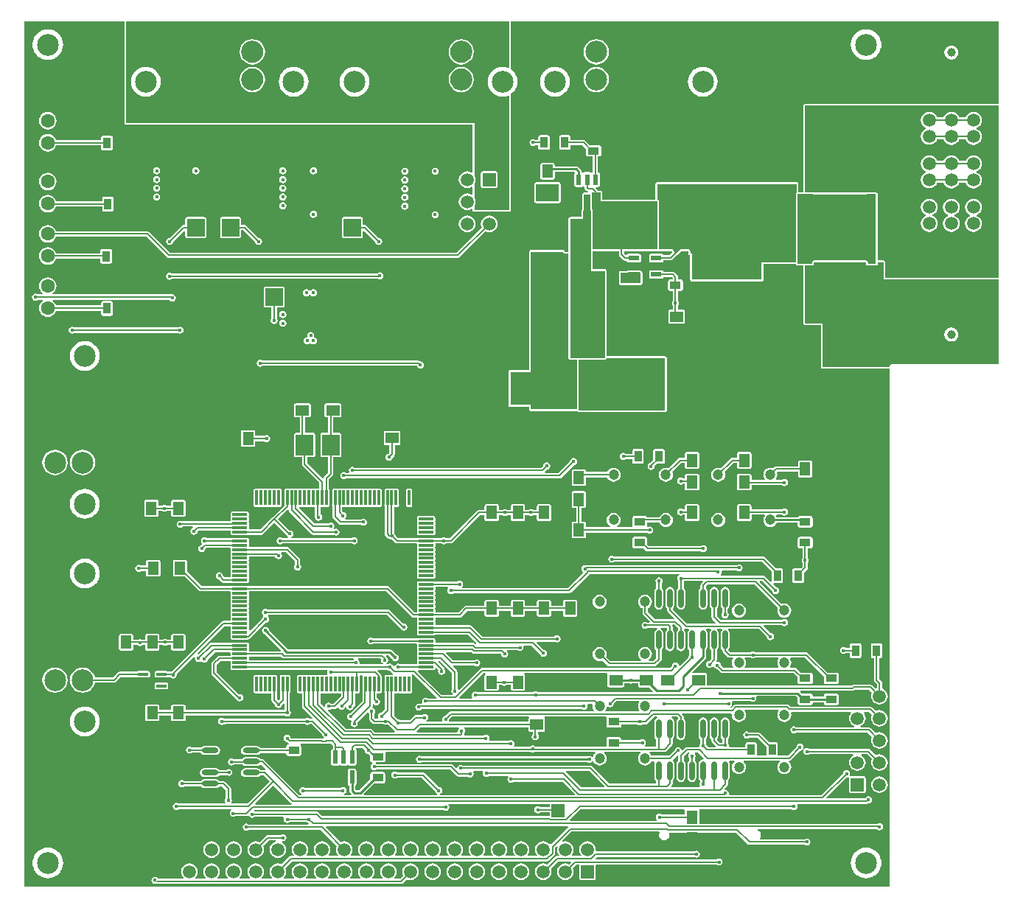
<source format=gtl>
G04 Layer_Physical_Order=1*
G04 Layer_Color=255*
%FSLAX25Y25*%
%MOIN*%
G70*
G01*
G75*
%ADD10R,0.11811X0.05512*%
%ADD11R,0.17913X0.08465*%
%ADD12R,0.10236X0.32283*%
%ADD13R,0.23622X0.23622*%
%ADD14R,0.07874X0.07874*%
%ADD15R,0.04600X0.01400*%
%ADD16R,0.07874X0.07874*%
%ADD17R,0.07874X0.09449*%
%ADD18O,0.07480X0.02362*%
%ADD19O,0.02362X0.08661*%
%ADD20R,0.02362X0.05905*%
%ADD21R,0.03543X0.05118*%
%ADD22R,0.05118X0.03543*%
%ADD23R,0.04921X0.05905*%
%ADD24R,0.05905X0.04921*%
%ADD25R,0.02362X0.05118*%
%ADD26R,0.05000X0.02200*%
%ADD27R,0.01181X0.06693*%
%ADD28R,0.06693X0.01181*%
%ADD29R,0.27559X0.15000*%
%ADD30R,0.09055X0.14961*%
%ADD31C,0.00787*%
%ADD32C,0.01000*%
%ADD33C,0.06299*%
%ADD34C,0.05905*%
%ADD35C,0.03937*%
%ADD36C,0.09842*%
%ADD37R,0.05905X0.05905*%
%ADD38R,0.05905X0.05905*%
%ADD39C,0.04724*%
%ADD40C,0.01600*%
G36*
X360236Y409449D02*
X385827D01*
Y387795D01*
X356708D01*
Y397638D01*
X356708Y405138D01*
X356647Y405445D01*
X356473Y405705D01*
X356315Y405811D01*
Y412618D01*
X356299Y412696D01*
Y413386D01*
X360236D01*
Y409449D01*
D02*
G37*
G36*
X448819Y417323D02*
Y413363D01*
X448786Y413330D01*
X448720Y413286D01*
X448676Y413220D01*
X448620Y413164D01*
X448616Y413158D01*
X448586Y413085D01*
X448546Y413025D01*
X448532Y412955D01*
X448530Y412950D01*
X448528Y412946D01*
X448527Y412942D01*
X448497Y412869D01*
X448482Y412796D01*
Y412716D01*
X448467Y412639D01*
Y381890D01*
X433071D01*
X433071Y381890D01*
Y374016D01*
X401575D01*
Y385827D01*
X400803D01*
Y387008D01*
X400742Y387315D01*
X400568Y387576D01*
X400307Y387750D01*
X400000Y387811D01*
X396585D01*
X396278Y387750D01*
X396017Y387576D01*
X396017Y387576D01*
X394268Y385827D01*
X393785D01*
X393649Y385999D01*
X393476Y386327D01*
X393520Y386546D01*
X393459Y386853D01*
X393267Y387315D01*
X393093Y387576D01*
X392833Y387750D01*
X392526Y387811D01*
X386630D01*
Y409449D01*
X386568Y409756D01*
X386395Y410016D01*
X386134Y410190D01*
X385827Y410252D01*
Y417323D01*
X448819D01*
X448819Y417323D01*
D02*
G37*
G36*
X484702Y381222D02*
X481118D01*
Y381890D01*
X481057Y382197D01*
X480883Y382457D01*
X480622Y382631D01*
X480315Y382693D01*
X456693D01*
X456386Y382631D01*
X456125Y382457D01*
X455951Y382197D01*
X455890Y381890D01*
Y381222D01*
X449269D01*
Y412639D01*
X449284Y412712D01*
X449288Y412718D01*
X456275D01*
X456386Y412644D01*
X456693Y412583D01*
X480315D01*
X480622Y412644D01*
X480733Y412718D01*
X484702D01*
Y381222D01*
D02*
G37*
G36*
X318898Y470089D02*
X318670Y469930D01*
X318409Y469833D01*
X317296Y470171D01*
X317217Y470179D01*
X317142Y470202D01*
X315984Y470316D01*
X315945Y470312D01*
X315905Y470320D01*
X315866Y470312D01*
X315827Y470316D01*
X314669Y470202D01*
X314594Y470179D01*
X314515Y470171D01*
X313402Y469833D01*
X313332Y469796D01*
X313256Y469773D01*
X312230Y469225D01*
X312169Y469175D01*
X312099Y469137D01*
X311200Y468399D01*
X311150Y468338D01*
X311089Y468288D01*
X310351Y467389D01*
X310314Y467319D01*
X310263Y467258D01*
X309715Y466232D01*
X309692Y466156D01*
X309655Y466087D01*
X309317Y464973D01*
X309310Y464895D01*
X309286Y464819D01*
X309173Y463661D01*
X309180Y463583D01*
X309173Y463504D01*
X309286Y462346D01*
X309310Y462271D01*
X309317Y462192D01*
X309655Y461079D01*
X309692Y461009D01*
X309715Y460933D01*
X310263Y459907D01*
X310314Y459846D01*
X310351Y459777D01*
X311089Y458877D01*
X311150Y458827D01*
X311200Y458766D01*
X312099Y458028D01*
X312169Y457991D01*
X312230Y457941D01*
X313256Y457392D01*
X313332Y457369D01*
X313402Y457332D01*
X314515Y456994D01*
X314594Y456987D01*
X314669Y456964D01*
X315827Y456850D01*
X315866Y456853D01*
X315905Y456846D01*
X315945Y456853D01*
X315984Y456850D01*
X317142Y456964D01*
X317217Y456987D01*
X317296Y456994D01*
X318409Y457332D01*
X318670Y457235D01*
X318898Y457076D01*
Y405512D01*
X303150D01*
Y407502D01*
X303486Y408315D01*
X303615Y409291D01*
X303486Y410268D01*
X303150Y411081D01*
Y417502D01*
X303486Y418315D01*
X303615Y419291D01*
X303486Y420268D01*
X303150Y421081D01*
Y444882D01*
X145669D01*
Y490922D01*
X318898D01*
Y470089D01*
D02*
G37*
G36*
X540331Y453559D02*
X452756D01*
X452449Y453498D01*
X452188Y453324D01*
X452014Y453063D01*
X451953Y452756D01*
Y413521D01*
X449622D01*
Y417323D01*
X449616Y417351D01*
X449620Y417380D01*
X449586Y417504D01*
X449561Y417630D01*
X449545Y417654D01*
X449537Y417682D01*
X449458Y417783D01*
X449387Y417891D01*
X449363Y417907D01*
X449345Y417929D01*
X449233Y417993D01*
X449126Y418064D01*
X449098Y418070D01*
X449073Y418084D01*
X448945Y418101D01*
X448819Y418126D01*
X385827D01*
X385520Y418064D01*
X385259Y417891D01*
X385085Y417630D01*
X385024Y417323D01*
Y410252D01*
X361039D01*
Y413386D01*
X360978Y413693D01*
X360804Y413953D01*
X360543Y414127D01*
X360236Y414189D01*
X359040D01*
X358987Y414457D01*
X358726Y414848D01*
X358066Y415507D01*
X358258Y415969D01*
X359055D01*
X359362Y416030D01*
X359623Y416204D01*
X359797Y416464D01*
X359858Y416772D01*
Y421890D01*
X359797Y422197D01*
X359623Y422457D01*
X359362Y422632D01*
X359078Y422688D01*
Y429729D01*
X359646D01*
X359953Y429790D01*
X360213Y429964D01*
X360387Y430224D01*
X360449Y430532D01*
Y434075D01*
X360387Y434382D01*
X360213Y434643D01*
X359953Y434817D01*
X359646Y434878D01*
X355408D01*
X353391Y436895D01*
X353000Y437156D01*
X352539Y437248D01*
X352539Y437248D01*
X346669D01*
Y438602D01*
X346608Y438910D01*
X346434Y439170D01*
X346173Y439344D01*
X345866Y439405D01*
X342323D01*
X342016Y439344D01*
X341755Y439170D01*
X341581Y438910D01*
X341520Y438602D01*
Y433484D01*
X341581Y433177D01*
X341755Y432917D01*
X342016Y432743D01*
X342323Y432681D01*
X345866D01*
X346173Y432743D01*
X346434Y432917D01*
X346608Y433177D01*
X346669Y433484D01*
Y434839D01*
X352041D01*
X353725Y433155D01*
Y430532D01*
X353786Y430224D01*
X353960Y429964D01*
X354220Y429790D01*
X354528Y429729D01*
X356670D01*
Y422688D01*
X356386Y422632D01*
X356373Y422623D01*
X356004Y422498D01*
X355635Y422623D01*
X355622Y422632D01*
X355315Y422693D01*
X352953D01*
X352645Y422632D01*
X352633Y422623D01*
X352264Y422498D01*
X351894Y422623D01*
X351882Y422632D01*
X351706Y422666D01*
Y422835D01*
X351606Y423337D01*
X351322Y423763D01*
X350141Y424944D01*
X349715Y425228D01*
X349213Y425328D01*
X339484D01*
Y426004D01*
X339423Y426311D01*
X339249Y426572D01*
X338988Y426746D01*
X338681Y426807D01*
X333760D01*
X333453Y426746D01*
X333192Y426572D01*
X333018Y426311D01*
X332957Y426004D01*
Y420098D01*
X333018Y419791D01*
X333192Y419531D01*
X333453Y419357D01*
X333760Y419296D01*
X338681D01*
X338988Y419357D01*
X339249Y419531D01*
X339423Y419791D01*
X339484Y420098D01*
Y422703D01*
X348208D01*
X348475Y422203D01*
X348471Y422197D01*
X348410Y421890D01*
Y416772D01*
X348471Y416464D01*
X348645Y416204D01*
X348905Y416030D01*
X349213Y415969D01*
X351575D01*
X351882Y416030D01*
X351894Y416038D01*
X352264Y416163D01*
X352633Y416038D01*
X352645Y416030D01*
X352807Y415998D01*
X352930Y415551D01*
X353021Y415090D01*
X353282Y414700D01*
X353656Y414326D01*
X353656Y414326D01*
X354047Y414065D01*
X354508Y413973D01*
X354684D01*
X354980Y413473D01*
X354951Y413421D01*
X352756D01*
X352449Y413360D01*
X352188Y413186D01*
X352014Y412925D01*
X351953Y412618D01*
Y405811D01*
X351795Y405705D01*
X351621Y405445D01*
X351559Y405138D01*
Y402378D01*
X346457D01*
X346149Y402317D01*
X345889Y402142D01*
X345715Y401882D01*
X345654Y401575D01*
Y386614D01*
X344110D01*
X344081Y386758D01*
X344081Y386758D01*
Y386758D01*
X344014Y386920D01*
X343962Y387047D01*
X343962Y387047D01*
X343962Y387047D01*
X343851Y387158D01*
X343740Y387269D01*
X343740Y387269D01*
X343740Y387269D01*
X343597Y387328D01*
X343545Y387349D01*
X343535Y387356D01*
X343524Y387358D01*
X343451Y387388D01*
X343451D01*
X343450Y387388D01*
X343385Y387402D01*
X343306Y387402D01*
X343228Y387417D01*
X328740Y387417D01*
X328433Y387356D01*
X328172Y387182D01*
X327998Y386921D01*
X327937Y386614D01*
Y333106D01*
X319339D01*
X319031Y333045D01*
X318771Y332871D01*
X318597Y332610D01*
X318536Y332303D01*
Y317303D01*
X318597Y316996D01*
X318771Y316736D01*
X319031Y316561D01*
X319339Y316500D01*
X327937D01*
Y315354D01*
X327998Y315047D01*
X328172Y314787D01*
X328433Y314613D01*
X328740Y314551D01*
X349591Y314551D01*
X349705Y314574D01*
X349826Y314393D01*
X350086Y314219D01*
X350394Y314158D01*
X389370D01*
X389677Y314219D01*
X389938Y314393D01*
X390112Y314653D01*
X390173Y314961D01*
Y338583D01*
X390112Y338890D01*
X389938Y339150D01*
X389677Y339324D01*
X389370Y339386D01*
X363007D01*
Y377953D01*
X362946Y378260D01*
X362772Y378520D01*
X362512Y378695D01*
X362205Y378756D01*
X356708D01*
Y386993D01*
X368481D01*
Y385433D01*
X368481Y385433D01*
X368572Y384972D01*
X368833Y384581D01*
X370437Y382978D01*
X370827Y382717D01*
X371288Y382626D01*
X371288Y382626D01*
X371933D01*
X371973Y382423D01*
X372147Y382162D01*
X372408Y381988D01*
X372715Y381927D01*
X377715D01*
X378022Y381988D01*
X378283Y382162D01*
X378457Y382423D01*
X378518Y382730D01*
Y384930D01*
X378457Y385237D01*
X378283Y385498D01*
X378022Y385672D01*
X377715Y385733D01*
X372715D01*
X372408Y385672D01*
X372147Y385498D01*
X372101Y385428D01*
X371576Y385318D01*
X371484Y385337D01*
X370889Y385932D01*
Y386993D01*
X385827D01*
X385904Y387008D01*
D01*
X386134Y387054D01*
X386240Y387124D01*
X386322Y387069D01*
X386630Y387008D01*
X388976D01*
X392446D01*
X392446D01*
X392526D01*
X392556Y386935D01*
X392556Y386935D01*
X392687Y386619D01*
Y386619D01*
X392717Y386546D01*
X391344Y385173D01*
X388669D01*
X388657Y385237D01*
X388483Y385498D01*
X388222Y385672D01*
X387915Y385733D01*
X382915D01*
X382608Y385672D01*
X382347Y385498D01*
X382173Y385237D01*
X382112Y384930D01*
Y382730D01*
X382173Y382423D01*
X382347Y382162D01*
X382608Y381988D01*
X382915Y381927D01*
X387915D01*
X388222Y381988D01*
X388483Y382162D01*
X388657Y382423D01*
X388718Y382730D01*
Y382764D01*
X391842D01*
X391843Y382764D01*
X392303Y382856D01*
X392694Y383117D01*
X394836Y385259D01*
X396585Y387008D01*
X400000D01*
Y385827D01*
X400061Y385520D01*
X400235Y385259D01*
X400496Y385085D01*
X400772Y385030D01*
Y374016D01*
X400833Y373709D01*
X401007Y373448D01*
X401268Y373274D01*
X401575Y373213D01*
X433071D01*
X433378Y373274D01*
X433639Y373448D01*
X433813Y373709D01*
X433874Y374016D01*
Y381087D01*
X448467D01*
X448492Y381092D01*
X448528Y380915D01*
X448702Y380654D01*
X448962Y380480D01*
X449269Y380419D01*
X451953D01*
Y354331D01*
X452014Y354024D01*
X452188Y353763D01*
X452449Y353589D01*
X452756Y353528D01*
X459827D01*
Y334646D01*
X459888Y334338D01*
X460062Y334078D01*
X460323Y333904D01*
X460630Y333843D01*
X490922D01*
Y99629D01*
X99629D01*
Y490922D01*
X144867D01*
Y444882D01*
X144928Y444575D01*
X145102Y444314D01*
X145362Y444140D01*
X145669Y444079D01*
X302347D01*
Y422649D01*
X301898Y422428D01*
X301729Y422558D01*
X300819Y422935D01*
X299843Y423064D01*
X298866Y422935D01*
X297956Y422558D01*
X297175Y421959D01*
X296575Y421177D01*
X296199Y420268D01*
X296070Y419291D01*
X296199Y418315D01*
X296575Y417405D01*
X297175Y416624D01*
X297956Y416024D01*
X298866Y415648D01*
X299843Y415519D01*
X300819Y415648D01*
X301729Y416024D01*
X301898Y416154D01*
X302347Y415933D01*
Y412649D01*
X301898Y412428D01*
X301729Y412558D01*
X300819Y412935D01*
X299843Y413064D01*
X298866Y412935D01*
X297956Y412558D01*
X297175Y411959D01*
X296575Y411177D01*
X296199Y410268D01*
X296070Y409291D01*
X296199Y408315D01*
X296575Y407405D01*
X297175Y406624D01*
X297956Y406024D01*
X298866Y405648D01*
X299843Y405519D01*
X300819Y405648D01*
X301729Y406024D01*
X301898Y406154D01*
X302347Y405933D01*
Y405512D01*
X302408Y405205D01*
X302582Y404944D01*
X302842Y404770D01*
X303150Y404709D01*
X318898D01*
X319205Y404770D01*
X319465Y404944D01*
X319639Y405205D01*
X319701Y405512D01*
Y457076D01*
X319687Y457145D01*
X319688Y457215D01*
X319656Y457297D01*
X319639Y457383D01*
X319629Y457399D01*
X319582Y457559D01*
X319599Y457677D01*
X319638Y457858D01*
X319686Y457968D01*
X319745Y458056D01*
X320611Y458766D01*
X320661Y458827D01*
X320722Y458877D01*
X321460Y459777D01*
X321497Y459846D01*
X321548Y459907D01*
X322096Y460933D01*
X322119Y461009D01*
X322156Y461079D01*
X322494Y462192D01*
X322502Y462271D01*
X322524Y462346D01*
X322639Y463504D01*
X322631Y463583D01*
X322639Y463661D01*
X322524Y464819D01*
X322502Y464895D01*
X322494Y464973D01*
X322156Y466087D01*
X322119Y466156D01*
X322096Y466232D01*
X321548Y467258D01*
X321497Y467319D01*
X321460Y467389D01*
X320722Y468288D01*
X320661Y468338D01*
X320611Y468399D01*
X319745Y469109D01*
X319686Y469198D01*
X319638Y469307D01*
X319599Y469488D01*
X319582Y469606D01*
X319629Y469766D01*
X319639Y469782D01*
X319656Y469868D01*
X319688Y469950D01*
X319687Y470020D01*
X319701Y470089D01*
Y490922D01*
X540331D01*
Y453559D01*
D02*
G37*
G36*
X343228Y386614D02*
X343294Y386601D01*
X343322Y386457D01*
X343353Y386385D01*
X343368Y386307D01*
X343412Y386241D01*
X343442Y386168D01*
X343498Y386112D01*
X343542Y386047D01*
X343608Y386003D01*
X343664Y385947D01*
X343737Y385916D01*
X343803Y385872D01*
X343880Y385857D01*
X343953Y385827D01*
X344032D01*
X344110Y385811D01*
X345654D01*
Y338583D01*
X345715Y338276D01*
X345889Y338015D01*
X346149Y337841D01*
X346457Y337780D01*
X349591D01*
Y315354D01*
X328740Y315354D01*
Y386614D01*
X343228Y386614D01*
D02*
G37*
G36*
X389370Y314961D02*
X350394D01*
Y337780D01*
X362205D01*
X362512Y337841D01*
X362772Y338015D01*
X362946Y338276D01*
X363007Y338583D01*
X389370D01*
Y314961D01*
D02*
G37*
G36*
X355512Y405138D02*
X355906D01*
X355906Y397638D01*
Y377953D01*
X362205D01*
Y338583D01*
X346457D01*
Y401575D01*
X352362D01*
Y405138D01*
X352756D01*
Y412618D01*
X355512D01*
Y405138D01*
D02*
G37*
G36*
X488189Y374016D02*
X540331D01*
Y335850D01*
X492126D01*
X491665Y335758D01*
X491274Y335497D01*
X491013Y335106D01*
X490922Y334646D01*
X460630D01*
Y354331D01*
X452756D01*
Y380419D01*
X455890D01*
X456197Y380480D01*
X456458Y380654D01*
X456632Y380915D01*
X456693Y381222D01*
Y381811D01*
X456706Y381877D01*
X456772Y381890D01*
X480236D01*
X480302Y381877D01*
X480315Y381811D01*
Y381222D01*
X480376Y380915D01*
X480550Y380654D01*
X480811Y380480D01*
X481118Y380419D01*
X484702D01*
X485010Y380480D01*
X485270Y380654D01*
X485444Y380915D01*
X485505Y381222D01*
Y381890D01*
X488189D01*
Y374016D01*
D02*
G37*
G36*
X540331Y374819D02*
X488992D01*
Y381890D01*
X488931Y382197D01*
X488757Y382457D01*
X488496Y382631D01*
X488189Y382693D01*
X485505D01*
Y412718D01*
X485444Y413025D01*
X485270Y413286D01*
X485010Y413460D01*
X484702Y413521D01*
X480733D01*
X480655Y413505D01*
X480576D01*
X480503Y413475D01*
X480426Y413460D01*
X480360Y413416D01*
X480335Y413406D01*
X480236Y413386D01*
X456772D01*
X456673Y413406D01*
X456648Y413416D01*
X456582Y413460D01*
X456505Y413475D01*
X456432Y413505D01*
X456353D01*
X456275Y413521D01*
X452756D01*
Y452756D01*
X540331D01*
Y374819D01*
D02*
G37*
%LPC*%
G36*
X312795Y423047D02*
X306890D01*
X306582Y422986D01*
X306322Y422812D01*
X306148Y422551D01*
X306087Y422244D01*
Y416339D01*
X306148Y416031D01*
X306322Y415771D01*
X306582Y415597D01*
X306890Y415536D01*
X312795D01*
X313103Y415597D01*
X313363Y415771D01*
X313537Y416031D01*
X313598Y416339D01*
Y422244D01*
X313537Y422551D01*
X313363Y422812D01*
X313103Y422986D01*
X312795Y423047D01*
D02*
G37*
G36*
X202716Y482844D02*
X201226Y482648D01*
X199838Y482073D01*
X198645Y481158D01*
X197730Y479966D01*
X197155Y478577D01*
X196959Y477087D01*
X197155Y475596D01*
X197730Y474208D01*
X198645Y473015D01*
X199838Y472100D01*
X201226Y471525D01*
X202716Y471329D01*
X204207Y471525D01*
X205595Y472100D01*
X206788Y473015D01*
X207703Y474208D01*
X208278Y475596D01*
X208474Y477087D01*
X208278Y478577D01*
X207703Y479966D01*
X206788Y481158D01*
X205595Y482073D01*
X204207Y482648D01*
X202716Y482844D01*
D02*
G37*
G36*
X297205Y470325D02*
X295714Y470129D01*
X294326Y469553D01*
X293133Y468638D01*
X292218Y467446D01*
X291643Y466057D01*
X291447Y464567D01*
X291643Y463077D01*
X292218Y461688D01*
X293133Y460496D01*
X294326Y459580D01*
X295714Y459005D01*
X297205Y458809D01*
X298695Y459005D01*
X300084Y459580D01*
X301276Y460496D01*
X302191Y461688D01*
X302766Y463077D01*
X302963Y464567D01*
X302766Y466057D01*
X302191Y467446D01*
X301276Y468638D01*
X300084Y469553D01*
X298695Y470129D01*
X297205Y470325D01*
D02*
G37*
G36*
X202716D02*
X201226Y470129D01*
X199838Y469553D01*
X198645Y468638D01*
X197730Y467446D01*
X197155Y466057D01*
X196959Y464567D01*
X197155Y463077D01*
X197730Y461688D01*
X198645Y460496D01*
X199838Y459580D01*
X201226Y459005D01*
X202716Y458809D01*
X204207Y459005D01*
X205595Y459580D01*
X206788Y460496D01*
X207703Y461688D01*
X208278Y463077D01*
X208474Y464567D01*
X208278Y466057D01*
X207703Y467446D01*
X206788Y468638D01*
X205595Y469553D01*
X204207Y470129D01*
X202716Y470325D01*
D02*
G37*
G36*
X221417Y470320D02*
X221378Y470312D01*
X221339Y470316D01*
X220181Y470202D01*
X220105Y470179D01*
X220027Y470171D01*
X218913Y469833D01*
X218844Y469796D01*
X218768Y469773D01*
X217742Y469225D01*
X217681Y469175D01*
X217611Y469137D01*
X216712Y468399D01*
X216662Y468338D01*
X216601Y468288D01*
X215863Y467389D01*
X215826Y467319D01*
X215775Y467258D01*
X215227Y466232D01*
X215204Y466156D01*
X215167Y466087D01*
X214829Y464973D01*
X214821Y464895D01*
X214798Y464819D01*
X214684Y463661D01*
X214692Y463583D01*
X214684Y463504D01*
X214798Y462346D01*
X214821Y462271D01*
X214829Y462192D01*
X215167Y461079D01*
X215204Y461009D01*
X215227Y460933D01*
X215775Y459907D01*
X215825Y459846D01*
X215863Y459777D01*
X216601Y458877D01*
X216662Y458827D01*
X216712Y458766D01*
X217611Y458028D01*
X217681Y457991D01*
X217742Y457941D01*
X218768Y457392D01*
X218844Y457369D01*
X218913Y457332D01*
X220027Y456994D01*
X220105Y456987D01*
X220181Y456964D01*
X221339Y456850D01*
X221378Y456853D01*
X221417Y456846D01*
X221456Y456853D01*
X221496Y456850D01*
X222654Y456964D01*
X222729Y456987D01*
X222808Y456994D01*
X223921Y457332D01*
X223991Y457369D01*
X224067Y457392D01*
X225093Y457941D01*
X225154Y457991D01*
X225223Y458028D01*
X226123Y458766D01*
X226173Y458827D01*
X226234Y458877D01*
X226972Y459777D01*
X227009Y459846D01*
X227059Y459907D01*
X227608Y460933D01*
X227631Y461009D01*
X227668Y461079D01*
X228006Y462192D01*
X228013Y462271D01*
X228036Y462346D01*
X228150Y463504D01*
X228143Y463583D01*
X228150Y463661D01*
X228036Y464819D01*
X228013Y464895D01*
X228006Y464973D01*
X227668Y466087D01*
X227631Y466156D01*
X227608Y466232D01*
X227059Y467258D01*
X227009Y467319D01*
X226972Y467389D01*
X226234Y468288D01*
X226173Y468338D01*
X226123Y468399D01*
X225223Y469137D01*
X225154Y469174D01*
X225093Y469225D01*
X224067Y469773D01*
X223991Y469796D01*
X223921Y469833D01*
X222808Y470171D01*
X222729Y470179D01*
X222654Y470202D01*
X221496Y470316D01*
X221456Y470312D01*
X221417Y470320D01*
D02*
G37*
G36*
X154528D02*
X154489Y470312D01*
X154449Y470316D01*
X153291Y470202D01*
X153216Y470179D01*
X153137Y470171D01*
X152024Y469833D01*
X151954Y469796D01*
X151878Y469773D01*
X150852Y469225D01*
X150791Y469175D01*
X150722Y469137D01*
X149822Y468399D01*
X149772Y468338D01*
X149711Y468288D01*
X148973Y467389D01*
X148936Y467319D01*
X148886Y467258D01*
X148337Y466232D01*
X148314Y466156D01*
X148277Y466087D01*
X147939Y464973D01*
X147932Y464895D01*
X147908Y464819D01*
X147794Y463661D01*
X147802Y463583D01*
X147794Y463504D01*
X147908Y462346D01*
X147932Y462271D01*
X147939Y462192D01*
X148277Y461079D01*
X148314Y461009D01*
X148337Y460933D01*
X148886Y459907D01*
X148936Y459846D01*
X148973Y459777D01*
X149711Y458877D01*
X149772Y458827D01*
X149822Y458766D01*
X150722Y458028D01*
X150791Y457991D01*
X150852Y457941D01*
X151878Y457392D01*
X151954Y457369D01*
X152024Y457332D01*
X153137Y456994D01*
X153216Y456987D01*
X153291Y456964D01*
X154449Y456850D01*
X154489Y456853D01*
X154528Y456846D01*
X154567Y456853D01*
X154606Y456850D01*
X155764Y456964D01*
X155840Y456987D01*
X155918Y456994D01*
X157032Y457332D01*
X157101Y457369D01*
X157177Y457392D01*
X158203Y457941D01*
X158264Y457991D01*
X158334Y458028D01*
X159233Y458766D01*
X159283Y458827D01*
X159344Y458877D01*
X160082Y459777D01*
X160119Y459846D01*
X160170Y459907D01*
X160718Y460933D01*
X160741Y461009D01*
X160778Y461079D01*
X161116Y462192D01*
X161124Y462271D01*
X161147Y462346D01*
X161261Y463504D01*
X161253Y463583D01*
X161261Y463661D01*
X161147Y464819D01*
X161124Y464895D01*
X161116Y464973D01*
X160778Y466087D01*
X160741Y466156D01*
X160718Y466232D01*
X160170Y467258D01*
X160119Y467319D01*
X160082Y467389D01*
X159344Y468288D01*
X159283Y468338D01*
X159233Y468399D01*
X158334Y469137D01*
X158264Y469174D01*
X158203Y469225D01*
X157177Y469773D01*
X157101Y469796D01*
X157032Y469833D01*
X155918Y470171D01*
X155840Y470179D01*
X155764Y470202D01*
X154606Y470316D01*
X154567Y470312D01*
X154528Y470320D01*
D02*
G37*
G36*
X249016D02*
X248977Y470312D01*
X248937Y470316D01*
X247779Y470202D01*
X247704Y470179D01*
X247625Y470171D01*
X246512Y469833D01*
X246442Y469796D01*
X246366Y469773D01*
X245340Y469225D01*
X245279Y469175D01*
X245210Y469137D01*
X244310Y468399D01*
X244260Y468338D01*
X244199Y468288D01*
X243461Y467389D01*
X243424Y467319D01*
X243374Y467258D01*
X242825Y466232D01*
X242802Y466156D01*
X242765Y466087D01*
X242427Y464973D01*
X242420Y464895D01*
X242397Y464819D01*
X242283Y463661D01*
X242290Y463583D01*
X242283Y463504D01*
X242397Y462346D01*
X242420Y462271D01*
X242427Y462192D01*
X242765Y461079D01*
X242802Y461009D01*
X242825Y460933D01*
X243374Y459907D01*
X243424Y459846D01*
X243461Y459777D01*
X244199Y458877D01*
X244260Y458827D01*
X244310Y458766D01*
X245210Y458028D01*
X245279Y457991D01*
X245340Y457941D01*
X246366Y457392D01*
X246442Y457369D01*
X246512Y457332D01*
X247625Y456994D01*
X247704Y456987D01*
X247779Y456964D01*
X248937Y456850D01*
X248977Y456853D01*
X249016Y456846D01*
X249055Y456853D01*
X249094Y456850D01*
X250252Y456964D01*
X250328Y456987D01*
X250407Y456994D01*
X251520Y457332D01*
X251589Y457369D01*
X251665Y457392D01*
X252691Y457941D01*
X252752Y457991D01*
X252822Y458028D01*
X253721Y458766D01*
X253771Y458827D01*
X253832Y458877D01*
X254570Y459777D01*
X254608Y459846D01*
X254658Y459907D01*
X255206Y460933D01*
X255229Y461009D01*
X255266Y461079D01*
X255604Y462192D01*
X255612Y462271D01*
X255635Y462346D01*
X255749Y463504D01*
X255741Y463583D01*
X255749Y463661D01*
X255635Y464819D01*
X255612Y464895D01*
X255604Y464973D01*
X255266Y466087D01*
X255229Y466156D01*
X255206Y466232D01*
X254658Y467258D01*
X254608Y467319D01*
X254570Y467389D01*
X253832Y468288D01*
X253771Y468338D01*
X253721Y468399D01*
X252822Y469137D01*
X252752Y469174D01*
X252691Y469225D01*
X251665Y469773D01*
X251589Y469796D01*
X251520Y469833D01*
X250407Y470171D01*
X250328Y470179D01*
X250252Y470202D01*
X249094Y470316D01*
X249055Y470312D01*
X249016Y470320D01*
D02*
G37*
G36*
X297205Y482844D02*
X295714Y482648D01*
X294326Y482073D01*
X293133Y481158D01*
X292218Y479966D01*
X291643Y478577D01*
X291447Y477087D01*
X291643Y475596D01*
X292218Y474208D01*
X293133Y473015D01*
X294326Y472100D01*
X295714Y471525D01*
X297205Y471329D01*
X298695Y471525D01*
X300084Y472100D01*
X301276Y473015D01*
X302191Y474208D01*
X302766Y475596D01*
X302963Y477087D01*
X302766Y478577D01*
X302191Y479966D01*
X301276Y481158D01*
X300084Y482073D01*
X298695Y482648D01*
X297205Y482844D01*
D02*
G37*
%LPD*%
G36*
X203997Y481866D02*
X205191Y481372D01*
X206215Y480585D01*
X207002Y479561D01*
X207496Y478367D01*
X207665Y477087D01*
X207496Y475806D01*
X207002Y474613D01*
X206215Y473588D01*
X205191Y472801D01*
X203997Y472307D01*
X202716Y472139D01*
X201436Y472307D01*
X200242Y472801D01*
X199218Y473588D01*
X198431Y474613D01*
X197937Y475806D01*
X197768Y477087D01*
X197937Y478367D01*
X198431Y479561D01*
X199218Y480585D01*
X200242Y481372D01*
X201436Y481866D01*
X202716Y482035D01*
X203997Y481866D01*
D02*
G37*
G36*
X298485Y469347D02*
X299679Y468852D01*
X300704Y468066D01*
X301490Y467041D01*
X301984Y465848D01*
X302153Y464567D01*
X301984Y463286D01*
X301490Y462093D01*
X300704Y461068D01*
X299679Y460282D01*
X298485Y459787D01*
X297205Y459619D01*
X295924Y459787D01*
X294731Y460282D01*
X293706Y461068D01*
X292919Y462093D01*
X292425Y463286D01*
X292257Y464567D01*
X292425Y465848D01*
X292919Y467041D01*
X293706Y468066D01*
X294731Y468852D01*
X295924Y469347D01*
X297205Y469515D01*
X298485Y469347D01*
D02*
G37*
G36*
X203997D02*
X205191Y468852D01*
X206215Y468066D01*
X207002Y467041D01*
X207496Y465848D01*
X207665Y464567D01*
X207496Y463286D01*
X207002Y462093D01*
X206215Y461068D01*
X205191Y460282D01*
X203997Y459787D01*
X202716Y459619D01*
X201436Y459787D01*
X200242Y460282D01*
X199218Y461068D01*
X198431Y462093D01*
X197937Y463286D01*
X197768Y464567D01*
X197937Y465848D01*
X198431Y467041D01*
X199218Y468066D01*
X200242Y468852D01*
X201436Y469347D01*
X202716Y469515D01*
X203997Y469347D01*
D02*
G37*
G36*
X298485Y481866D02*
X299679Y481372D01*
X300704Y480585D01*
X301490Y479561D01*
X301984Y478367D01*
X302153Y477087D01*
X301984Y475806D01*
X301490Y474613D01*
X300704Y473588D01*
X299679Y472801D01*
X298485Y472307D01*
X297205Y472139D01*
X295924Y472307D01*
X294731Y472801D01*
X293706Y473588D01*
X292919Y474613D01*
X292425Y475806D01*
X292257Y477087D01*
X292425Y478367D01*
X292919Y479561D01*
X293706Y480585D01*
X294731Y481372D01*
X295924Y481866D01*
X297205Y482035D01*
X298485Y481866D01*
D02*
G37*
%LPC*%
G36*
X260433Y279543D02*
X259252D01*
X258945Y279482D01*
X258858Y279424D01*
X258772Y279482D01*
X258465Y279543D01*
X257283D01*
X256976Y279482D01*
X256890Y279424D01*
X256803Y279482D01*
X256496Y279543D01*
X255315D01*
X255008Y279482D01*
X254921Y279424D01*
X254835Y279482D01*
X254528Y279543D01*
X253346D01*
X253039Y279482D01*
X252953Y279424D01*
X252866Y279482D01*
X252559Y279543D01*
X251378D01*
X251071Y279482D01*
X250984Y279424D01*
X250898Y279482D01*
X250590Y279543D01*
X249410D01*
X249102Y279482D01*
X249016Y279424D01*
X248929Y279482D01*
X248622Y279543D01*
X247441D01*
X247134Y279482D01*
X247047Y279424D01*
X246961Y279482D01*
X246654Y279543D01*
X245472D01*
X245165Y279482D01*
X245079Y279424D01*
X244992Y279482D01*
X244685Y279543D01*
X243504D01*
X243197Y279482D01*
X243110Y279424D01*
X243024Y279482D01*
X242717Y279543D01*
X241535D01*
X241228Y279482D01*
X241142Y279424D01*
X241055Y279482D01*
X240748Y279543D01*
X239567D01*
X239260Y279482D01*
X238999Y279308D01*
X238825Y279047D01*
X238764Y278740D01*
Y272047D01*
X238825Y271740D01*
X238953Y271548D01*
Y266929D01*
X238953Y266929D01*
X239045Y266468D01*
X239306Y266078D01*
X241865Y263519D01*
X242256Y263258D01*
X242717Y263166D01*
X242717Y263166D01*
X251898D01*
X252333Y262875D01*
X252953Y262752D01*
X253572Y262875D01*
X254097Y263226D01*
X254448Y263751D01*
X254571Y264370D01*
X254448Y264989D01*
X254097Y265514D01*
X253572Y265865D01*
X252953Y265989D01*
X252333Y265865D01*
X251898Y265574D01*
X244841D01*
X244689Y266074D01*
X244845Y266178D01*
X245196Y266704D01*
X245319Y267323D01*
X245196Y267942D01*
X244845Y268467D01*
X244320Y268818D01*
X243806Y268920D01*
X243330Y269396D01*
Y271102D01*
X243504Y271244D01*
X244685D01*
X244992Y271305D01*
X245079Y271363D01*
X245165Y271305D01*
X245472Y271244D01*
X246654D01*
X246961Y271305D01*
X247047Y271363D01*
X247134Y271305D01*
X247441Y271244D01*
X248622D01*
X248929Y271305D01*
X249016Y271363D01*
X249102Y271305D01*
X249410Y271244D01*
X250590D01*
X250898Y271305D01*
X250984Y271363D01*
X251071Y271305D01*
X251378Y271244D01*
X252559D01*
X252866Y271305D01*
X252953Y271363D01*
X253039Y271305D01*
X253346Y271244D01*
X254528D01*
X254835Y271305D01*
X254921Y271363D01*
X255008Y271305D01*
X255315Y271244D01*
X256496D01*
X256803Y271305D01*
X256890Y271363D01*
X256976Y271305D01*
X257283Y271244D01*
X258465D01*
X258772Y271305D01*
X258858Y271363D01*
X258945Y271305D01*
X259252Y271244D01*
X260433D01*
X260740Y271305D01*
X261001Y271480D01*
X261175Y271740D01*
X261236Y272047D01*
Y278740D01*
X261175Y279047D01*
X261001Y279308D01*
X260740Y279482D01*
X260433Y279543D01*
D02*
G37*
G36*
X215158D02*
X213976D01*
X213669Y279482D01*
X213583Y279424D01*
X213496Y279482D01*
X213189Y279543D01*
X212008D01*
X211701Y279482D01*
X211614Y279424D01*
X211528Y279482D01*
X211221Y279543D01*
X210039D01*
X209732Y279482D01*
X209646Y279424D01*
X209559Y279482D01*
X209252Y279543D01*
X208071D01*
X207764Y279482D01*
X207677Y279424D01*
X207591Y279482D01*
X207283Y279543D01*
X206102D01*
X205795Y279482D01*
X205709Y279424D01*
X205622Y279482D01*
X205315Y279543D01*
X204134D01*
X203827Y279482D01*
X203566Y279308D01*
X203392Y279047D01*
X203331Y278740D01*
Y272047D01*
X203392Y271740D01*
X203566Y271480D01*
X203827Y271305D01*
X204134Y271244D01*
X205315D01*
X205622Y271305D01*
X205709Y271363D01*
X205795Y271305D01*
X206102Y271244D01*
X207283D01*
X207591Y271305D01*
X207677Y271363D01*
X207764Y271305D01*
X208071Y271244D01*
X209252D01*
X209559Y271305D01*
X209646Y271363D01*
X209732Y271305D01*
X210039Y271244D01*
X211221D01*
X211528Y271305D01*
X211614Y271363D01*
X211701Y271305D01*
X212008Y271244D01*
X213189D01*
X213496Y271305D01*
X213583Y271363D01*
X213669Y271305D01*
X213976Y271244D01*
X215158D01*
X215465Y271305D01*
X215725Y271480D01*
X215899Y271740D01*
X215960Y272047D01*
Y278740D01*
X215899Y279047D01*
X215725Y279308D01*
X215465Y279482D01*
X215158Y279543D01*
D02*
G37*
G36*
X268307D02*
X267126D01*
X266819Y279482D01*
X266732Y279424D01*
X266646Y279482D01*
X266339Y279543D01*
X265158D01*
X264850Y279482D01*
X264764Y279424D01*
X264677Y279482D01*
X264370Y279543D01*
X263189D01*
X262882Y279482D01*
X262621Y279308D01*
X262447Y279047D01*
X262386Y278740D01*
Y272047D01*
X262447Y271740D01*
X262575Y271548D01*
Y259055D01*
X262575Y259055D01*
X262667Y258594D01*
X262928Y258204D01*
X263912Y257219D01*
X264303Y256958D01*
X264764Y256867D01*
X264764Y256867D01*
X264890D01*
X265325Y256576D01*
X265839Y256473D01*
X267259Y255054D01*
X267259Y255054D01*
X267649Y254793D01*
X268110Y254701D01*
X268110Y254701D01*
X277007D01*
X277150Y254528D01*
Y253346D01*
X277211Y253039D01*
X277269Y252953D01*
X277211Y252866D01*
X277150Y252559D01*
Y251378D01*
X277211Y251071D01*
X277269Y250984D01*
X277211Y250898D01*
X277150Y250590D01*
Y249410D01*
X277211Y249102D01*
X277269Y249016D01*
X277211Y248929D01*
X277150Y248622D01*
Y247441D01*
X277211Y247134D01*
X277269Y247047D01*
X277211Y246961D01*
X277150Y246654D01*
Y245472D01*
X277211Y245165D01*
X277269Y245079D01*
X277211Y244992D01*
X277150Y244685D01*
Y243504D01*
X277211Y243197D01*
X277269Y243110D01*
X277211Y243024D01*
X277150Y242717D01*
Y241535D01*
X277211Y241228D01*
X277269Y241142D01*
X277211Y241055D01*
X277150Y240748D01*
Y239567D01*
X277211Y239260D01*
X277385Y238999D01*
X277645Y238825D01*
X277953Y238764D01*
X284646D01*
X284953Y238825D01*
X285213Y238999D01*
X285387Y239260D01*
X285449Y239567D01*
Y240748D01*
X285387Y241055D01*
X285330Y241142D01*
X285387Y241228D01*
X285449Y241535D01*
Y242717D01*
X285387Y243024D01*
X285330Y243110D01*
X285387Y243197D01*
X285449Y243504D01*
Y244685D01*
X285387Y244992D01*
X285330Y245079D01*
X285387Y245165D01*
X285449Y245472D01*
Y246654D01*
X285387Y246961D01*
X285330Y247047D01*
X285387Y247134D01*
X285449Y247441D01*
Y248622D01*
X285387Y248929D01*
X285330Y249016D01*
X285387Y249102D01*
X285449Y249410D01*
Y250590D01*
X285387Y250898D01*
X285330Y250984D01*
X285387Y251071D01*
X285449Y251378D01*
Y252559D01*
X285387Y252866D01*
X285330Y252953D01*
X285387Y253039D01*
X285449Y253346D01*
Y254528D01*
X285591Y254701D01*
X288315D01*
X288751Y254410D01*
X289370Y254287D01*
X289989Y254410D01*
X290425Y254701D01*
X292520D01*
X292520Y254701D01*
X292981Y254793D01*
X293371Y255054D01*
X305814Y267496D01*
X307760D01*
Y265748D01*
X307821Y265441D01*
X307995Y265180D01*
X308256Y265006D01*
X308563Y264945D01*
X313484D01*
X313791Y265006D01*
X314052Y265180D01*
X314226Y265441D01*
X314287Y265748D01*
Y267496D01*
X315874D01*
X316310Y267206D01*
X316929Y267082D01*
X317548Y267206D01*
X317984Y267496D01*
X319571D01*
Y265748D01*
X319632Y265441D01*
X319806Y265180D01*
X320067Y265006D01*
X320374Y264945D01*
X325295D01*
X325603Y265006D01*
X325863Y265180D01*
X326037Y265441D01*
X326098Y265748D01*
Y267496D01*
X327685D01*
X328121Y267206D01*
X328740Y267082D01*
X329360Y267206D01*
X329795Y267496D01*
X331382D01*
Y265748D01*
X331443Y265441D01*
X331617Y265180D01*
X331878Y265006D01*
X332185Y264945D01*
X337106D01*
X337414Y265006D01*
X337674Y265180D01*
X337848Y265441D01*
X337909Y265748D01*
Y271654D01*
X337848Y271961D01*
X337674Y272221D01*
X337414Y272395D01*
X337106Y272456D01*
X332185D01*
X331878Y272395D01*
X331617Y272221D01*
X331443Y271961D01*
X331382Y271654D01*
Y269905D01*
X329795D01*
X329360Y270196D01*
X328740Y270319D01*
X328121Y270196D01*
X327685Y269905D01*
X326098D01*
Y271654D01*
X326037Y271961D01*
X325863Y272221D01*
X325603Y272395D01*
X325295Y272456D01*
X320374D01*
X320067Y272395D01*
X319806Y272221D01*
X319632Y271961D01*
X319571Y271654D01*
Y269905D01*
X317984D01*
X317548Y270196D01*
X316929Y270319D01*
X316310Y270196D01*
X315874Y269905D01*
X314287D01*
Y271654D01*
X314226Y271961D01*
X314052Y272221D01*
X313791Y272395D01*
X313484Y272456D01*
X308563D01*
X308256Y272395D01*
X307995Y272221D01*
X307821Y271961D01*
X307760Y271654D01*
Y269905D01*
X305315D01*
X304854Y269813D01*
X304463Y269552D01*
X304463Y269552D01*
X292021Y257110D01*
X290425D01*
X289989Y257401D01*
X289370Y257524D01*
X288751Y257401D01*
X288315Y257110D01*
X285144D01*
X284953Y257238D01*
X284646Y257299D01*
X277953D01*
X277645Y257238D01*
X277454Y257110D01*
X268609D01*
X267542Y258176D01*
X267440Y258690D01*
X267089Y259215D01*
X266952Y259307D01*
Y271102D01*
X267126Y271244D01*
X268307D01*
X268614Y271305D01*
X268875Y271480D01*
X269049Y271740D01*
X269110Y272047D01*
Y278740D01*
X269049Y279047D01*
X268875Y279308D01*
X268614Y279482D01*
X268307Y279543D01*
D02*
G37*
G36*
X242126Y318224D02*
X236221D01*
X235913Y318163D01*
X235653Y317989D01*
X235479Y317728D01*
X235418Y317421D01*
Y312500D01*
X235479Y312193D01*
X235653Y311932D01*
X235913Y311758D01*
X236221Y311697D01*
X236985D01*
Y304740D01*
X234252D01*
X233945Y304679D01*
X233684Y304505D01*
X233510Y304244D01*
X233449Y303937D01*
Y294488D01*
X233510Y294181D01*
X233684Y293920D01*
X233945Y293746D01*
X234252Y293685D01*
X236985D01*
Y286719D01*
X235369Y285104D01*
X235108Y284713D01*
X235028Y284311D01*
X234735Y284136D01*
X234566Y284066D01*
X227582Y291050D01*
Y293685D01*
X230315D01*
X230622Y293746D01*
X230883Y293920D01*
X231057Y294181D01*
X231118Y294488D01*
Y303937D01*
X231057Y304244D01*
X230883Y304505D01*
X230622Y304679D01*
X230315Y304740D01*
X226598D01*
Y311697D01*
X228346D01*
X228654Y311758D01*
X228914Y311932D01*
X229088Y312193D01*
X229149Y312500D01*
Y317421D01*
X229088Y317728D01*
X228914Y317989D01*
X228654Y318163D01*
X228346Y318224D01*
X222441D01*
X222134Y318163D01*
X221873Y317989D01*
X221699Y317728D01*
X221638Y317421D01*
Y312500D01*
X221699Y312193D01*
X221873Y311932D01*
X222134Y311758D01*
X222441Y311697D01*
X224189D01*
Y304740D01*
X222441D01*
X222134Y304679D01*
X221873Y304505D01*
X221699Y304244D01*
X221638Y303937D01*
Y294488D01*
X221699Y294181D01*
X221873Y293920D01*
X222134Y293746D01*
X222441Y293685D01*
X225174D01*
Y290551D01*
X225174Y290551D01*
X225265Y290090D01*
X225526Y289700D01*
X233048Y282178D01*
Y279686D01*
X232874Y279543D01*
X231693D01*
X231386Y279482D01*
X231299Y279424D01*
X231213Y279482D01*
X230906Y279543D01*
X229724D01*
X229417Y279482D01*
X229331Y279424D01*
X229244Y279482D01*
X228937Y279543D01*
X227756D01*
X227449Y279482D01*
X227362Y279424D01*
X227276Y279482D01*
X226969Y279543D01*
X225787D01*
X225480Y279482D01*
X225394Y279424D01*
X225307Y279482D01*
X225000Y279543D01*
X223819D01*
X223512Y279482D01*
X223425Y279424D01*
X223339Y279482D01*
X223031Y279543D01*
X221850D01*
X221543Y279482D01*
X221457Y279424D01*
X221370Y279482D01*
X221063Y279543D01*
X219882D01*
X219575Y279482D01*
X219488Y279424D01*
X219402Y279482D01*
X219094Y279543D01*
X217913D01*
X217606Y279482D01*
X217346Y279308D01*
X217172Y279047D01*
X217111Y278740D01*
Y272047D01*
X217141Y271895D01*
X211845Y266600D01*
X211845Y266599D01*
X206293Y261047D01*
X201339D01*
X201197Y261221D01*
Y262402D01*
X201135Y262709D01*
X201078Y262795D01*
X201135Y262882D01*
X201197Y263189D01*
Y264370D01*
X201135Y264677D01*
X201078Y264764D01*
X201135Y264850D01*
X201197Y265158D01*
Y266339D01*
X201135Y266646D01*
X201078Y266732D01*
X201135Y266819D01*
X201197Y267126D01*
Y268307D01*
X201135Y268614D01*
X200961Y268875D01*
X200701Y269049D01*
X200394Y269110D01*
X193701D01*
X193394Y269049D01*
X193133Y268875D01*
X192959Y268614D01*
X192898Y268307D01*
Y267126D01*
X192959Y266819D01*
X193017Y266732D01*
X192959Y266646D01*
X192898Y266339D01*
Y265158D01*
X192462Y264787D01*
X170839D01*
X170698Y264881D01*
X170079Y265004D01*
X169459Y264881D01*
X168934Y264530D01*
X168583Y264005D01*
X168460Y263386D01*
X168583Y262767D01*
X168934Y262241D01*
X169459Y261891D01*
X170079Y261767D01*
X170698Y261891D01*
X171223Y262241D01*
X171315Y262378D01*
X175649D01*
X175947Y261878D01*
X175881Y261756D01*
X175759Y261732D01*
X175233Y261381D01*
X174883Y260856D01*
X174759Y260236D01*
X174883Y259617D01*
X175233Y259092D01*
X175759Y258741D01*
X176378Y258618D01*
X176997Y258741D01*
X177522Y259092D01*
X177873Y259617D01*
X177975Y260131D01*
X178452Y260607D01*
X192755D01*
X192898Y260433D01*
Y259252D01*
X192959Y258945D01*
X193133Y258684D01*
X193394Y258510D01*
X193701Y258449D01*
X200394D01*
X200701Y258510D01*
X200893Y258638D01*
X206791D01*
X206791Y258638D01*
X207252Y258730D01*
X207643Y258991D01*
X212697Y264045D01*
X218161Y258581D01*
X218190Y258436D01*
X218541Y257911D01*
X218991Y257610D01*
X218972Y257292D01*
X218908Y257110D01*
X216409D01*
X215974Y257401D01*
X215354Y257524D01*
X214735Y257401D01*
X214210Y257050D01*
X213859Y256525D01*
X213736Y255906D01*
X213859Y255286D01*
X214210Y254761D01*
X214735Y254410D01*
X215354Y254287D01*
X215974Y254410D01*
X216409Y254701D01*
X247764D01*
X248200Y254410D01*
X248819Y254287D01*
X249438Y254410D01*
X249963Y254761D01*
X250314Y255286D01*
X250437Y255906D01*
X250314Y256525D01*
X249963Y257050D01*
X249438Y257401D01*
X248819Y257524D01*
X248200Y257401D01*
X247764Y257110D01*
X220462D01*
X220398Y257292D01*
X220379Y257610D01*
X220830Y257911D01*
X221180Y258436D01*
X221304Y259055D01*
X221180Y259675D01*
X220830Y260200D01*
X220304Y260550D01*
X219685Y260674D01*
X219509Y260639D01*
X214400Y265748D01*
X218806Y270154D01*
X219268Y269963D01*
Y269685D01*
X219268Y269685D01*
X219360Y269224D01*
X219621Y268833D01*
X229463Y258991D01*
X229463Y258991D01*
X229854Y258730D01*
X230315Y258638D01*
X230315Y258638D01*
X239496D01*
X239932Y258347D01*
X240551Y258224D01*
X241171Y258347D01*
X241696Y258698D01*
X242046Y259223D01*
X242170Y259842D01*
X242046Y260462D01*
X241696Y260987D01*
X241171Y261338D01*
X240551Y261461D01*
X239932Y261338D01*
X239797Y261248D01*
X239437Y261608D01*
X239684Y261979D01*
X239808Y262598D01*
X239684Y263218D01*
X239333Y263743D01*
X238808Y264094D01*
X238189Y264217D01*
X237570Y264094D01*
X237134Y263803D01*
X230814D01*
X223872Y270744D01*
X224079Y271244D01*
X225000D01*
X225307Y271305D01*
X225394Y271363D01*
X225480Y271305D01*
X225787Y271244D01*
X226969D01*
X227276Y271305D01*
X227362Y271363D01*
X227449Y271305D01*
X227756Y271244D01*
X228937D01*
X229244Y271305D01*
X229331Y271363D01*
X229417Y271305D01*
X229724Y271244D01*
X230906D01*
X231079Y271102D01*
Y266929D01*
X231079Y266929D01*
X231108Y266784D01*
X231059Y266535D01*
X231182Y265916D01*
X231533Y265391D01*
X232058Y265040D01*
X232677Y264917D01*
X233296Y265040D01*
X233822Y265391D01*
X234173Y265916D01*
X234296Y266535D01*
X234173Y267155D01*
X233822Y267680D01*
X233488Y267903D01*
Y271102D01*
X233661Y271244D01*
X234842D01*
X235150Y271305D01*
X235236Y271363D01*
X235323Y271305D01*
X235630Y271244D01*
X236811D01*
X237118Y271305D01*
X237379Y271480D01*
X237553Y271740D01*
X237614Y272047D01*
Y278740D01*
X237553Y279047D01*
X237425Y279239D01*
Y283753D01*
X239040Y285369D01*
X239301Y285760D01*
X239393Y286221D01*
X239393Y286221D01*
Y293685D01*
X242126D01*
X242433Y293746D01*
X242694Y293920D01*
X242868Y294181D01*
X242929Y294488D01*
Y303937D01*
X242868Y304244D01*
X242694Y304505D01*
X242433Y304679D01*
X242126Y304740D01*
X239393D01*
Y311697D01*
X242126D01*
X242433Y311758D01*
X242694Y311932D01*
X242868Y312193D01*
X242929Y312500D01*
Y317421D01*
X242868Y317728D01*
X242694Y317989D01*
X242433Y318163D01*
X242126Y318224D01*
D02*
G37*
G36*
X125984Y297096D02*
X124494Y296900D01*
X123105Y296325D01*
X121913Y295410D01*
X120998Y294217D01*
X120422Y292829D01*
X120226Y291339D01*
X120422Y289848D01*
X120998Y288460D01*
X121913Y287267D01*
X123105Y286352D01*
X124494Y285777D01*
X125984Y285581D01*
X127474Y285777D01*
X128863Y286352D01*
X130056Y287267D01*
X130971Y288460D01*
X131546Y289848D01*
X131742Y291339D01*
X131546Y292829D01*
X130971Y294217D01*
X130056Y295410D01*
X128863Y296325D01*
X127474Y296900D01*
X125984Y297096D01*
D02*
G37*
G36*
X113465D02*
X111974Y296900D01*
X110586Y296325D01*
X109393Y295410D01*
X108478Y294217D01*
X107903Y292829D01*
X107707Y291339D01*
X107903Y289848D01*
X108478Y288460D01*
X109393Y287267D01*
X110586Y286352D01*
X111974Y285777D01*
X113465Y285581D01*
X114955Y285777D01*
X116343Y286352D01*
X117536Y287267D01*
X118451Y288460D01*
X119026Y289848D01*
X119222Y291339D01*
X119026Y292829D01*
X118451Y294217D01*
X117536Y295410D01*
X116343Y296325D01*
X114955Y296900D01*
X113465Y297096D01*
D02*
G37*
G36*
X404035Y286236D02*
X399114D01*
X398807Y286175D01*
X398547Y286001D01*
X398372Y285740D01*
X398311Y285433D01*
Y284157D01*
X397630D01*
X397194Y284448D01*
X396575Y284571D01*
X395955Y284448D01*
X395430Y284097D01*
X395079Y283572D01*
X394956Y282953D01*
X395079Y282333D01*
X395430Y281808D01*
X395955Y281457D01*
X396575Y281334D01*
X397194Y281457D01*
X397630Y281749D01*
X398311D01*
Y279528D01*
X398372Y279220D01*
X398547Y278960D01*
X398807Y278786D01*
X399114Y278725D01*
X404035D01*
X404343Y278786D01*
X404603Y278960D01*
X404777Y279220D01*
X404838Y279528D01*
Y285433D01*
X404777Y285740D01*
X404603Y286001D01*
X404343Y286175D01*
X404035Y286236D01*
D02*
G37*
G36*
X127047Y279371D02*
X126969Y279363D01*
X126890Y279371D01*
X125732Y279257D01*
X125656Y279234D01*
X125578Y279226D01*
X124465Y278888D01*
X124395Y278851D01*
X124319Y278828D01*
X123293Y278280D01*
X123232Y278230D01*
X123162Y278192D01*
X122263Y277454D01*
X122213Y277393D01*
X122152Y277343D01*
X121414Y276444D01*
X121377Y276374D01*
X121326Y276313D01*
X120778Y275287D01*
X120755Y275212D01*
X120718Y275142D01*
X120380Y274028D01*
X120372Y273950D01*
X120350Y273874D01*
X120236Y272716D01*
X120239Y272677D01*
X120232Y272638D01*
X120239Y272599D01*
X120236Y272559D01*
X120350Y271401D01*
X120372Y271326D01*
X120380Y271247D01*
X120718Y270134D01*
X120755Y270064D01*
X120778Y269988D01*
X121326Y268963D01*
X121377Y268901D01*
X121414Y268832D01*
X122152Y267933D01*
X122213Y267882D01*
X122263Y267821D01*
X123162Y267083D01*
X123232Y267046D01*
X123293Y266996D01*
X124319Y266447D01*
X124395Y266424D01*
X124465Y266387D01*
X125578Y266050D01*
X125656Y266042D01*
X125732Y266019D01*
X126890Y265905D01*
X126969Y265913D01*
X127047Y265905D01*
X128205Y266019D01*
X128280Y266042D01*
X128359Y266050D01*
X129472Y266387D01*
X129542Y266424D01*
X129618Y266447D01*
X130644Y266996D01*
X130705Y267046D01*
X130775Y267083D01*
X131674Y267821D01*
X131724Y267882D01*
X131785Y267933D01*
X132523Y268832D01*
X132560Y268901D01*
X132610Y268963D01*
X133159Y269988D01*
X133182Y270064D01*
X133219Y270134D01*
X133557Y271247D01*
X133565Y271326D01*
X133588Y271401D01*
X133702Y272559D01*
X133698Y272599D01*
X133705Y272638D01*
X133698Y272677D01*
X133702Y272716D01*
X133588Y273874D01*
X133565Y273950D01*
X133557Y274028D01*
X133219Y275142D01*
X133182Y275212D01*
X133159Y275287D01*
X132610Y276313D01*
X132560Y276374D01*
X132523Y276444D01*
X131785Y277343D01*
X131724Y277393D01*
X131674Y277454D01*
X130775Y278192D01*
X130705Y278230D01*
X130644Y278280D01*
X129618Y278828D01*
X129542Y278851D01*
X129472Y278888D01*
X128359Y279226D01*
X128280Y279234D01*
X128205Y279257D01*
X127047Y279371D01*
D02*
G37*
G36*
X413386Y268531D02*
X412564Y268423D01*
X411797Y268106D01*
X411139Y267601D01*
X410635Y266943D01*
X410317Y266177D01*
X410209Y265354D01*
X410317Y264532D01*
X410635Y263766D01*
X411139Y263108D01*
X411797Y262603D01*
X412564Y262286D01*
X413386Y262177D01*
X414208Y262286D01*
X414974Y262603D01*
X415632Y263108D01*
X416137Y263766D01*
X416454Y264532D01*
X416563Y265354D01*
X416454Y266177D01*
X416137Y266943D01*
X415632Y267601D01*
X414974Y268106D01*
X414208Y268423D01*
X413386Y268531D01*
D02*
G37*
G36*
X352854Y278362D02*
X347933D01*
X347626Y278301D01*
X347365Y278127D01*
X347191Y277866D01*
X347130Y277559D01*
Y271654D01*
X347191Y271346D01*
X347365Y271086D01*
X347626Y270912D01*
X347933Y270851D01*
X349189D01*
Y264582D01*
X347933D01*
X347626Y264521D01*
X347365Y264347D01*
X347191Y264087D01*
X347130Y263779D01*
Y257874D01*
X347191Y257567D01*
X347365Y257306D01*
X347626Y257132D01*
X347933Y257071D01*
X352854D01*
X353162Y257132D01*
X353422Y257306D01*
X353596Y257567D01*
X353657Y257874D01*
Y259623D01*
X381425D01*
X381861Y259331D01*
X382480Y259208D01*
X383100Y259331D01*
X383625Y259682D01*
X383976Y260207D01*
X384099Y260827D01*
X383976Y261446D01*
X383625Y261971D01*
X383100Y262322D01*
X382480Y262445D01*
X381861Y262322D01*
X381650Y262181D01*
X381336Y262424D01*
X381264Y262518D01*
X381262Y262531D01*
X381315Y262795D01*
Y264150D01*
X386854D01*
X387013Y263766D01*
X387517Y263108D01*
X388175Y262603D01*
X388942Y262286D01*
X389764Y262177D01*
X390586Y262286D01*
X391352Y262603D01*
X392010Y263108D01*
X392515Y263766D01*
X392832Y264532D01*
X392941Y265354D01*
X392832Y266177D01*
X392515Y266943D01*
X392010Y267601D01*
X391352Y268106D01*
X390586Y268423D01*
X389764Y268531D01*
X388942Y268423D01*
X388175Y268106D01*
X387517Y267601D01*
X387013Y266943D01*
X386854Y266559D01*
X381271D01*
X381254Y266646D01*
X381080Y266906D01*
X380819Y267080D01*
X380512Y267141D01*
X375394D01*
X375086Y267080D01*
X374826Y266906D01*
X374652Y266646D01*
X374591Y266339D01*
Y262795D01*
X374643Y262531D01*
X374635Y262462D01*
X374356Y262031D01*
X367655D01*
X367556Y262531D01*
X367730Y262603D01*
X368388Y263108D01*
X368893Y263766D01*
X369210Y264532D01*
X369319Y265354D01*
X369210Y266177D01*
X368893Y266943D01*
X368388Y267601D01*
X367730Y268106D01*
X366964Y268423D01*
X366142Y268531D01*
X365319Y268423D01*
X364553Y268106D01*
X363895Y267601D01*
X363391Y266943D01*
X363073Y266177D01*
X362965Y265354D01*
X363073Y264532D01*
X363391Y263766D01*
X363895Y263108D01*
X364553Y262603D01*
X364727Y262531D01*
X364628Y262031D01*
X353657D01*
Y263779D01*
X353596Y264087D01*
X353422Y264347D01*
X353162Y264521D01*
X352854Y264582D01*
X351598D01*
Y270851D01*
X352854D01*
X353162Y270912D01*
X353422Y271086D01*
X353596Y271346D01*
X353657Y271654D01*
Y277559D01*
X353596Y277866D01*
X353422Y278127D01*
X353162Y278301D01*
X352854Y278362D01*
D02*
G37*
G36*
X284646Y267141D02*
X277953D01*
X277645Y267080D01*
X277385Y266906D01*
X277211Y266646D01*
X277150Y266339D01*
Y265158D01*
X277211Y264850D01*
X277269Y264764D01*
X277211Y264677D01*
X277150Y264370D01*
Y263189D01*
X277211Y262882D01*
X277269Y262795D01*
X277211Y262709D01*
X277150Y262402D01*
Y261221D01*
X277211Y260913D01*
X277269Y260827D01*
X277211Y260740D01*
X277150Y260433D01*
Y259252D01*
X277211Y258945D01*
X277385Y258684D01*
X277645Y258510D01*
X277953Y258449D01*
X284646D01*
X284953Y258510D01*
X285213Y258684D01*
X285387Y258945D01*
X285449Y259252D01*
Y260433D01*
X285387Y260740D01*
X285330Y260827D01*
X285387Y260913D01*
X285449Y261221D01*
Y262402D01*
X285387Y262709D01*
X285330Y262795D01*
X285387Y262882D01*
X285449Y263189D01*
Y264370D01*
X285387Y264677D01*
X285330Y264764D01*
X285387Y264850D01*
X285449Y265158D01*
Y266339D01*
X285387Y266646D01*
X285213Y266906D01*
X284953Y267080D01*
X284646Y267141D01*
D02*
G37*
G36*
X427658Y272456D02*
X422736D01*
X422429Y272395D01*
X422168Y272221D01*
X421994Y271961D01*
X421933Y271654D01*
Y265748D01*
X421994Y265441D01*
X422168Y265180D01*
X422429Y265006D01*
X422736Y264945D01*
X427658D01*
X427965Y265006D01*
X428225Y265180D01*
X428399Y265441D01*
X428460Y265748D01*
Y267693D01*
X434202D01*
X434449Y267193D01*
X434257Y266943D01*
X433939Y266177D01*
X433831Y265354D01*
X433939Y264532D01*
X434257Y263766D01*
X434761Y263108D01*
X435420Y262603D01*
X436186Y262286D01*
X437008Y262177D01*
X437830Y262286D01*
X438596Y262603D01*
X439254Y263108D01*
X439759Y263766D01*
X439873Y264042D01*
X449394D01*
Y262795D01*
X449455Y262488D01*
X449629Y262228D01*
X449890Y262054D01*
X450197Y261993D01*
X455315D01*
X455622Y262054D01*
X455883Y262228D01*
X456057Y262488D01*
X456118Y262795D01*
Y266339D01*
X456057Y266646D01*
X455883Y266906D01*
X455622Y267080D01*
X455315Y267141D01*
X450197D01*
X449890Y267080D01*
X449629Y266906D01*
X449469Y266667D01*
X439873D01*
X439759Y266943D01*
X439567Y267193D01*
X439813Y267693D01*
X442252D01*
X442688Y267402D01*
X443307Y267279D01*
X443926Y267402D01*
X444452Y267753D01*
X444802Y268278D01*
X444926Y268898D01*
X444802Y269517D01*
X444452Y270042D01*
X443926Y270393D01*
X443307Y270516D01*
X442688Y270393D01*
X442252Y270102D01*
X428460D01*
Y271654D01*
X428399Y271961D01*
X428225Y272221D01*
X427965Y272395D01*
X427658Y272456D01*
D02*
G37*
G36*
X171752Y274425D02*
X166831D01*
X166524Y274364D01*
X166263Y274190D01*
X166089Y273929D01*
X166028Y273622D01*
Y271873D01*
X164047D01*
X163611Y272165D01*
X162992Y272288D01*
X162373Y272165D01*
X161937Y271873D01*
X160350D01*
Y273622D01*
X160289Y273929D01*
X160115Y274190D01*
X159854Y274364D01*
X159547Y274425D01*
X154626D01*
X154319Y274364D01*
X154058Y274190D01*
X153884Y273929D01*
X153823Y273622D01*
Y267717D01*
X153884Y267409D01*
X154058Y267149D01*
X154319Y266975D01*
X154626Y266914D01*
X159547D01*
X159854Y266975D01*
X160115Y267149D01*
X160289Y267409D01*
X160350Y267717D01*
Y269465D01*
X161937D01*
X162373Y269174D01*
X162992Y269051D01*
X163611Y269174D01*
X164047Y269465D01*
X166028D01*
Y267717D01*
X166089Y267409D01*
X166263Y267149D01*
X166524Y266975D01*
X166831Y266914D01*
X171752D01*
X172059Y266975D01*
X172320Y267149D01*
X172494Y267409D01*
X172555Y267717D01*
Y273622D01*
X172494Y273929D01*
X172320Y274190D01*
X172059Y274364D01*
X171752Y274425D01*
D02*
G37*
G36*
X274213Y279543D02*
X273031D01*
X272724Y279482D01*
X272464Y279308D01*
X272290Y279047D01*
X272229Y278740D01*
Y272047D01*
X272290Y271740D01*
X272464Y271480D01*
X272724Y271305D01*
X273031Y271244D01*
X274213D01*
X274520Y271305D01*
X274780Y271480D01*
X274954Y271740D01*
X275015Y272047D01*
Y278740D01*
X274954Y279047D01*
X274780Y279308D01*
X274520Y279482D01*
X274213Y279543D01*
D02*
G37*
G36*
X404035Y272456D02*
X399114D01*
X398807Y272395D01*
X398547Y272221D01*
X398372Y271961D01*
X398311Y271654D01*
Y270102D01*
X397512D01*
X397076Y270393D01*
X396457Y270516D01*
X395837Y270393D01*
X395312Y270042D01*
X394961Y269517D01*
X394838Y268898D01*
X394961Y268278D01*
X395312Y267753D01*
X395837Y267402D01*
X396457Y267279D01*
X397076Y267402D01*
X397512Y267693D01*
X398311D01*
Y265748D01*
X398372Y265441D01*
X398547Y265180D01*
X398807Y265006D01*
X399114Y264945D01*
X404035D01*
X404343Y265006D01*
X404603Y265180D01*
X404777Y265441D01*
X404838Y265748D01*
Y271654D01*
X404777Y271961D01*
X404603Y272221D01*
X404343Y272395D01*
X404035Y272456D01*
D02*
G37*
G36*
X348031Y293351D02*
X347412Y293228D01*
X346887Y292877D01*
X346536Y292352D01*
X346434Y291838D01*
X341233Y286637D01*
X335110D01*
X334903Y287137D01*
X335932Y288166D01*
X336446Y288268D01*
X336971Y288619D01*
X337322Y289144D01*
X337445Y289764D01*
X337322Y290383D01*
X336971Y290908D01*
X336446Y291259D01*
X335827Y291382D01*
X335207Y291259D01*
X334682Y290908D01*
X334331Y290383D01*
X334229Y289869D01*
X333360Y289000D01*
X249086D01*
X248651Y289291D01*
X248031Y289414D01*
X247412Y289291D01*
X246887Y288940D01*
X246536Y288415D01*
X246413Y287795D01*
X246536Y287176D01*
X246562Y287137D01*
X246295Y286637D01*
X245149D01*
X244714Y286928D01*
X244094Y287052D01*
X243475Y286928D01*
X242950Y286578D01*
X242599Y286052D01*
X242476Y285433D01*
X242599Y284814D01*
X242950Y284289D01*
X243475Y283938D01*
X244094Y283815D01*
X244714Y283938D01*
X245149Y284229D01*
X341732D01*
X341732Y284229D01*
X342193Y284320D01*
X342584Y284581D01*
X348137Y290135D01*
X348651Y290237D01*
X349176Y290588D01*
X349527Y291113D01*
X349650Y291732D01*
X349527Y292352D01*
X349176Y292877D01*
X348651Y293228D01*
X348031Y293351D01*
D02*
G37*
G36*
X206299Y337839D02*
X205680Y337716D01*
X205155Y337365D01*
X204804Y336840D01*
X204681Y336221D01*
X204804Y335601D01*
X205155Y335076D01*
X205680Y334725D01*
X206299Y334602D01*
X206919Y334725D01*
X207354Y335016D01*
X277205D01*
X277245Y334814D01*
X277596Y334289D01*
X278121Y333938D01*
X278740Y333815D01*
X279360Y333938D01*
X279885Y334289D01*
X280236Y334814D01*
X280359Y335433D01*
X280236Y336052D01*
X279885Y336578D01*
X279360Y336928D01*
X278846Y337031D01*
X278804Y337072D01*
X278414Y337333D01*
X277953Y337425D01*
X277953Y337425D01*
X207354D01*
X206919Y337716D01*
X206299Y337839D01*
D02*
G37*
G36*
X110236Y487250D02*
X110197Y487242D01*
X110158Y487246D01*
X108961Y487128D01*
X108886Y487105D01*
X108807Y487097D01*
X107657Y486748D01*
X107587Y486711D01*
X107511Y486688D01*
X106451Y486122D01*
X106390Y486071D01*
X106320Y486034D01*
X105391Y485272D01*
X105341Y485210D01*
X105280Y485160D01*
X104517Y484231D01*
X104480Y484161D01*
X104430Y484100D01*
X103863Y483040D01*
X103840Y482964D01*
X103803Y482895D01*
X103454Y481744D01*
X103446Y481666D01*
X103423Y481590D01*
X103305Y480394D01*
X103313Y480315D01*
X103305Y480236D01*
X103423Y479040D01*
X103446Y478964D01*
X103454Y478886D01*
X103803Y477735D01*
X103840Y477666D01*
X103863Y477590D01*
X104430Y476530D01*
X104480Y476469D01*
X104517Y476399D01*
X105280Y475470D01*
X105341Y475420D01*
X105391Y475358D01*
X106320Y474596D01*
X106390Y474559D01*
X106451Y474508D01*
X107511Y473942D01*
X107587Y473919D01*
X107657Y473882D01*
X108807Y473533D01*
X108886Y473525D01*
X108961Y473502D01*
X110158Y473384D01*
X110197Y473388D01*
X110236Y473380D01*
X110275Y473388D01*
X110315Y473384D01*
X111511Y473502D01*
X111587Y473525D01*
X111665Y473533D01*
X112816Y473882D01*
X112886Y473919D01*
X112961Y473942D01*
X114021Y474508D01*
X114083Y474559D01*
X114152Y474596D01*
X115081Y475358D01*
X115132Y475420D01*
X115193Y475470D01*
X115955Y476399D01*
X115993Y476469D01*
X116043Y476530D01*
X116609Y477590D01*
X116632Y477666D01*
X116670Y477735D01*
X117019Y478886D01*
X117026Y478964D01*
X117049Y479040D01*
X117167Y480236D01*
X117159Y480315D01*
X117167Y480394D01*
X117049Y481590D01*
X117026Y481666D01*
X117019Y481744D01*
X116670Y482895D01*
X116632Y482964D01*
X116609Y483040D01*
X116043Y484100D01*
X115993Y484161D01*
X115955Y484231D01*
X115193Y485160D01*
X115132Y485210D01*
X115081Y485272D01*
X114152Y486034D01*
X114083Y486071D01*
X114021Y486122D01*
X112961Y486688D01*
X112886Y486711D01*
X112816Y486748D01*
X111665Y487097D01*
X111587Y487105D01*
X111511Y487128D01*
X110315Y487246D01*
X110275Y487242D01*
X110236Y487250D01*
D02*
G37*
G36*
X480315D02*
X480276Y487242D01*
X480236Y487246D01*
X479040Y487128D01*
X478964Y487105D01*
X478886Y487097D01*
X477735Y486748D01*
X477666Y486711D01*
X477590Y486688D01*
X476530Y486122D01*
X476469Y486071D01*
X476399Y486034D01*
X475470Y485272D01*
X475420Y485210D01*
X475358Y485160D01*
X474596Y484231D01*
X474559Y484161D01*
X474508Y484100D01*
X473942Y483040D01*
X473919Y482964D01*
X473882Y482895D01*
X473533Y481744D01*
X473525Y481666D01*
X473502Y481590D01*
X473384Y480394D01*
X473392Y480315D01*
X473384Y480236D01*
X473502Y479040D01*
X473525Y478964D01*
X473533Y478886D01*
X473882Y477735D01*
X473919Y477666D01*
X473942Y477590D01*
X474508Y476530D01*
X474559Y476469D01*
X474596Y476399D01*
X475358Y475470D01*
X475420Y475420D01*
X475470Y475358D01*
X476399Y474596D01*
X476469Y474559D01*
X476530Y474508D01*
X477590Y473942D01*
X477666Y473919D01*
X477735Y473882D01*
X478886Y473533D01*
X478964Y473525D01*
X479040Y473502D01*
X480236Y473384D01*
X480276Y473388D01*
X480315Y473380D01*
X480354Y473388D01*
X480394Y473384D01*
X481590Y473502D01*
X481666Y473525D01*
X481744Y473533D01*
X482895Y473882D01*
X482964Y473919D01*
X483040Y473942D01*
X484100Y474508D01*
X484161Y474559D01*
X484231Y474596D01*
X485160Y475358D01*
X485210Y475420D01*
X485272Y475470D01*
X486034Y476399D01*
X486071Y476469D01*
X486122Y476530D01*
X486688Y477590D01*
X486711Y477666D01*
X486748Y477735D01*
X487097Y478886D01*
X487105Y478964D01*
X487128Y479040D01*
X487246Y480236D01*
X487238Y480315D01*
X487246Y480394D01*
X487128Y481590D01*
X487105Y481666D01*
X487097Y481744D01*
X486748Y482895D01*
X486711Y482964D01*
X486688Y483040D01*
X486122Y484100D01*
X486071Y484161D01*
X486034Y484231D01*
X485272Y485160D01*
X485210Y485210D01*
X485160Y485272D01*
X484231Y486034D01*
X484161Y486071D01*
X484100Y486122D01*
X483040Y486688D01*
X482964Y486711D01*
X482895Y486748D01*
X481744Y487097D01*
X481666Y487105D01*
X481590Y487128D01*
X480394Y487246D01*
X480354Y487242D01*
X480315Y487250D01*
D02*
G37*
G36*
X519015Y479948D02*
X518858D01*
X518702D01*
X518702Y479948D01*
X517788Y479766D01*
X517788D01*
X517498Y479646D01*
X516723Y479128D01*
X516723Y479128D01*
X516502Y478906D01*
X515984Y478132D01*
X515864Y477842D01*
X515683Y476928D01*
X515682Y476928D01*
Y476849D01*
X515667Y476772D01*
X515682Y476694D01*
Y476615D01*
X515683Y476615D01*
X515864Y475701D01*
Y475701D01*
X515984Y475412D01*
X516502Y474637D01*
X516502Y474637D01*
X516723Y474415D01*
X517498Y473898D01*
X517788Y473778D01*
X518702Y473596D01*
X518702Y473596D01*
X518858D01*
X519015D01*
X519015Y473596D01*
X519929Y473778D01*
X519929D01*
X520218Y473898D01*
X520993Y474415D01*
X520993Y474415D01*
X521215Y474637D01*
X521732Y475412D01*
X521852Y475701D01*
X522034Y476615D01*
X522034Y476615D01*
Y476694D01*
X522050Y476772D01*
X522034Y476849D01*
Y476928D01*
X522034Y476928D01*
X521852Y477842D01*
Y477842D01*
X521732Y478132D01*
X521215Y478906D01*
X521215Y478906D01*
X520993Y479128D01*
X520218Y479646D01*
X519929Y479766D01*
X519015Y479948D01*
X519015Y479948D01*
D02*
G37*
G36*
X170079Y352800D02*
X169459Y352676D01*
X169024Y352385D01*
X122315D01*
X121879Y352676D01*
X121260Y352800D01*
X120641Y352676D01*
X120115Y352326D01*
X119764Y351800D01*
X119641Y351181D01*
X119764Y350562D01*
X120115Y350037D01*
X120641Y349686D01*
X121260Y349563D01*
X121879Y349686D01*
X122315Y349977D01*
X169024D01*
X169459Y349686D01*
X170079Y349563D01*
X170698Y349686D01*
X171223Y350037D01*
X171574Y350562D01*
X171697Y351181D01*
X171574Y351800D01*
X171223Y352326D01*
X170698Y352676D01*
X170079Y352800D01*
D02*
G37*
G36*
X127047Y346261D02*
X126969Y346253D01*
X126890Y346261D01*
X125732Y346147D01*
X125656Y346124D01*
X125578Y346116D01*
X124465Y345778D01*
X124395Y345741D01*
X124319Y345718D01*
X123293Y345170D01*
X123232Y345120D01*
X123162Y345082D01*
X122263Y344344D01*
X122213Y344283D01*
X122152Y344233D01*
X121414Y343334D01*
X121377Y343264D01*
X121326Y343203D01*
X120778Y342177D01*
X120755Y342101D01*
X120718Y342032D01*
X120380Y340918D01*
X120372Y340840D01*
X120350Y340764D01*
X120236Y339606D01*
X120239Y339567D01*
X120232Y339528D01*
X120239Y339489D01*
X120236Y339449D01*
X120350Y338291D01*
X120372Y338215D01*
X120380Y338137D01*
X120718Y337024D01*
X120755Y336954D01*
X120778Y336878D01*
X121326Y335852D01*
X121377Y335791D01*
X121414Y335721D01*
X122152Y334822D01*
X122213Y334772D01*
X122263Y334711D01*
X123162Y333973D01*
X123232Y333936D01*
X123293Y333886D01*
X124319Y333337D01*
X124395Y333314D01*
X124465Y333277D01*
X125578Y332939D01*
X125656Y332931D01*
X125732Y332909D01*
X126890Y332794D01*
X126969Y332802D01*
X127047Y332794D01*
X128205Y332909D01*
X128280Y332931D01*
X128359Y332939D01*
X129472Y333277D01*
X129542Y333314D01*
X129618Y333337D01*
X130644Y333886D01*
X130705Y333936D01*
X130775Y333973D01*
X131674Y334711D01*
X131724Y334772D01*
X131785Y334822D01*
X132523Y335721D01*
X132560Y335791D01*
X132610Y335852D01*
X133159Y336878D01*
X133182Y336954D01*
X133219Y337024D01*
X133557Y338137D01*
X133565Y338215D01*
X133588Y338291D01*
X133702Y339449D01*
X133698Y339489D01*
X133705Y339528D01*
X133698Y339567D01*
X133702Y339606D01*
X133588Y340764D01*
X133565Y340840D01*
X133557Y340918D01*
X133219Y342032D01*
X133182Y342101D01*
X133159Y342177D01*
X132610Y343203D01*
X132560Y343264D01*
X132523Y343334D01*
X131785Y344233D01*
X131724Y344283D01*
X131674Y344344D01*
X130775Y345082D01*
X130705Y345119D01*
X130644Y345170D01*
X129618Y345718D01*
X129542Y345741D01*
X129472Y345778D01*
X128359Y346116D01*
X128280Y346124D01*
X128205Y346147D01*
X127047Y346261D01*
D02*
G37*
G36*
X229134Y350437D02*
X228515Y350314D01*
X227989Y349963D01*
X227639Y349438D01*
X227515Y348819D01*
X227569Y348548D01*
X227561Y348165D01*
X227206Y348005D01*
X226940Y347952D01*
X226415Y347601D01*
X226064Y347076D01*
X225941Y346457D01*
X226064Y345837D01*
X226415Y345312D01*
X226940Y344961D01*
X227559Y344838D01*
X228178Y344961D01*
X228611Y345250D01*
X228937Y345286D01*
X229263Y345250D01*
X229696Y344961D01*
X230315Y344838D01*
X230934Y344961D01*
X231459Y345312D01*
X231810Y345837D01*
X231933Y346457D01*
X231810Y347076D01*
X231459Y347601D01*
X231025Y347892D01*
X230629Y348200D01*
X230752Y348819D01*
X230629Y349438D01*
X230278Y349963D01*
X229753Y350314D01*
X229134Y350437D01*
D02*
G37*
G36*
X203248Y305921D02*
X198327D01*
X198020Y305860D01*
X197759Y305686D01*
X197585Y305425D01*
X197524Y305118D01*
Y299213D01*
X197585Y298905D01*
X197759Y298645D01*
X198020Y298471D01*
X198327Y298410D01*
X203248D01*
X203555Y298471D01*
X203816Y298645D01*
X203990Y298905D01*
X204051Y299213D01*
Y300961D01*
X208197D01*
X208633Y300670D01*
X209252Y300547D01*
X209871Y300670D01*
X210396Y301021D01*
X210747Y301546D01*
X210871Y302165D01*
X210747Y302785D01*
X210396Y303310D01*
X209871Y303661D01*
X209252Y303784D01*
X208633Y303661D01*
X208197Y303370D01*
X204051D01*
Y305118D01*
X203990Y305425D01*
X203816Y305686D01*
X203555Y305860D01*
X203248Y305921D01*
D02*
G37*
G36*
X455217Y292141D02*
X450295D01*
X449988Y292080D01*
X449728Y291906D01*
X449554Y291646D01*
X449493Y291339D01*
Y289590D01*
X439567D01*
X439106Y289498D01*
X438715Y289237D01*
X438214Y288736D01*
X437830Y288895D01*
X437008Y289003D01*
X436186Y288895D01*
X435420Y288578D01*
X434761Y288073D01*
X434257Y287415D01*
X433939Y286649D01*
X433831Y285827D01*
X433939Y285005D01*
X434257Y284238D01*
X434449Y283988D01*
X434202Y283488D01*
X428460D01*
Y285433D01*
X428399Y285740D01*
X428225Y286001D01*
X427965Y286175D01*
X427658Y286236D01*
X422736D01*
X422429Y286175D01*
X422168Y286001D01*
X421994Y285740D01*
X421933Y285433D01*
Y279528D01*
X421994Y279220D01*
X422168Y278960D01*
X422429Y278786D01*
X422736Y278725D01*
X427658D01*
X427965Y278786D01*
X428225Y278960D01*
X428399Y279220D01*
X428460Y279528D01*
Y281079D01*
X438476D01*
X438476Y281079D01*
X438476Y281079D01*
X442252D01*
X442688Y280788D01*
X443307Y280665D01*
X443926Y280788D01*
X444452Y281139D01*
X444802Y281664D01*
X444926Y282283D01*
X444802Y282903D01*
X444452Y283428D01*
X443926Y283779D01*
X443307Y283902D01*
X442688Y283779D01*
X442252Y283488D01*
X439813D01*
X439567Y283988D01*
X439759Y284238D01*
X440076Y285005D01*
X440185Y285827D01*
X440076Y286649D01*
X440062Y286683D01*
X440397Y287182D01*
X449493D01*
Y285433D01*
X449554Y285126D01*
X449728Y284865D01*
X449988Y284691D01*
X450295Y284630D01*
X455217D01*
X455524Y284691D01*
X455784Y284865D01*
X455958Y285126D01*
X456019Y285433D01*
Y291339D01*
X455958Y291646D01*
X455784Y291906D01*
X455524Y292080D01*
X455217Y292141D01*
D02*
G37*
G36*
X388386Y297456D02*
X384842D01*
X384535Y297395D01*
X384275Y297221D01*
X384101Y296961D01*
X384040Y296654D01*
Y292436D01*
X382720Y291116D01*
X382452Y291062D01*
X381926Y290711D01*
X381576Y290186D01*
X381452Y289567D01*
X381576Y288948D01*
X381926Y288422D01*
X382452Y288072D01*
X383071Y287948D01*
X383690Y288072D01*
X384215Y288422D01*
X384566Y288948D01*
X384689Y289567D01*
X384671Y289661D01*
X385743Y290733D01*
X388386D01*
X388693Y290794D01*
X388953Y290968D01*
X389127Y291228D01*
X389189Y291535D01*
Y296654D01*
X389127Y296961D01*
X388953Y297221D01*
X388693Y297395D01*
X388386Y297456D01*
D02*
G37*
G36*
X366142Y289003D02*
X365319Y288895D01*
X364553Y288578D01*
X363895Y288073D01*
X363391Y287415D01*
X363231Y287031D01*
X353657D01*
Y287402D01*
X353596Y287709D01*
X353422Y287969D01*
X353162Y288143D01*
X352854Y288204D01*
X347933D01*
X347626Y288143D01*
X347365Y287969D01*
X347191Y287709D01*
X347130Y287402D01*
Y281496D01*
X347191Y281189D01*
X347365Y280928D01*
X347626Y280754D01*
X347933Y280693D01*
X352854D01*
X353162Y280754D01*
X353422Y280928D01*
X353596Y281189D01*
X353657Y281496D01*
Y284623D01*
X363231D01*
X363391Y284238D01*
X363895Y283580D01*
X364553Y283076D01*
X365319Y282758D01*
X366142Y282650D01*
X366964Y282758D01*
X367730Y283076D01*
X368388Y283580D01*
X368893Y284238D01*
X369210Y285005D01*
X369319Y285827D01*
X369210Y286649D01*
X368893Y287415D01*
X368388Y288073D01*
X367730Y288578D01*
X366964Y288895D01*
X366142Y289003D01*
D02*
G37*
G36*
X268898Y305626D02*
X262992D01*
X262685Y305565D01*
X262424Y305391D01*
X262250Y305130D01*
X262189Y304823D01*
Y299902D01*
X262250Y299594D01*
X262424Y299334D01*
X262685Y299160D01*
X262992Y299099D01*
X264741D01*
Y295578D01*
X264461Y295298D01*
X263948Y295196D01*
X263422Y294845D01*
X263072Y294320D01*
X262948Y293701D01*
X263072Y293081D01*
X263422Y292556D01*
X263948Y292206D01*
X264567Y292082D01*
X265186Y292206D01*
X265711Y292556D01*
X266062Y293081D01*
X266164Y293595D01*
X266796Y294227D01*
X266796Y294227D01*
X267057Y294618D01*
X267149Y295079D01*
X267149Y295079D01*
Y299099D01*
X268898D01*
X269205Y299160D01*
X269465Y299334D01*
X269639Y299594D01*
X269701Y299902D01*
Y304823D01*
X269639Y305130D01*
X269465Y305391D01*
X269205Y305565D01*
X268898Y305626D01*
D02*
G37*
G36*
X378937Y297456D02*
X375394D01*
X375086Y297395D01*
X374826Y297221D01*
X374652Y296961D01*
X374591Y296654D01*
Y295299D01*
X371527D01*
X371092Y295590D01*
X370472Y295713D01*
X369853Y295590D01*
X369328Y295239D01*
X368977Y294714D01*
X368854Y294094D01*
X368977Y293475D01*
X369328Y292950D01*
X369853Y292599D01*
X370472Y292476D01*
X371092Y292599D01*
X371527Y292890D01*
X374591D01*
Y291535D01*
X374652Y291228D01*
X374826Y290968D01*
X375086Y290794D01*
X375394Y290733D01*
X378937D01*
X379244Y290794D01*
X379505Y290968D01*
X379679Y291228D01*
X379740Y291535D01*
Y296654D01*
X379679Y296961D01*
X379505Y297221D01*
X379244Y297395D01*
X378937Y297456D01*
D02*
G37*
G36*
X427658Y296078D02*
X422736D01*
X422429Y296017D01*
X422168Y295843D01*
X421994Y295583D01*
X421933Y295276D01*
Y293527D01*
X419882D01*
X419882Y293527D01*
X419421Y293435D01*
X419030Y293174D01*
X414592Y288736D01*
X414208Y288895D01*
X413386Y289003D01*
X412564Y288895D01*
X411797Y288578D01*
X411139Y288073D01*
X410635Y287415D01*
X410317Y286649D01*
X410209Y285827D01*
X410317Y285005D01*
X410635Y284238D01*
X411139Y283580D01*
X411797Y283076D01*
X412564Y282758D01*
X413386Y282650D01*
X414208Y282758D01*
X414974Y283076D01*
X415632Y283580D01*
X416137Y284238D01*
X416454Y285005D01*
X416563Y285827D01*
X416454Y286649D01*
X416295Y287033D01*
X420381Y291119D01*
X421933D01*
Y289370D01*
X421994Y289063D01*
X422168Y288802D01*
X422429Y288628D01*
X422736Y288567D01*
X427658D01*
X427965Y288628D01*
X428225Y288802D01*
X428399Y289063D01*
X428460Y289370D01*
Y295276D01*
X428399Y295583D01*
X428225Y295843D01*
X427965Y296017D01*
X427658Y296078D01*
D02*
G37*
G36*
X404035D02*
X399114D01*
X398807Y296017D01*
X398547Y295843D01*
X398372Y295583D01*
X398311Y295276D01*
Y293527D01*
X396260D01*
X396260Y293527D01*
X395799Y293435D01*
X395408Y293174D01*
X390970Y288736D01*
X390586Y288895D01*
X389764Y289003D01*
X388942Y288895D01*
X388175Y288578D01*
X387517Y288073D01*
X387013Y287415D01*
X386695Y286649D01*
X386587Y285827D01*
X386695Y285005D01*
X387013Y284238D01*
X387517Y283580D01*
X388175Y283076D01*
X388942Y282758D01*
X389764Y282650D01*
X390586Y282758D01*
X391352Y283076D01*
X392010Y283580D01*
X392515Y284238D01*
X392832Y285005D01*
X392941Y285827D01*
X392832Y286649D01*
X392673Y287033D01*
X396759Y291119D01*
X398311D01*
Y289370D01*
X398372Y289063D01*
X398547Y288802D01*
X398807Y288628D01*
X399114Y288567D01*
X404035D01*
X404343Y288628D01*
X404603Y288802D01*
X404777Y289063D01*
X404838Y289370D01*
Y295276D01*
X404777Y295583D01*
X404603Y295843D01*
X404343Y296017D01*
X404035Y296078D01*
D02*
G37*
G36*
X486378Y149442D02*
X485402Y149313D01*
X484492Y148936D01*
X483710Y148337D01*
X483111Y147555D01*
X482734Y146646D01*
X482606Y145669D01*
X482734Y144693D01*
X483111Y143783D01*
X483710Y143002D01*
X484492Y142402D01*
X485402Y142025D01*
X486378Y141897D01*
X487354Y142025D01*
X488264Y142402D01*
X489045Y143002D01*
X489645Y143783D01*
X490022Y144693D01*
X490150Y145669D01*
X490022Y146646D01*
X489645Y147555D01*
X489045Y148337D01*
X488264Y148936D01*
X487354Y149313D01*
X486378Y149442D01*
D02*
G37*
G36*
X216535Y123272D02*
X215916Y123149D01*
X215480Y122858D01*
X209685D01*
X209685Y122858D01*
X209224Y122766D01*
X208834Y122505D01*
X208834Y122505D01*
X205989Y119661D01*
X205307Y119943D01*
X204331Y120072D01*
X203354Y119943D01*
X202445Y119566D01*
X201663Y118967D01*
X201064Y118185D01*
X200687Y117276D01*
X200558Y116299D01*
X200687Y115323D01*
X201064Y114413D01*
X201663Y113632D01*
X202445Y113032D01*
X203354Y112655D01*
X204331Y112527D01*
X205307Y112655D01*
X206217Y113032D01*
X206998Y113632D01*
X207598Y114413D01*
X207975Y115323D01*
X208103Y116299D01*
X207975Y117276D01*
X207692Y117957D01*
X210184Y120449D01*
X213369D01*
X213402Y119949D01*
X213354Y119943D01*
X212444Y119566D01*
X211663Y118967D01*
X211064Y118185D01*
X210687Y117276D01*
X210558Y116299D01*
X210687Y115323D01*
X211064Y114413D01*
X211663Y113632D01*
X212444Y113032D01*
X213354Y112655D01*
X214331Y112527D01*
X215307Y112655D01*
X216217Y113032D01*
X216998Y113632D01*
X217598Y114413D01*
X217975Y115323D01*
X218103Y116299D01*
X217975Y117276D01*
X217598Y118185D01*
X216998Y118967D01*
X216217Y119566D01*
X216113Y119609D01*
X216259Y120090D01*
X216535Y120035D01*
X217155Y120158D01*
X217680Y120509D01*
X218031Y121034D01*
X218154Y121653D01*
X218031Y122273D01*
X217680Y122798D01*
X217155Y123149D01*
X216535Y123272D01*
D02*
G37*
G36*
X110236Y117171D02*
X110197Y117163D01*
X110158Y117167D01*
X108961Y117049D01*
X108886Y117026D01*
X108807Y117019D01*
X107657Y116670D01*
X107587Y116632D01*
X107511Y116609D01*
X106451Y116043D01*
X106390Y115993D01*
X106320Y115955D01*
X105391Y115193D01*
X105341Y115132D01*
X105280Y115081D01*
X104517Y114152D01*
X104480Y114083D01*
X104430Y114021D01*
X103863Y112961D01*
X103840Y112886D01*
X103803Y112816D01*
X103454Y111665D01*
X103446Y111587D01*
X103423Y111511D01*
X103305Y110315D01*
X103313Y110236D01*
X103305Y110158D01*
X103423Y108961D01*
X103446Y108886D01*
X103454Y108807D01*
X103803Y107657D01*
X103840Y107587D01*
X103863Y107511D01*
X104430Y106451D01*
X104480Y106390D01*
X104517Y106320D01*
X105280Y105391D01*
X105341Y105341D01*
X105391Y105280D01*
X106320Y104517D01*
X106390Y104480D01*
X106451Y104430D01*
X107511Y103863D01*
X107587Y103840D01*
X107657Y103803D01*
X108807Y103454D01*
X108886Y103446D01*
X108961Y103423D01*
X110158Y103305D01*
X110197Y103309D01*
X110236Y103302D01*
X110275Y103309D01*
X110315Y103305D01*
X111511Y103423D01*
X111587Y103446D01*
X111665Y103454D01*
X112816Y103803D01*
X112886Y103840D01*
X112961Y103863D01*
X114021Y104430D01*
X114083Y104480D01*
X114152Y104517D01*
X115081Y105280D01*
X115132Y105341D01*
X115193Y105391D01*
X115955Y106320D01*
X115993Y106390D01*
X116043Y106451D01*
X116609Y107511D01*
X116632Y107587D01*
X116670Y107657D01*
X117019Y108807D01*
X117026Y108886D01*
X117049Y108961D01*
X117167Y110158D01*
X117159Y110236D01*
X117167Y110315D01*
X117049Y111511D01*
X117026Y111587D01*
X117019Y111665D01*
X116670Y112816D01*
X116632Y112886D01*
X116609Y112961D01*
X116043Y114021D01*
X115993Y114083D01*
X115955Y114152D01*
X115193Y115081D01*
X115132Y115132D01*
X115081Y115193D01*
X114152Y115955D01*
X114083Y115993D01*
X114021Y116043D01*
X112961Y116609D01*
X112886Y116632D01*
X112816Y116670D01*
X111665Y117019D01*
X111587Y117026D01*
X111511Y117049D01*
X110315Y117167D01*
X110275Y117163D01*
X110236Y117171D01*
D02*
G37*
G36*
X186221Y153050D02*
X181102D01*
X180334Y152898D01*
X179683Y152462D01*
X179248Y151811D01*
X179095Y151043D01*
X179248Y150275D01*
X179683Y149624D01*
X180334Y149189D01*
X181102Y149036D01*
X186221D01*
X186988Y149189D01*
X187640Y149624D01*
X187783Y149839D01*
X191277D01*
X191507Y149686D01*
X192126Y149563D01*
X192745Y149686D01*
X193270Y150037D01*
X193621Y150562D01*
X193745Y151181D01*
X193621Y151801D01*
X193270Y152325D01*
X192745Y152676D01*
X192126Y152800D01*
X191507Y152676D01*
X190981Y152325D01*
X190929Y152248D01*
X187783D01*
X187640Y152462D01*
X186988Y152898D01*
X186221Y153050D01*
D02*
G37*
G36*
X127047Y180946D02*
X126969Y180938D01*
X126890Y180946D01*
X125732Y180832D01*
X125656Y180809D01*
X125578Y180801D01*
X124465Y180463D01*
X124395Y180426D01*
X124319Y180403D01*
X123293Y179855D01*
X123232Y179805D01*
X123162Y179767D01*
X122263Y179029D01*
X122213Y178968D01*
X122152Y178918D01*
X121414Y178019D01*
X121377Y177949D01*
X121326Y177888D01*
X120778Y176862D01*
X120755Y176786D01*
X120718Y176716D01*
X120380Y175603D01*
X120372Y175525D01*
X120350Y175449D01*
X120236Y174291D01*
X120239Y174252D01*
X120232Y174213D01*
X120239Y174173D01*
X120236Y174134D01*
X120350Y172976D01*
X120372Y172901D01*
X120380Y172822D01*
X120718Y171709D01*
X120755Y171639D01*
X120778Y171563D01*
X121326Y170537D01*
X121377Y170476D01*
X121414Y170406D01*
X122152Y169507D01*
X122213Y169457D01*
X122263Y169396D01*
X123162Y168658D01*
X123232Y168621D01*
X123293Y168571D01*
X124319Y168022D01*
X124395Y167999D01*
X124465Y167962D01*
X125578Y167624D01*
X125656Y167616D01*
X125732Y167594D01*
X126890Y167480D01*
X126969Y167487D01*
X127047Y167480D01*
X128205Y167594D01*
X128280Y167616D01*
X128359Y167624D01*
X129472Y167962D01*
X129542Y167999D01*
X129618Y168022D01*
X130644Y168571D01*
X130705Y168621D01*
X130775Y168658D01*
X131674Y169396D01*
X131724Y169457D01*
X131785Y169507D01*
X132523Y170406D01*
X132560Y170476D01*
X132610Y170537D01*
X133159Y171563D01*
X133182Y171639D01*
X133219Y171709D01*
X133557Y172822D01*
X133565Y172901D01*
X133588Y172976D01*
X133702Y174134D01*
X133698Y174173D01*
X133705Y174213D01*
X133698Y174252D01*
X133702Y174291D01*
X133588Y175449D01*
X133565Y175525D01*
X133557Y175603D01*
X133219Y176716D01*
X133182Y176786D01*
X133159Y176862D01*
X132610Y177888D01*
X132560Y177949D01*
X132523Y178019D01*
X131785Y178918D01*
X131724Y178968D01*
X131674Y179029D01*
X130775Y179767D01*
X130705Y179805D01*
X130644Y179855D01*
X129618Y180403D01*
X129542Y180426D01*
X129472Y180463D01*
X128359Y180801D01*
X128280Y180809D01*
X128205Y180832D01*
X127047Y180946D01*
D02*
G37*
G36*
X186221Y163050D02*
X181102D01*
X180334Y162898D01*
X179744Y162503D01*
X175386D01*
X174950Y162794D01*
X174331Y162918D01*
X173711Y162794D01*
X173186Y162444D01*
X172835Y161919D01*
X172712Y161299D01*
X172835Y160680D01*
X173186Y160155D01*
X173711Y159804D01*
X174331Y159681D01*
X174950Y159804D01*
X175386Y160095D01*
X179368D01*
X179683Y159624D01*
X180334Y159189D01*
X181102Y159036D01*
X186221D01*
X186988Y159189D01*
X187640Y159624D01*
X188075Y160275D01*
X188227Y161043D01*
X188075Y161811D01*
X187640Y162462D01*
X186988Y162898D01*
X186221Y163050D01*
D02*
G37*
G36*
X453543Y162248D02*
X452924Y162125D01*
X452399Y161774D01*
X452048Y161249D01*
X451925Y160630D01*
X452048Y160011D01*
X452399Y159485D01*
X452924Y159135D01*
X453543Y159011D01*
X454163Y159135D01*
X454598Y159426D01*
X474367D01*
X474483Y158971D01*
X474478Y158926D01*
X473710Y158337D01*
X473111Y157555D01*
X472734Y156646D01*
X472606Y155669D01*
X472734Y154693D01*
X473111Y153783D01*
X473710Y153002D01*
X474492Y152402D01*
X475402Y152025D01*
X476378Y151897D01*
X477354Y152025D01*
X478264Y152402D01*
X479045Y153002D01*
X479645Y153783D01*
X480022Y154693D01*
X480150Y155669D01*
X480022Y156646D01*
X479645Y157555D01*
X479045Y158337D01*
X478278Y158926D01*
X478273Y158971D01*
X478389Y159426D01*
X480919D01*
X483017Y157328D01*
X482734Y156646D01*
X482606Y155669D01*
X482734Y154693D01*
X483111Y153783D01*
X483710Y153002D01*
X484492Y152402D01*
X485402Y152025D01*
X486378Y151897D01*
X487354Y152025D01*
X488264Y152402D01*
X489045Y153002D01*
X489645Y153783D01*
X490022Y154693D01*
X490150Y155669D01*
X490022Y156646D01*
X489645Y157555D01*
X489045Y158337D01*
X488264Y158936D01*
X487354Y159313D01*
X486378Y159442D01*
X485402Y159313D01*
X484720Y159031D01*
X482269Y161481D01*
X481878Y161742D01*
X481417Y161834D01*
X481417Y161834D01*
X454598D01*
X454163Y162125D01*
X453543Y162248D01*
D02*
G37*
G36*
X480394Y117167D02*
X480315Y117159D01*
X480236Y117167D01*
X479040Y117049D01*
X478964Y117026D01*
X478886Y117019D01*
X477735Y116670D01*
X477666Y116632D01*
X477590Y116609D01*
X476530Y116043D01*
X476469Y115993D01*
X476399Y115955D01*
X475470Y115193D01*
X475420Y115132D01*
X475358Y115081D01*
X474596Y114152D01*
X474559Y114083D01*
X474508Y114021D01*
X473942Y112961D01*
X473919Y112886D01*
X473882Y112816D01*
X473533Y111665D01*
X473525Y111587D01*
X473502Y111511D01*
X473384Y110315D01*
X473388Y110275D01*
X473380Y110236D01*
X473388Y110197D01*
X473384Y110158D01*
X473502Y108961D01*
X473525Y108886D01*
X473533Y108807D01*
X473882Y107657D01*
X473919Y107587D01*
X473942Y107511D01*
X474508Y106451D01*
X474559Y106390D01*
X474596Y106320D01*
X475358Y105391D01*
X475420Y105341D01*
X475470Y105280D01*
X476399Y104517D01*
X476469Y104480D01*
X476530Y104430D01*
X477590Y103863D01*
X477666Y103840D01*
X477735Y103803D01*
X478886Y103454D01*
X478964Y103446D01*
X479040Y103423D01*
X480236Y103305D01*
X480315Y103313D01*
X480394Y103305D01*
X481590Y103423D01*
X481666Y103446D01*
X481744Y103454D01*
X482895Y103803D01*
X482964Y103840D01*
X483040Y103863D01*
X484100Y104430D01*
X484161Y104480D01*
X484231Y104517D01*
X485160Y105280D01*
X485210Y105341D01*
X485272Y105391D01*
X486034Y106320D01*
X486071Y106390D01*
X486122Y106451D01*
X486688Y107511D01*
X486711Y107587D01*
X486748Y107657D01*
X487097Y108807D01*
X487105Y108886D01*
X487128Y108961D01*
X487246Y110158D01*
X487242Y110197D01*
X487250Y110236D01*
X487242Y110275D01*
X487246Y110315D01*
X487128Y111511D01*
X487105Y111587D01*
X487097Y111665D01*
X486748Y112816D01*
X486711Y112886D01*
X486688Y112961D01*
X486122Y114021D01*
X486071Y114083D01*
X486034Y114152D01*
X485272Y115081D01*
X485210Y115132D01*
X485160Y115193D01*
X484231Y115955D01*
X484161Y115993D01*
X484100Y116043D01*
X483040Y116609D01*
X482964Y116632D01*
X482895Y116670D01*
X481744Y117019D01*
X481666Y117026D01*
X481590Y117049D01*
X480394Y117167D01*
D02*
G37*
G36*
X304331Y110072D02*
X303354Y109943D01*
X302445Y109566D01*
X301663Y108967D01*
X301064Y108185D01*
X300687Y107276D01*
X300558Y106299D01*
X300687Y105323D01*
X301064Y104413D01*
X301663Y103632D01*
X302445Y103032D01*
X303354Y102655D01*
X304331Y102527D01*
X305307Y102655D01*
X306217Y103032D01*
X306998Y103632D01*
X307598Y104413D01*
X307975Y105323D01*
X308103Y106299D01*
X307975Y107276D01*
X307598Y108185D01*
X306998Y108967D01*
X306217Y109566D01*
X305307Y109943D01*
X304331Y110072D01*
D02*
G37*
G36*
X294331D02*
X293354Y109943D01*
X292444Y109566D01*
X291663Y108967D01*
X291064Y108185D01*
X290687Y107276D01*
X290558Y106299D01*
X290687Y105323D01*
X291064Y104413D01*
X291663Y103632D01*
X292444Y103032D01*
X293354Y102655D01*
X294331Y102527D01*
X295307Y102655D01*
X296217Y103032D01*
X296998Y103632D01*
X297598Y104413D01*
X297975Y105323D01*
X298103Y106299D01*
X297975Y107276D01*
X297598Y108185D01*
X296998Y108967D01*
X296217Y109566D01*
X295307Y109943D01*
X294331Y110072D01*
D02*
G37*
G36*
X284331D02*
X283354Y109943D01*
X282445Y109566D01*
X281663Y108967D01*
X281064Y108185D01*
X280687Y107276D01*
X280558Y106299D01*
X280687Y105323D01*
X281064Y104413D01*
X281663Y103632D01*
X282445Y103032D01*
X283354Y102655D01*
X284331Y102527D01*
X285307Y102655D01*
X286217Y103032D01*
X286998Y103632D01*
X287598Y104413D01*
X287975Y105323D01*
X288103Y106299D01*
X287975Y107276D01*
X287598Y108185D01*
X286998Y108967D01*
X286217Y109566D01*
X285307Y109943D01*
X284331Y110072D01*
D02*
G37*
G36*
X314331D02*
X313354Y109943D01*
X312444Y109566D01*
X311663Y108967D01*
X311064Y108185D01*
X310687Y107276D01*
X310558Y106299D01*
X310687Y105323D01*
X311064Y104413D01*
X311663Y103632D01*
X312444Y103032D01*
X313354Y102655D01*
X314331Y102527D01*
X315307Y102655D01*
X316217Y103032D01*
X316998Y103632D01*
X317598Y104413D01*
X317975Y105323D01*
X318103Y106299D01*
X317975Y107276D01*
X317598Y108185D01*
X316998Y108967D01*
X316217Y109566D01*
X315307Y109943D01*
X314331Y110072D01*
D02*
G37*
G36*
X194331Y120072D02*
X193354Y119943D01*
X192445Y119566D01*
X191663Y118967D01*
X191064Y118185D01*
X190687Y117276D01*
X190558Y116299D01*
X190687Y115323D01*
X191064Y114413D01*
X191663Y113632D01*
X192445Y113032D01*
X193354Y112655D01*
X194331Y112527D01*
X195307Y112655D01*
X196217Y113032D01*
X196998Y113632D01*
X197598Y114413D01*
X197975Y115323D01*
X198103Y116299D01*
X197975Y117276D01*
X197598Y118185D01*
X196998Y118967D01*
X196217Y119566D01*
X195307Y119943D01*
X194331Y120072D01*
D02*
G37*
G36*
X184331D02*
X183354Y119943D01*
X182445Y119566D01*
X181663Y118967D01*
X181064Y118185D01*
X180687Y117276D01*
X180558Y116299D01*
X180687Y115323D01*
X181064Y114413D01*
X181663Y113632D01*
X182445Y113032D01*
X183354Y112655D01*
X184331Y112527D01*
X185307Y112655D01*
X186217Y113032D01*
X186998Y113632D01*
X187598Y114413D01*
X187975Y115323D01*
X188103Y116299D01*
X187975Y117276D01*
X187598Y118185D01*
X186998Y118967D01*
X186217Y119566D01*
X185307Y119943D01*
X184331Y120072D01*
D02*
G37*
G36*
X324331Y110072D02*
X323354Y109943D01*
X322445Y109566D01*
X321663Y108967D01*
X321064Y108185D01*
X320687Y107276D01*
X320558Y106299D01*
X320687Y105323D01*
X321064Y104413D01*
X321663Y103632D01*
X322445Y103032D01*
X323354Y102655D01*
X324331Y102527D01*
X325307Y102655D01*
X326217Y103032D01*
X326998Y103632D01*
X327598Y104413D01*
X327975Y105323D01*
X328103Y106299D01*
X327975Y107276D01*
X327598Y108185D01*
X326998Y108967D01*
X326217Y109566D01*
X325307Y109943D01*
X324331Y110072D01*
D02*
G37*
G36*
X113465Y198671D02*
X111974Y198475D01*
X110586Y197900D01*
X109393Y196985D01*
X108478Y195792D01*
X107903Y194404D01*
X107707Y192913D01*
X107903Y191423D01*
X108478Y190034D01*
X109393Y188842D01*
X110586Y187927D01*
X111974Y187352D01*
X113465Y187155D01*
X114955Y187352D01*
X116343Y187927D01*
X117536Y188842D01*
X118451Y190034D01*
X119026Y191423D01*
X119222Y192913D01*
X119026Y194404D01*
X118451Y195792D01*
X117536Y196985D01*
X116343Y197900D01*
X114955Y198475D01*
X113465Y198671D01*
D02*
G37*
G36*
X365354Y249256D02*
X364735Y249133D01*
X364210Y248782D01*
X363859Y248257D01*
X363736Y247638D01*
X363859Y247018D01*
X364210Y246493D01*
X364735Y246143D01*
X365354Y246019D01*
X365974Y246143D01*
X366409Y246434D01*
X433359D01*
X437583Y242210D01*
Y237662D01*
X437434Y237546D01*
X437107Y237431D01*
X434710Y239828D01*
X434319Y240089D01*
X433858Y240181D01*
X433858Y240181D01*
X414814D01*
X414700Y240344D01*
X414592Y240681D01*
X414881Y241113D01*
X415004Y241732D01*
X414952Y241997D01*
X415340Y242496D01*
X421780D01*
X422215Y242206D01*
X422835Y242082D01*
X423454Y242206D01*
X423979Y242556D01*
X424330Y243081D01*
X424453Y243701D01*
X424330Y244320D01*
X423979Y244845D01*
X423454Y245196D01*
X422835Y245319D01*
X422215Y245196D01*
X421780Y244905D01*
X414270D01*
X414206Y244918D01*
X414206Y244918D01*
X412565D01*
X412502Y244905D01*
X353543D01*
X353398Y244876D01*
X353150Y244926D01*
X352530Y244802D01*
X352005Y244451D01*
X351654Y243927D01*
X351531Y243307D01*
X351654Y242688D01*
X352005Y242163D01*
X352239Y242006D01*
X352322Y241382D01*
X345609Y234669D01*
X297885D01*
X297771Y234832D01*
X297663Y235169D01*
X297952Y235601D01*
X298075Y236221D01*
X297952Y236840D01*
X297601Y237365D01*
X297076Y237716D01*
X296457Y237839D01*
X295837Y237716D01*
X295402Y237425D01*
X285144D01*
X284953Y237553D01*
X284646Y237614D01*
X277953D01*
X277645Y237553D01*
X277385Y237379D01*
X277211Y237118D01*
X277150Y236811D01*
Y235630D01*
X277211Y235323D01*
X277269Y235236D01*
X277211Y235150D01*
X277150Y234842D01*
Y233661D01*
X277211Y233354D01*
X277269Y233268D01*
X277211Y233181D01*
X277150Y232874D01*
Y231693D01*
X277211Y231386D01*
X277269Y231299D01*
X277211Y231213D01*
X277150Y230906D01*
Y229724D01*
X277211Y229417D01*
X277269Y229331D01*
X277211Y229244D01*
X277150Y228937D01*
Y227756D01*
X277211Y227449D01*
X277269Y227362D01*
X277211Y227276D01*
X277150Y226969D01*
Y225787D01*
X277211Y225480D01*
X277269Y225394D01*
X277211Y225307D01*
X277150Y225000D01*
Y223819D01*
X277007Y223645D01*
X276089D01*
X264631Y235104D01*
X264240Y235365D01*
X263779Y235456D01*
X263779Y235456D01*
X200892D01*
X200701Y235584D01*
X200394Y235645D01*
X193701D01*
X193394Y235584D01*
X193202Y235456D01*
X179830D01*
X173342Y241944D01*
Y246457D01*
X173281Y246764D01*
X173107Y247024D01*
X172847Y247198D01*
X172539Y247259D01*
X167618D01*
X167311Y247198D01*
X167050Y247024D01*
X166876Y246764D01*
X166815Y246457D01*
Y240551D01*
X166876Y240244D01*
X167050Y239984D01*
X167311Y239809D01*
X167618Y239748D01*
X172131D01*
X178479Y233400D01*
X178870Y233139D01*
X179331Y233048D01*
X192755D01*
X192898Y232874D01*
Y231693D01*
X192959Y231386D01*
X193017Y231299D01*
X192959Y231213D01*
X192898Y230906D01*
Y229724D01*
X192959Y229417D01*
X193017Y229331D01*
X192959Y229244D01*
X192898Y228937D01*
Y227756D01*
X192959Y227449D01*
X193017Y227362D01*
X192959Y227276D01*
X192898Y226969D01*
Y225787D01*
X192959Y225480D01*
X193017Y225394D01*
X192959Y225307D01*
X192898Y225000D01*
Y223819D01*
X192959Y223512D01*
X193017Y223425D01*
X192959Y223339D01*
X192898Y223031D01*
Y221850D01*
X192959Y221543D01*
X193017Y221457D01*
X192959Y221370D01*
X192898Y221063D01*
Y219882D01*
X192755Y219708D01*
X189764D01*
X189764Y219708D01*
X189303Y219617D01*
X188912Y219356D01*
X188912Y219355D01*
X166332Y196775D01*
X166310Y196771D01*
X166230Y196718D01*
X164490D01*
X164448Y196781D01*
X164188Y196955D01*
X163880Y197016D01*
X159280D01*
X158973Y196955D01*
X158713Y196781D01*
X158539Y196521D01*
X158477Y196213D01*
Y194813D01*
X158539Y194506D01*
X158713Y194246D01*
X158973Y194072D01*
X159280Y194011D01*
X163880D01*
X164188Y194072D01*
X164448Y194246D01*
X164490Y194309D01*
X165666D01*
X165785Y194131D01*
X166310Y193780D01*
X166929Y193657D01*
X167549Y193780D01*
X168074Y194131D01*
X168424Y194656D01*
X168548Y195276D01*
X168496Y195533D01*
X176342Y203379D01*
X176803Y203133D01*
X176728Y202756D01*
X176851Y202136D01*
X177202Y201611D01*
X177727Y201261D01*
X178347Y201137D01*
X178966Y201261D01*
X179491Y201611D01*
X179888Y201322D01*
X179958Y201218D01*
X180483Y200867D01*
X181102Y200744D01*
X181722Y200867D01*
X182247Y201218D01*
X182598Y201743D01*
X182700Y202257D01*
X185932Y205489D01*
X192755D01*
X192898Y205315D01*
Y204134D01*
X192755Y203960D01*
X187795D01*
X187795Y203960D01*
X187334Y203869D01*
X186944Y203607D01*
X184581Y201245D01*
X184320Y200854D01*
X184229Y200394D01*
X184229Y200394D01*
Y196063D01*
X184229Y196063D01*
X184320Y195602D01*
X184581Y195212D01*
X195500Y184293D01*
X195505Y184270D01*
X195856Y183745D01*
X196381Y183395D01*
X197000Y183271D01*
X197619Y183395D01*
X198144Y183745D01*
X198495Y184270D01*
X198618Y184890D01*
X198495Y185509D01*
X198144Y186034D01*
X197619Y186385D01*
X197000Y186508D01*
X196742Y186457D01*
X186637Y196562D01*
Y199895D01*
X188294Y201552D01*
X192755D01*
X192898Y201378D01*
Y200197D01*
X192959Y199890D01*
X193017Y199803D01*
X192959Y199717D01*
X192898Y199409D01*
Y198228D01*
X192959Y197921D01*
X193133Y197661D01*
X193394Y197487D01*
X193701Y197425D01*
X200394D01*
X200701Y197487D01*
X200892Y197614D01*
X236452D01*
X236719Y197114D01*
X236694Y197076D01*
X236571Y196457D01*
X236694Y195837D01*
X236725Y195791D01*
X236457Y195291D01*
X235630D01*
X235323Y195230D01*
X235236Y195172D01*
X235150Y195230D01*
X234842Y195291D01*
X233661D01*
X233354Y195230D01*
X233268Y195172D01*
X233181Y195230D01*
X232874Y195291D01*
X231693D01*
X231386Y195230D01*
X231299Y195172D01*
X231213Y195230D01*
X230906Y195291D01*
X229724D01*
X229417Y195230D01*
X229331Y195172D01*
X229244Y195230D01*
X228937Y195291D01*
X227756D01*
X227449Y195230D01*
X227362Y195172D01*
X227276Y195230D01*
X226969Y195291D01*
X225787D01*
X225480Y195230D01*
X225394Y195172D01*
X225307Y195230D01*
X225000Y195291D01*
X223819D01*
X223512Y195230D01*
X223251Y195056D01*
X223077Y194795D01*
X223016Y194488D01*
Y187795D01*
X223077Y187488D01*
X223251Y187228D01*
X223512Y187054D01*
X223819Y186993D01*
X225000D01*
X225174Y186850D01*
Y181102D01*
X225174Y181102D01*
X225265Y180641D01*
X225526Y180251D01*
X229816Y175961D01*
X229609Y175461D01*
X228614D01*
X228178Y175753D01*
X227559Y175876D01*
X226940Y175753D01*
X226504Y175461D01*
X190399D01*
X190174Y175417D01*
X189933D01*
X189497Y175708D01*
X188878Y175831D01*
X188259Y175708D01*
X187733Y175357D01*
X187383Y174832D01*
X187259Y174213D01*
X187383Y173593D01*
X187733Y173068D01*
X188259Y172717D01*
X188878Y172594D01*
X189497Y172717D01*
X189933Y173008D01*
X190354D01*
X190354Y173008D01*
X190579Y173053D01*
X226504D01*
X226940Y172762D01*
X227559Y172639D01*
X228178Y172762D01*
X228614Y173053D01*
X229575D01*
X234426Y168201D01*
X234528Y167688D01*
X234879Y167163D01*
X235053Y167047D01*
X234901Y166547D01*
X234267D01*
X234207Y166559D01*
X234207Y166559D01*
X220184D01*
X220101Y166641D01*
X219999Y167155D01*
X219648Y167680D01*
X219123Y168031D01*
X218504Y168154D01*
X217885Y168031D01*
X217359Y167680D01*
X217009Y167155D01*
X216885Y166535D01*
X217009Y165916D01*
X217359Y165391D01*
X217885Y165040D01*
X218398Y164938D01*
X218833Y164503D01*
X218833Y164503D01*
X219145Y164295D01*
X219115Y163942D01*
X219061Y163795D01*
X218898D01*
X218590Y163734D01*
X218330Y163560D01*
X218156Y163299D01*
X218095Y162992D01*
Y162248D01*
X206287D01*
X206144Y162462D01*
X205492Y162898D01*
X204724Y163050D01*
X199606D01*
X198838Y162898D01*
X198187Y162462D01*
X197752Y161811D01*
X197599Y161043D01*
X197752Y160275D01*
X198187Y159624D01*
X198838Y159189D01*
X199606Y159036D01*
X204724D01*
X205492Y159189D01*
X206144Y159624D01*
X206287Y159839D01*
X218095D01*
Y159449D01*
X218156Y159142D01*
X218330Y158881D01*
X218590Y158707D01*
X218898Y158646D01*
X224016D01*
X224323Y158707D01*
X224583Y158881D01*
X224758Y159142D01*
X224819Y159449D01*
Y162992D01*
X224758Y163299D01*
X224583Y163560D01*
X224448Y163650D01*
X224598Y164150D01*
X234160D01*
X234219Y164138D01*
X234219Y164138D01*
X235860D01*
X235860Y164138D01*
X235919Y164150D01*
X238281D01*
X239150Y163281D01*
Y161822D01*
X238866Y161765D01*
X238605Y161591D01*
X238432Y161331D01*
X238370Y161024D01*
Y155118D01*
X238432Y154811D01*
X238605Y154550D01*
X238866Y154376D01*
X239173Y154315D01*
X241535D01*
X241843Y154376D01*
X241855Y154385D01*
X242224Y154509D01*
X242594Y154385D01*
X242606Y154376D01*
X242913Y154315D01*
X245276D01*
X245583Y154376D01*
X245595Y154385D01*
X245965Y154509D01*
X246334Y154385D01*
X246346Y154376D01*
X246654Y154315D01*
X249016D01*
X249323Y154376D01*
X249583Y154550D01*
X249758Y154811D01*
X249819Y155118D01*
Y161024D01*
X249758Y161331D01*
X249583Y161591D01*
X249494Y161651D01*
X249466Y161736D01*
X249692Y162182D01*
X252651D01*
X253551Y161282D01*
X253500Y161024D01*
X253623Y160404D01*
X253974Y159879D01*
X254499Y159528D01*
X255118Y159405D01*
X255376Y159456D01*
X256087Y158745D01*
Y156496D01*
X256148Y156189D01*
X256322Y155928D01*
X256582Y155754D01*
X256890Y155693D01*
X257010D01*
X257091Y155438D01*
X257093Y155193D01*
X256631Y154885D01*
X256280Y154359D01*
X256157Y153740D01*
X256280Y153121D01*
X256631Y152596D01*
X257156Y152245D01*
X257776Y152122D01*
X258395Y152245D01*
X258831Y152536D01*
X292218D01*
X295113Y149641D01*
X295113Y149641D01*
X295504Y149380D01*
X295965Y149288D01*
X295965Y149288D01*
X300126D01*
X300562Y148997D01*
X301181Y148874D01*
X301800Y148997D01*
X302326Y149348D01*
X302676Y149873D01*
X302800Y150492D01*
X302676Y151111D01*
X302519Y151347D01*
X302786Y151847D01*
X306832D01*
X307005Y151524D01*
X307056Y151347D01*
X306944Y150787D01*
X307068Y150168D01*
X307418Y149643D01*
X307944Y149292D01*
X308563Y149169D01*
X309182Y149292D01*
X309618Y149583D01*
X318257D01*
X318371Y149420D01*
X318479Y149083D01*
X318190Y148651D01*
X318067Y148031D01*
X318190Y147412D01*
X318541Y146887D01*
X319066Y146536D01*
X319685Y146413D01*
X320304Y146536D01*
X320740Y146827D01*
X343202D01*
X348639Y141391D01*
X348447Y140929D01*
X287726D01*
X287634Y141386D01*
X287643Y141429D01*
X288152Y141769D01*
X288503Y142294D01*
X288626Y142913D01*
X288503Y143533D01*
X288152Y144058D01*
X287627Y144409D01*
X287113Y144511D01*
X280773Y150852D01*
X280382Y151113D01*
X279921Y151204D01*
X279921Y151204D01*
X268279D01*
X267844Y151495D01*
X267224Y151619D01*
X266605Y151495D01*
X266080Y151145D01*
X265729Y150619D01*
X265606Y150000D01*
X265729Y149381D01*
X266080Y148855D01*
X266605Y148505D01*
X267224Y148381D01*
X267844Y148505D01*
X268279Y148796D01*
X279422D01*
X285410Y142808D01*
X285513Y142294D01*
X285863Y141769D01*
X286373Y141429D01*
X286382Y141386D01*
X286290Y140929D01*
X253281D01*
X253089Y141391D01*
X257943Y146244D01*
X262008D01*
X262315Y146306D01*
X262576Y146480D01*
X262750Y146740D01*
X262811Y147047D01*
Y150591D01*
X262750Y150898D01*
X262576Y151158D01*
X262315Y151332D01*
X262008Y151393D01*
X256890D01*
X256582Y151332D01*
X256322Y151158D01*
X256148Y150898D01*
X256087Y150591D01*
Y148101D01*
X251031Y143045D01*
X249559D01*
X249147Y143457D01*
Y145286D01*
X249323Y145321D01*
X249583Y145495D01*
X249758Y145756D01*
X249819Y146063D01*
Y151969D01*
X249758Y152276D01*
X249583Y152536D01*
X249323Y152710D01*
X249016Y152771D01*
X246654D01*
X246346Y152710D01*
X246086Y152536D01*
X245912Y152276D01*
X245851Y151969D01*
Y146063D01*
X245912Y145756D01*
X246086Y145495D01*
X246346Y145321D01*
X246522Y145286D01*
Y142913D01*
X246622Y142411D01*
X246906Y141985D01*
X247501Y141391D01*
X247310Y140929D01*
X244419D01*
X244327Y141386D01*
X244336Y141429D01*
X244845Y141769D01*
X245196Y142294D01*
X245319Y142913D01*
X245196Y143533D01*
X244845Y144058D01*
X244320Y144409D01*
X243701Y144532D01*
X243081Y144409D01*
X242646Y144118D01*
X226645D01*
X226210Y144409D01*
X225590Y144532D01*
X224971Y144409D01*
X224446Y144058D01*
X224095Y143533D01*
X223972Y142913D01*
X224095Y142294D01*
X224446Y141769D01*
X224955Y141429D01*
X224965Y141386D01*
X224872Y140929D01*
X223963D01*
X207997Y156895D01*
X207607Y157156D01*
X207146Y157248D01*
X207146Y157248D01*
X206287D01*
X206144Y157463D01*
X205492Y157898D01*
X204724Y158050D01*
X199606D01*
X198838Y157898D01*
X198187Y157463D01*
X197951Y157109D01*
X194362D01*
X193926Y157401D01*
X193307Y157524D01*
X192687Y157401D01*
X192162Y157050D01*
X191811Y156525D01*
X191688Y155905D01*
X191811Y155286D01*
X192162Y154761D01*
X192687Y154410D01*
X193307Y154287D01*
X193926Y154410D01*
X194362Y154701D01*
X198136D01*
X198187Y154624D01*
X198838Y154189D01*
X199606Y154036D01*
X204724D01*
X205492Y154189D01*
X206144Y154624D01*
X206201Y154709D01*
X206740Y154746D01*
X208722Y152764D01*
X208706Y152658D01*
X208209Y152248D01*
X208209Y152248D01*
X206287D01*
X206144Y152462D01*
X205492Y152898D01*
X204724Y153050D01*
X199606D01*
X198838Y152898D01*
X198187Y152462D01*
X197752Y151811D01*
X197599Y151043D01*
X197752Y150275D01*
X198187Y149624D01*
X198838Y149189D01*
X199606Y149036D01*
X204724D01*
X205492Y149189D01*
X206144Y149624D01*
X206287Y149839D01*
X207710D01*
X210502Y147047D01*
X200497Y137043D01*
X193365D01*
X193269Y137173D01*
X193143Y137543D01*
X193424Y137963D01*
X193548Y138583D01*
X193424Y139202D01*
X193133Y139638D01*
Y143701D01*
X193042Y144162D01*
X192781Y144552D01*
X192781Y144552D01*
X190438Y146895D01*
X190048Y147156D01*
X189587Y147248D01*
X189587Y147248D01*
X187783D01*
X187640Y147462D01*
X186988Y147898D01*
X186221Y148050D01*
X181102D01*
X180334Y147898D01*
X179683Y147462D01*
X179540Y147248D01*
X171951D01*
X171485Y147558D01*
X170866Y147681D01*
X170247Y147558D01*
X169722Y147207D01*
X169371Y146682D01*
X169248Y146063D01*
X169371Y145444D01*
X169722Y144919D01*
X170247Y144568D01*
X170866Y144445D01*
X171485Y144568D01*
X171892Y144839D01*
X179540D01*
X179683Y144624D01*
X180334Y144189D01*
X181102Y144036D01*
X186221D01*
X186988Y144189D01*
X187640Y144624D01*
X187783Y144839D01*
X189088D01*
X190725Y143202D01*
Y139638D01*
X190434Y139202D01*
X190311Y138583D01*
X190434Y137963D01*
X190715Y137543D01*
X190589Y137173D01*
X190493Y137043D01*
X169344D01*
X168927Y137322D01*
X168307Y137445D01*
X167688Y137322D01*
X167163Y136971D01*
X166812Y136446D01*
X166689Y135827D01*
X166812Y135207D01*
X167163Y134682D01*
X167688Y134332D01*
X168307Y134208D01*
X168927Y134332D01*
X169380Y134634D01*
X193045D01*
X193123Y134538D01*
X193019Y133868D01*
X192950Y133822D01*
X192599Y133297D01*
X192476Y132677D01*
X192599Y132058D01*
X192950Y131533D01*
X193475Y131182D01*
X194095Y131059D01*
X194714Y131182D01*
X195150Y131473D01*
X200062D01*
X200062Y131473D01*
X200523Y131565D01*
X200742Y131711D01*
X201143Y131675D01*
X201340Y131545D01*
X201611Y131139D01*
X202136Y130788D01*
X202756Y130665D01*
X203375Y130788D01*
X203811Y131079D01*
X216767D01*
X217034Y130579D01*
X217009Y130541D01*
X216885Y129921D01*
X217009Y129302D01*
X217359Y128777D01*
X217885Y128426D01*
X218504Y128303D01*
X219123Y128426D01*
X219559Y128717D01*
X227291D01*
X227727Y128426D01*
X228044Y128363D01*
X228176Y128153D01*
X227899Y127653D01*
X201055D01*
X200619Y127944D01*
X200000Y128067D01*
X199381Y127944D01*
X198855Y127593D01*
X198505Y127068D01*
X198381Y126449D01*
X198505Y125829D01*
X198855Y125304D01*
X199381Y124953D01*
X200000Y124830D01*
X200619Y124953D01*
X201055Y125245D01*
X233682D01*
X240969Y117957D01*
X240687Y117276D01*
X240558Y116299D01*
X240687Y115323D01*
X241064Y114413D01*
X241481Y113870D01*
X241234Y113370D01*
X237427D01*
X237181Y113870D01*
X237598Y114413D01*
X237975Y115323D01*
X238103Y116299D01*
X237975Y117276D01*
X237598Y118185D01*
X236998Y118967D01*
X236217Y119566D01*
X235307Y119943D01*
X234331Y120072D01*
X233354Y119943D01*
X232445Y119566D01*
X231663Y118967D01*
X231064Y118185D01*
X230687Y117276D01*
X230558Y116299D01*
X230687Y115323D01*
X231064Y114413D01*
X231481Y113870D01*
X231234Y113370D01*
X227427D01*
X227181Y113870D01*
X227598Y114413D01*
X227975Y115323D01*
X228103Y116299D01*
X227975Y117276D01*
X227598Y118185D01*
X226998Y118967D01*
X226217Y119566D01*
X225307Y119943D01*
X224331Y120072D01*
X223354Y119943D01*
X222445Y119566D01*
X221663Y118967D01*
X221064Y118185D01*
X220687Y117276D01*
X220558Y116299D01*
X220687Y115323D01*
X221064Y114413D01*
X221481Y113870D01*
X221234Y113370D01*
X220197D01*
X219736Y113278D01*
X219345Y113017D01*
X219345Y113017D01*
X215989Y109661D01*
X215307Y109943D01*
X214331Y110072D01*
X213354Y109943D01*
X212444Y109566D01*
X211663Y108967D01*
X211064Y108185D01*
X210687Y107276D01*
X210558Y106299D01*
X210687Y105323D01*
X211064Y104413D01*
X211632Y103673D01*
X211571Y103359D01*
X211507Y103173D01*
X207154D01*
X207091Y103359D01*
X207030Y103673D01*
X207598Y104413D01*
X207975Y105323D01*
X208103Y106299D01*
X207975Y107276D01*
X207598Y108185D01*
X206998Y108967D01*
X206217Y109566D01*
X205307Y109943D01*
X204331Y110072D01*
X203354Y109943D01*
X202445Y109566D01*
X201663Y108967D01*
X201064Y108185D01*
X200687Y107276D01*
X200558Y106299D01*
X200687Y105323D01*
X201064Y104413D01*
X201632Y103673D01*
X201571Y103359D01*
X201507Y103173D01*
X197154D01*
X197091Y103359D01*
X197030Y103673D01*
X197598Y104413D01*
X197975Y105323D01*
X198103Y106299D01*
X197975Y107276D01*
X197598Y108185D01*
X196998Y108967D01*
X196217Y109566D01*
X195307Y109943D01*
X194331Y110072D01*
X193354Y109943D01*
X192445Y109566D01*
X191663Y108967D01*
X191064Y108185D01*
X190687Y107276D01*
X190558Y106299D01*
X190687Y105323D01*
X191064Y104413D01*
X191632Y103673D01*
X191570Y103359D01*
X191507Y103173D01*
X187154D01*
X187091Y103359D01*
X187030Y103673D01*
X187598Y104413D01*
X187975Y105323D01*
X188103Y106299D01*
X187975Y107276D01*
X187598Y108185D01*
X186998Y108967D01*
X186217Y109566D01*
X185307Y109943D01*
X184331Y110072D01*
X183354Y109943D01*
X182445Y109566D01*
X181663Y108967D01*
X181064Y108185D01*
X180687Y107276D01*
X180558Y106299D01*
X180687Y105323D01*
X181064Y104413D01*
X181632Y103673D01*
X181570Y103359D01*
X181507Y103173D01*
X177154D01*
X177091Y103359D01*
X177030Y103673D01*
X177598Y104413D01*
X177975Y105323D01*
X178103Y106299D01*
X177975Y107276D01*
X177598Y108185D01*
X176998Y108967D01*
X176217Y109566D01*
X175307Y109943D01*
X174331Y110072D01*
X173354Y109943D01*
X172444Y109566D01*
X171663Y108967D01*
X171064Y108185D01*
X170687Y107276D01*
X170558Y106299D01*
X170687Y105323D01*
X171064Y104413D01*
X171632Y103673D01*
X171571Y103359D01*
X171507Y103173D01*
X160029D01*
X159806Y103507D01*
X159281Y103858D01*
X158661Y103981D01*
X158042Y103858D01*
X157517Y103507D01*
X157166Y102982D01*
X157043Y102362D01*
X157166Y101743D01*
X157517Y101218D01*
X158042Y100867D01*
X158661Y100744D01*
X159107Y100832D01*
X159449Y100764D01*
X270000D01*
X270000Y100764D01*
X270461Y100856D01*
X270851Y101117D01*
X272672Y102938D01*
X273354Y102655D01*
X274331Y102527D01*
X275307Y102655D01*
X276217Y103032D01*
X276998Y103632D01*
X277598Y104413D01*
X277975Y105323D01*
X278103Y106299D01*
X277975Y107276D01*
X277598Y108185D01*
X276998Y108967D01*
X276217Y109566D01*
X275307Y109943D01*
X274331Y110072D01*
X273354Y109943D01*
X272445Y109566D01*
X271663Y108967D01*
X271064Y108185D01*
X270687Y107276D01*
X270558Y106299D01*
X270687Y105323D01*
X270969Y104641D01*
X269501Y103173D01*
X267154D01*
X267091Y103359D01*
X267030Y103673D01*
X267598Y104413D01*
X267975Y105323D01*
X268103Y106299D01*
X267975Y107276D01*
X267598Y108185D01*
X266998Y108967D01*
X266217Y109566D01*
X265307Y109943D01*
X264331Y110072D01*
X263354Y109943D01*
X262444Y109566D01*
X261663Y108967D01*
X261064Y108185D01*
X260687Y107276D01*
X260558Y106299D01*
X260687Y105323D01*
X261064Y104413D01*
X261632Y103673D01*
X261571Y103359D01*
X261507Y103173D01*
X257154D01*
X257091Y103359D01*
X257030Y103673D01*
X257598Y104413D01*
X257975Y105323D01*
X258103Y106299D01*
X257975Y107276D01*
X257598Y108185D01*
X256998Y108967D01*
X256217Y109566D01*
X255307Y109943D01*
X254331Y110072D01*
X253354Y109943D01*
X252445Y109566D01*
X251663Y108967D01*
X251064Y108185D01*
X250687Y107276D01*
X250558Y106299D01*
X250687Y105323D01*
X251064Y104413D01*
X251632Y103673D01*
X251571Y103359D01*
X251507Y103173D01*
X247154D01*
X247091Y103359D01*
X247030Y103673D01*
X247598Y104413D01*
X247975Y105323D01*
X248103Y106299D01*
X247975Y107276D01*
X247598Y108185D01*
X246998Y108967D01*
X246217Y109566D01*
X245307Y109943D01*
X244331Y110072D01*
X243354Y109943D01*
X242444Y109566D01*
X241663Y108967D01*
X241064Y108185D01*
X240687Y107276D01*
X240558Y106299D01*
X240687Y105323D01*
X241064Y104413D01*
X241632Y103673D01*
X241570Y103359D01*
X241507Y103173D01*
X237154D01*
X237091Y103359D01*
X237030Y103673D01*
X237598Y104413D01*
X237975Y105323D01*
X238103Y106299D01*
X237975Y107276D01*
X237598Y108185D01*
X236998Y108967D01*
X236217Y109566D01*
X235307Y109943D01*
X234331Y110072D01*
X233354Y109943D01*
X232445Y109566D01*
X231663Y108967D01*
X231064Y108185D01*
X230687Y107276D01*
X230558Y106299D01*
X230687Y105323D01*
X231064Y104413D01*
X231632Y103673D01*
X231571Y103359D01*
X231507Y103173D01*
X227154D01*
X227091Y103359D01*
X227030Y103673D01*
X227598Y104413D01*
X227975Y105323D01*
X228103Y106299D01*
X227975Y107276D01*
X227598Y108185D01*
X226998Y108967D01*
X226217Y109566D01*
X225307Y109943D01*
X224331Y110072D01*
X223354Y109943D01*
X222445Y109566D01*
X221663Y108967D01*
X221064Y108185D01*
X220687Y107276D01*
X220558Y106299D01*
X220687Y105323D01*
X221064Y104413D01*
X221632Y103673D01*
X221570Y103359D01*
X221507Y103173D01*
X217154D01*
X217091Y103359D01*
X217030Y103673D01*
X217598Y104413D01*
X217975Y105323D01*
X218103Y106299D01*
X217975Y107276D01*
X217692Y107957D01*
X220696Y110961D01*
X336043D01*
X336043Y110961D01*
X336504Y111053D01*
X336894Y111314D01*
X339316Y113735D01*
X339316Y113735D01*
X339577Y114126D01*
X339669Y114587D01*
Y117100D01*
X340358Y117789D01*
X340782Y117506D01*
X340687Y117276D01*
X340558Y116299D01*
X340687Y115323D01*
X341064Y114413D01*
X341481Y113870D01*
X341234Y113370D01*
X340512D01*
X340051Y113278D01*
X339660Y113017D01*
X339660Y113017D01*
X336212Y109568D01*
X335307Y109943D01*
X334331Y110072D01*
X333354Y109943D01*
X332445Y109566D01*
X331663Y108967D01*
X331064Y108185D01*
X330687Y107276D01*
X330558Y106299D01*
X330687Y105323D01*
X331064Y104413D01*
X331663Y103632D01*
X332445Y103032D01*
X333354Y102655D01*
X334331Y102527D01*
X335307Y102655D01*
X336217Y103032D01*
X336998Y103632D01*
X337598Y104413D01*
X337975Y105323D01*
X338103Y106299D01*
X337975Y107276D01*
X337784Y107735D01*
X341011Y110961D01*
X346636D01*
X346828Y110499D01*
X345989Y109661D01*
X345307Y109943D01*
X344331Y110072D01*
X343354Y109943D01*
X342444Y109566D01*
X341663Y108967D01*
X341064Y108185D01*
X340687Y107276D01*
X340558Y106299D01*
X340687Y105323D01*
X341064Y104413D01*
X341663Y103632D01*
X342444Y103032D01*
X343354Y102655D01*
X344331Y102527D01*
X345307Y102655D01*
X346217Y103032D01*
X346998Y103632D01*
X347598Y104413D01*
X347975Y105323D01*
X348103Y106299D01*
X347975Y107276D01*
X347692Y107957D01*
X349121Y109386D01*
X350465D01*
X350575Y109252D01*
Y103347D01*
X350636Y103039D01*
X350810Y102779D01*
X351071Y102605D01*
X351378Y102544D01*
X357283D01*
X357591Y102605D01*
X357851Y102779D01*
X358025Y103039D01*
X358086Y103347D01*
Y109252D01*
X358196Y109386D01*
X412783D01*
X413160Y109135D01*
X413779Y109011D01*
X414399Y109135D01*
X414924Y109485D01*
X415275Y110011D01*
X415398Y110630D01*
X415275Y111249D01*
X414924Y111774D01*
X414399Y112125D01*
X413779Y112248D01*
X413160Y112125D01*
X412666Y111795D01*
X358029D01*
X357837Y112257D01*
X358550Y112969D01*
X402488D01*
X402924Y112678D01*
X403543Y112555D01*
X404163Y112678D01*
X404688Y113029D01*
X405039Y113554D01*
X405162Y114173D01*
X405039Y114793D01*
X404688Y115318D01*
X404163Y115668D01*
X403543Y115792D01*
X402924Y115668D01*
X402488Y115377D01*
X358486D01*
X358047Y115876D01*
X358103Y116299D01*
X357975Y117276D01*
X357598Y118185D01*
X356998Y118967D01*
X356217Y119566D01*
X355307Y119943D01*
X354331Y120072D01*
X353354Y119943D01*
X352445Y119566D01*
X351663Y118967D01*
X351064Y118185D01*
X350687Y117276D01*
X350558Y116299D01*
X350687Y115323D01*
X351064Y114413D01*
X351481Y113870D01*
X351234Y113370D01*
X347427D01*
X347181Y113870D01*
X347598Y114413D01*
X347975Y115323D01*
X348103Y116299D01*
X347975Y117276D01*
X347598Y118185D01*
X346998Y118967D01*
X346217Y119566D01*
X345307Y119943D01*
X344331Y120072D01*
X343354Y119943D01*
X343124Y119848D01*
X342841Y120272D01*
X346955Y124386D01*
X386623D01*
X386859Y123945D01*
X386825Y123895D01*
X386705Y123606D01*
X386583Y122991D01*
Y122678D01*
X386583Y122678D01*
X386705Y122064D01*
Y122064D01*
X386825Y121774D01*
X387174Y121253D01*
X387395Y121032D01*
X387916Y120684D01*
X388205Y120564D01*
X388820Y120442D01*
X388899D01*
X388976Y120426D01*
X389054Y120442D01*
X389133D01*
X389133Y120442D01*
X389747Y120564D01*
X389748D01*
X390037Y120684D01*
X390558Y121032D01*
X390779Y121253D01*
X391127Y121774D01*
X391247Y122064D01*
X391369Y122678D01*
Y122991D01*
X391369Y122991D01*
X391270Y123493D01*
X391439Y123800D01*
X391628Y123993D01*
X421548D01*
X426708Y118833D01*
X426708Y118833D01*
X427098Y118572D01*
X427559Y118481D01*
X427559Y118481D01*
X452488D01*
X452924Y118190D01*
X453543Y118067D01*
X454163Y118190D01*
X454688Y118541D01*
X455039Y119066D01*
X455162Y119685D01*
X455039Y120304D01*
X454688Y120829D01*
X454163Y121180D01*
X453543Y121303D01*
X452924Y121180D01*
X452488Y120889D01*
X432461D01*
X432365Y120992D01*
X432209Y121389D01*
X432466Y121774D01*
X432586Y122064D01*
X432708Y122678D01*
Y122991D01*
X432708Y122991D01*
X432586Y123606D01*
Y123606D01*
X432466Y123895D01*
X432118Y124416D01*
X431896Y124637D01*
X431376Y124986D01*
X431178Y125067D01*
X431277Y125567D01*
X485168D01*
X485233Y125470D01*
X485759Y125119D01*
X486378Y124996D01*
X486997Y125119D01*
X487522Y125470D01*
X487873Y125995D01*
X487996Y126614D01*
X487873Y127234D01*
X487522Y127759D01*
X486997Y128110D01*
X486378Y128233D01*
X485759Y128110D01*
X485559Y127976D01*
X404838D01*
Y133858D01*
X404786Y134123D01*
X404794Y134192D01*
X405073Y134623D01*
X446583D01*
X447018Y134332D01*
X447638Y134208D01*
X448257Y134332D01*
X448782Y134682D01*
X449133Y135207D01*
X449256Y135827D01*
X449133Y136446D01*
X449094Y136504D01*
X449330Y136945D01*
X480669D01*
X480669Y136945D01*
X481130Y137037D01*
X481323Y137166D01*
X481919Y137284D01*
X482444Y137635D01*
X482795Y138160D01*
X482918Y138779D01*
X482795Y139399D01*
X482444Y139924D01*
X481919Y140275D01*
X481299Y140398D01*
X480680Y140275D01*
X480155Y139924D01*
X479804Y139399D01*
X479795Y139354D01*
X462576D01*
X462385Y139816D01*
X471562Y148993D01*
X472076Y149095D01*
X472287Y149236D01*
X472601Y148993D01*
X472677Y148895D01*
X472622Y148622D01*
Y142717D01*
X472683Y142409D01*
X472858Y142149D01*
X473118Y141975D01*
X473425Y141914D01*
X479331D01*
X479638Y141975D01*
X479898Y142149D01*
X480072Y142409D01*
X480133Y142717D01*
Y148622D01*
X480072Y148929D01*
X479898Y149190D01*
X479638Y149364D01*
X479331Y149425D01*
X473425D01*
X473152Y149371D01*
X473054Y149446D01*
X472811Y149760D01*
X472952Y149971D01*
X473075Y150591D01*
X472952Y151210D01*
X472601Y151735D01*
X472076Y152086D01*
X471457Y152209D01*
X470837Y152086D01*
X470312Y151735D01*
X469961Y151210D01*
X469859Y150696D01*
X460092Y140929D01*
X418503D01*
X418133Y141429D01*
X418193Y141732D01*
X418070Y142352D01*
X417719Y142877D01*
X417194Y143228D01*
X416618Y143342D01*
X416516Y143505D01*
X416394Y143825D01*
X417426Y144857D01*
X417426Y144857D01*
X417687Y145248D01*
X417779Y145709D01*
X417779Y145709D01*
Y147256D01*
X417994Y147400D01*
X418429Y148051D01*
X418582Y148819D01*
Y155118D01*
X418429Y155886D01*
X418332Y156032D01*
X418567Y156473D01*
X420657D01*
X420827Y155973D01*
X420588Y155790D01*
X420084Y155132D01*
X419766Y154366D01*
X419658Y153543D01*
X419766Y152721D01*
X420084Y151955D01*
X420588Y151297D01*
X421246Y150792D01*
X422012Y150475D01*
X422835Y150366D01*
X423657Y150475D01*
X424423Y150792D01*
X425081Y151297D01*
X425586Y151955D01*
X425903Y152721D01*
X426011Y153543D01*
X425903Y154366D01*
X425586Y155132D01*
X425081Y155790D01*
X424842Y155973D01*
X425012Y156473D01*
X441130D01*
X441300Y155973D01*
X441061Y155790D01*
X440556Y155132D01*
X440239Y154366D01*
X440130Y153543D01*
X440239Y152721D01*
X440556Y151955D01*
X441061Y151297D01*
X441719Y150792D01*
X442485Y150475D01*
X443307Y150366D01*
X444129Y150475D01*
X444896Y150792D01*
X445553Y151297D01*
X446058Y151955D01*
X446376Y152721D01*
X446484Y153543D01*
X446376Y154366D01*
X446058Y155132D01*
X445553Y155790D01*
X445315Y155973D01*
X445465Y156448D01*
X445482Y156475D01*
X445933Y156565D01*
X446324Y156826D01*
X450499Y161001D01*
X451013Y161103D01*
X451538Y161454D01*
X451889Y161979D01*
X452012Y162598D01*
X451889Y163218D01*
X451538Y163743D01*
X451013Y164094D01*
X450394Y164217D01*
X449774Y164094D01*
X449249Y163743D01*
X448898Y163218D01*
X448796Y162704D01*
X444974Y158881D01*
X440370D01*
Y163976D01*
X440309Y164284D01*
X440135Y164544D01*
X439874Y164718D01*
X439567Y164779D01*
X436530D01*
X432348Y168962D01*
X431957Y169223D01*
X431496Y169315D01*
X431496Y169315D01*
X427433D01*
X426997Y169606D01*
X426378Y169729D01*
X425759Y169606D01*
X425234Y169255D01*
X424883Y168730D01*
X424759Y168110D01*
X424883Y167491D01*
X425234Y166966D01*
X425759Y166615D01*
X426378Y166492D01*
X426997Y166615D01*
X427433Y166906D01*
X430997D01*
X435221Y162682D01*
Y158881D01*
X430921D01*
Y163976D01*
X430860Y164284D01*
X430686Y164544D01*
X430425Y164718D01*
X430118Y164779D01*
X426575D01*
X426268Y164718D01*
X426007Y164544D01*
X425833Y164284D01*
X425772Y163976D01*
Y162622D01*
X418503D01*
X418133Y163122D01*
X418193Y163425D01*
X418070Y164045D01*
X417779Y164480D01*
Y166154D01*
X417994Y166297D01*
X418429Y166948D01*
X418582Y167717D01*
Y174016D01*
X418429Y174784D01*
X417994Y175435D01*
X417343Y175870D01*
X416575Y176023D01*
X415807Y175870D01*
X415156Y175435D01*
X414720Y174784D01*
X414568Y174016D01*
Y167717D01*
X414720Y166948D01*
X415156Y166297D01*
X415371Y166154D01*
Y164629D01*
X414239D01*
X413101Y165767D01*
X412994Y166297D01*
X413429Y166948D01*
X413582Y167717D01*
Y174016D01*
X413429Y174784D01*
X412994Y175435D01*
X412343Y175870D01*
X411575Y176023D01*
X410807Y175870D01*
X410156Y175435D01*
X409721Y174784D01*
X409568Y174016D01*
Y167717D01*
X409721Y166948D01*
X410156Y166297D01*
X410371Y166154D01*
Y165591D01*
X410371Y165591D01*
X410462Y165130D01*
X410723Y164739D01*
X412379Y163084D01*
X412187Y162622D01*
X408924D01*
X408172Y163373D01*
X408070Y163887D01*
X407779Y164323D01*
Y166154D01*
X407994Y166297D01*
X408429Y166948D01*
X408582Y167717D01*
Y174016D01*
X408429Y174784D01*
X407994Y175435D01*
X407343Y175870D01*
X406575Y176023D01*
X405807Y175870D01*
X405156Y175435D01*
X404720Y174784D01*
X404568Y174016D01*
Y167717D01*
X404720Y166948D01*
X405156Y166297D01*
X405371Y166154D01*
Y164323D01*
X405080Y163887D01*
X404956Y163268D01*
X404988Y163106D01*
X404986Y163087D01*
X404575Y162622D01*
X399213D01*
X398752Y162530D01*
X398361Y162269D01*
X398361Y162269D01*
X397356Y161264D01*
X396814Y161428D01*
X396771Y161643D01*
X396420Y162168D01*
X395895Y162519D01*
X395276Y162642D01*
X394656Y162519D01*
X394131Y162168D01*
X393780Y161643D01*
X393678Y161129D01*
X391233Y158685D01*
X383225D01*
X383066Y159069D01*
X382561Y159727D01*
X382322Y159910D01*
X382492Y160410D01*
X389173D01*
X389173Y160410D01*
X389634Y160502D01*
X390025Y160763D01*
X392426Y163164D01*
X392426Y163164D01*
X392687Y163555D01*
X392779Y164016D01*
Y166154D01*
X392994Y166297D01*
X393429Y166948D01*
X393582Y167717D01*
Y174016D01*
X393429Y174784D01*
X392994Y175435D01*
X392366Y175855D01*
X392359Y175892D01*
X392528Y176355D01*
X394777D01*
X395130Y176002D01*
X395156Y175435D01*
X394721Y174784D01*
X394568Y174016D01*
Y167717D01*
X394721Y166948D01*
X395156Y166297D01*
X395807Y165862D01*
X396575Y165709D01*
X397343Y165862D01*
X397994Y166297D01*
X398429Y166948D01*
X398582Y167717D01*
Y174016D01*
X398429Y174784D01*
X397994Y175435D01*
X397779Y175579D01*
Y176260D01*
X397687Y176721D01*
X397426Y177111D01*
X397070Y177468D01*
X397261Y177930D01*
X419379D01*
X419709Y177554D01*
X419658Y177165D01*
X419766Y176343D01*
X420084Y175577D01*
X420588Y174919D01*
X421246Y174414D01*
X422012Y174097D01*
X422835Y173989D01*
X423657Y174097D01*
X424423Y174414D01*
X425081Y174919D01*
X425586Y175577D01*
X425903Y176343D01*
X426011Y177165D01*
X425903Y177988D01*
X425586Y178754D01*
X425393Y179004D01*
X425640Y179504D01*
X440502D01*
X440748Y179004D01*
X440556Y178754D01*
X440239Y177988D01*
X440130Y177165D01*
X440239Y176343D01*
X440556Y175577D01*
X441061Y174919D01*
X441719Y174414D01*
X442485Y174097D01*
X443307Y173989D01*
X444129Y174097D01*
X444896Y174414D01*
X445553Y174919D01*
X446058Y175577D01*
X446376Y176343D01*
X446484Y177165D01*
X446376Y177988D01*
X446295Y178183D01*
X446572Y178599D01*
X473281D01*
X473528Y178099D01*
X473111Y177556D01*
X472734Y176646D01*
X472606Y175669D01*
X472734Y174693D01*
X473111Y173783D01*
X473710Y173002D01*
X474492Y172402D01*
X475036Y172177D01*
X474937Y171677D01*
X448693D01*
X448257Y171968D01*
X447638Y172091D01*
X447018Y171968D01*
X446493Y171617D01*
X446142Y171092D01*
X446019Y170472D01*
X446142Y169853D01*
X446493Y169328D01*
X447018Y168977D01*
X447638Y168854D01*
X448257Y168977D01*
X448693Y169268D01*
X481076D01*
X483017Y167328D01*
X482734Y166646D01*
X482606Y165669D01*
X482734Y164693D01*
X483111Y163783D01*
X483710Y163002D01*
X484492Y162402D01*
X485402Y162025D01*
X486378Y161897D01*
X487354Y162025D01*
X488264Y162402D01*
X489045Y163002D01*
X489645Y163783D01*
X490022Y164693D01*
X490150Y165669D01*
X490022Y166646D01*
X489645Y167555D01*
X489045Y168337D01*
X488264Y168936D01*
X487354Y169313D01*
X486378Y169442D01*
X485402Y169313D01*
X484720Y169031D01*
X482426Y171324D01*
X482036Y171585D01*
X481575Y171677D01*
X481575Y171677D01*
X477819D01*
X477719Y172177D01*
X478264Y172402D01*
X479045Y173002D01*
X479645Y173783D01*
X480022Y174693D01*
X480150Y175669D01*
X480022Y176646D01*
X479645Y177556D01*
X479228Y178099D01*
X479475Y178599D01*
X481745D01*
X483017Y177328D01*
X482734Y176646D01*
X482606Y175669D01*
X482734Y174693D01*
X483111Y173783D01*
X483710Y173002D01*
X484492Y172402D01*
X485402Y172025D01*
X486378Y171897D01*
X487354Y172025D01*
X488264Y172402D01*
X489045Y173002D01*
X489645Y173783D01*
X490022Y174693D01*
X490150Y175669D01*
X490022Y176646D01*
X489645Y177556D01*
X489045Y178337D01*
X488264Y178936D01*
X487354Y179313D01*
X486378Y179442D01*
X485402Y179313D01*
X484720Y179031D01*
X483096Y180655D01*
X482705Y180916D01*
X482244Y181007D01*
X482244Y181007D01*
X446179D01*
X445626Y181560D01*
X445236Y181821D01*
X444775Y181913D01*
X444775Y181913D01*
X421367D01*
X420906Y181821D01*
X420515Y181560D01*
X420515Y181560D01*
X419353Y180398D01*
X419094Y180430D01*
X418971Y180949D01*
X419255Y181139D01*
X419605Y181664D01*
X419729Y182283D01*
X419605Y182903D01*
X419580Y182941D01*
X419847Y183441D01*
X428079D01*
X428514Y183150D01*
X429134Y183027D01*
X429753Y183150D01*
X430278Y183501D01*
X430629Y184026D01*
X430752Y184646D01*
X430643Y185195D01*
X430772Y185531D01*
X430859Y185695D01*
X448669D01*
X449394Y184970D01*
Y182480D01*
X449455Y182173D01*
X449629Y181913D01*
X449890Y181739D01*
X450197Y181677D01*
X455315D01*
X455622Y181739D01*
X455883Y181913D01*
X456057Y182173D01*
X456118Y182480D01*
Y182939D01*
X461205D01*
Y182480D01*
X461266Y182173D01*
X461440Y181913D01*
X461701Y181739D01*
X462008Y181677D01*
X467126D01*
X467433Y181739D01*
X467694Y181913D01*
X467868Y182173D01*
X467929Y182480D01*
Y186024D01*
X467868Y186331D01*
X467694Y186591D01*
X467433Y186765D01*
X467126Y186826D01*
X462008D01*
X461701Y186765D01*
X461440Y186591D01*
X461266Y186331D01*
X461205Y186024D01*
Y185565D01*
X456118D01*
Y186024D01*
X456057Y186331D01*
X455883Y186591D01*
X455622Y186765D01*
X455315Y186826D01*
X451250D01*
X450509Y187567D01*
X450716Y188067D01*
X474134D01*
X474134Y188067D01*
X474595Y188159D01*
X474986Y188420D01*
X475165Y188599D01*
X481745D01*
X483017Y187328D01*
X482734Y186646D01*
X482606Y185669D01*
X482734Y184693D01*
X483111Y183783D01*
X483710Y183002D01*
X484492Y182402D01*
X485402Y182025D01*
X486378Y181897D01*
X487354Y182025D01*
X488264Y182402D01*
X489045Y183002D01*
X489645Y183783D01*
X490022Y184693D01*
X490150Y185669D01*
X490022Y186646D01*
X489645Y187556D01*
X489045Y188337D01*
X488264Y188936D01*
X487582Y189219D01*
Y191575D01*
X487582Y191575D01*
X487491Y192036D01*
X487229Y192426D01*
X487229Y192426D01*
X486244Y193412D01*
Y202937D01*
X486811D01*
X487118Y202998D01*
X487379Y203172D01*
X487553Y203433D01*
X487614Y203740D01*
Y208858D01*
X487553Y209166D01*
X487379Y209426D01*
X487118Y209600D01*
X486811Y209661D01*
X483268D01*
X482961Y209600D01*
X482700Y209426D01*
X482526Y209166D01*
X482465Y208858D01*
Y203740D01*
X482526Y203433D01*
X482700Y203172D01*
X482961Y202998D01*
X483268Y202937D01*
X483835D01*
Y192913D01*
X483835Y192913D01*
X483927Y192453D01*
X484188Y192062D01*
X485174Y191076D01*
Y189219D01*
X484720Y189031D01*
X483096Y190655D01*
X482705Y190916D01*
X482244Y191007D01*
X482244Y191007D01*
X474666D01*
X474666Y191007D01*
X474205Y190916D01*
X473814Y190655D01*
X473635Y190476D01*
X408283D01*
Y195374D01*
X408222Y195681D01*
X408048Y195942D01*
X407788Y196116D01*
X407480Y196177D01*
X401890D01*
X401683Y196677D01*
X407503Y202497D01*
X407788Y202923D01*
X407887Y203425D01*
Y206384D01*
X407994Y206455D01*
X408429Y207106D01*
X408582Y207874D01*
Y214173D01*
X408429Y214941D01*
X407994Y215592D01*
X407955Y215619D01*
X408107Y216119D01*
X410043D01*
X410195Y215619D01*
X410156Y215592D01*
X409721Y214941D01*
X409568Y214173D01*
Y207874D01*
X409721Y207106D01*
X410156Y206455D01*
X410371Y206311D01*
Y202625D01*
X409343Y201597D01*
X408829Y201495D01*
X408304Y201145D01*
X407954Y200619D01*
X407830Y200000D01*
X407954Y199381D01*
X408304Y198855D01*
X408829Y198505D01*
X409449Y198381D01*
X410068Y198505D01*
X410593Y198855D01*
X410917Y199340D01*
X411081Y199356D01*
X411436Y199292D01*
X411497Y198987D01*
X411848Y198462D01*
X412373Y198111D01*
X412887Y198009D01*
X414503Y196393D01*
X414893Y196132D01*
X415354Y196040D01*
X415354Y196040D01*
X447533D01*
X449394Y194178D01*
Y191929D01*
X449455Y191622D01*
X449629Y191361D01*
X449890Y191187D01*
X450197Y191126D01*
X455315D01*
X455622Y191187D01*
X455883Y191361D01*
X456057Y191622D01*
X456118Y191929D01*
Y195472D01*
X456057Y195780D01*
X455883Y196040D01*
X455622Y196214D01*
X455315Y196275D01*
X450703D01*
X448883Y198096D01*
X448492Y198357D01*
X448032Y198448D01*
X448032Y198448D01*
X446112D01*
X445866Y198948D01*
X446058Y199199D01*
X446376Y199965D01*
X446484Y200787D01*
X446376Y201610D01*
X446058Y202376D01*
X445866Y202626D01*
X446112Y203127D01*
X452651D01*
X461205Y194572D01*
Y191929D01*
X461266Y191622D01*
X461440Y191361D01*
X461701Y191187D01*
X462008Y191126D01*
X467126D01*
X467433Y191187D01*
X467694Y191361D01*
X467868Y191622D01*
X467929Y191929D01*
Y195472D01*
X467868Y195780D01*
X467694Y196040D01*
X467433Y196214D01*
X467126Y196275D01*
X462908D01*
X454001Y205182D01*
X453611Y205443D01*
X453150Y205535D01*
X453150Y205535D01*
X430189D01*
X429753Y205826D01*
X429134Y205949D01*
X428514Y205826D01*
X428079Y205535D01*
X419003D01*
X418030Y206508D01*
X418429Y207106D01*
X418582Y207874D01*
Y214173D01*
X418429Y214941D01*
X417994Y215592D01*
X417955Y215619D01*
X418107Y216119D01*
X431785D01*
X435410Y212493D01*
X435513Y211979D01*
X435863Y211454D01*
X436388Y211103D01*
X437008Y210980D01*
X437627Y211103D01*
X438152Y211454D01*
X438503Y211979D01*
X438626Y212598D01*
X438503Y213218D01*
X438152Y213743D01*
X437627Y214094D01*
X437113Y214196D01*
X434078Y217231D01*
X434269Y217693D01*
X442252D01*
X442688Y217402D01*
X443307Y217279D01*
X443926Y217402D01*
X444452Y217753D01*
X444802Y218278D01*
X444926Y218898D01*
X444802Y219517D01*
X444452Y220042D01*
X443926Y220393D01*
X443307Y220516D01*
X442688Y220393D01*
X442252Y220102D01*
X414672D01*
X412779Y221995D01*
Y225209D01*
X412994Y225352D01*
X413429Y226004D01*
X413582Y226772D01*
Y233071D01*
X413429Y233839D01*
X412994Y234490D01*
X412343Y234925D01*
X411575Y235078D01*
X410807Y234925D01*
X410156Y234490D01*
X409721Y233839D01*
X409568Y233071D01*
Y226772D01*
X409721Y226004D01*
X410156Y225352D01*
X410371Y225209D01*
Y221496D01*
X410371Y221496D01*
X410462Y221035D01*
X410723Y220644D01*
X412379Y218989D01*
X412187Y218527D01*
X399318D01*
X393053Y224792D01*
X392994Y225352D01*
X393429Y226004D01*
X393582Y226772D01*
Y233071D01*
X393429Y233839D01*
X392994Y234490D01*
X392343Y234925D01*
X391575Y235078D01*
X390807Y234925D01*
X390156Y234490D01*
X389721Y233839D01*
X389568Y233071D01*
Y226772D01*
X389721Y226004D01*
X390156Y225352D01*
X390371Y225209D01*
Y224567D01*
X390371Y224567D01*
X390462Y224106D01*
X390723Y223715D01*
X393481Y220957D01*
X393290Y220496D01*
X384751D01*
X381519Y223727D01*
Y225436D01*
X381903Y225595D01*
X382561Y226100D01*
X383066Y226758D01*
X383383Y227524D01*
X383492Y228346D01*
X383383Y229169D01*
X383066Y229935D01*
X382561Y230593D01*
X381903Y231098D01*
X381137Y231415D01*
X380315Y231523D01*
X379493Y231415D01*
X378727Y231098D01*
X378069Y230593D01*
X377564Y229935D01*
X377246Y229169D01*
X377138Y228346D01*
X377246Y227524D01*
X377564Y226758D01*
X378069Y226100D01*
X378727Y225595D01*
X379111Y225436D01*
Y223228D01*
X379111Y223228D01*
X379202Y222767D01*
X379463Y222377D01*
X382457Y219383D01*
X382266Y218921D01*
X381370D01*
X380934Y219212D01*
X380315Y219335D01*
X379696Y219212D01*
X379170Y218861D01*
X378820Y218336D01*
X378696Y217717D01*
X378820Y217097D01*
X379170Y216572D01*
X379696Y216221D01*
X380315Y216098D01*
X380934Y216221D01*
X381370Y216512D01*
X385622D01*
X385791Y216050D01*
X385784Y216012D01*
X385156Y215592D01*
X384720Y214941D01*
X384568Y214173D01*
Y207874D01*
X384720Y207106D01*
X385156Y206455D01*
X385371Y206311D01*
Y202822D01*
X384147Y201598D01*
X382236D01*
X382066Y202098D01*
X382561Y202478D01*
X383066Y203136D01*
X383383Y203902D01*
X383492Y204724D01*
X383383Y205547D01*
X383066Y206313D01*
X382561Y206971D01*
X381903Y207476D01*
X381137Y207793D01*
X380315Y207901D01*
X379493Y207793D01*
X378727Y207476D01*
X378069Y206971D01*
X377564Y206313D01*
X377246Y205547D01*
X377138Y204724D01*
X377246Y203902D01*
X377564Y203136D01*
X378069Y202478D01*
X378564Y202098D01*
X378394Y201598D01*
X364672D01*
X362752Y203518D01*
X362911Y203902D01*
X363019Y204724D01*
X362911Y205547D01*
X362594Y206313D01*
X362089Y206971D01*
X361431Y207476D01*
X360665Y207793D01*
X359842Y207901D01*
X359020Y207793D01*
X358254Y207476D01*
X357596Y206971D01*
X357091Y206313D01*
X356774Y205547D01*
X356666Y204724D01*
X356774Y203902D01*
X357091Y203136D01*
X357596Y202478D01*
X358254Y201973D01*
X359020Y201656D01*
X359842Y201548D01*
X360665Y201656D01*
X361049Y201815D01*
X363322Y199542D01*
X363712Y199281D01*
X364173Y199189D01*
X364173Y199189D01*
X384646D01*
X384646Y199189D01*
X385106Y199281D01*
X385497Y199542D01*
X387426Y201471D01*
X387426Y201471D01*
X387687Y201862D01*
X387779Y202323D01*
Y206311D01*
X387994Y206455D01*
X388429Y207106D01*
X388582Y207874D01*
Y214173D01*
X388429Y214941D01*
X387994Y215592D01*
X387366Y216012D01*
X387359Y216050D01*
X387528Y216512D01*
X390371D01*
Y215736D01*
X390156Y215592D01*
X389721Y214941D01*
X389568Y214173D01*
Y207874D01*
X389721Y207106D01*
X390156Y206455D01*
X390807Y206020D01*
X391575Y205867D01*
X392343Y206020D01*
X392994Y206455D01*
X393429Y207106D01*
X393582Y207874D01*
Y214173D01*
X393429Y214941D01*
X392994Y215592D01*
X392779Y215736D01*
Y217087D01*
X392687Y217547D01*
X392661Y217587D01*
X392928Y218087D01*
X393596D01*
X395371Y216312D01*
Y215736D01*
X395156Y215592D01*
X394721Y214941D01*
X394568Y214173D01*
Y207874D01*
X394721Y207106D01*
X395156Y206455D01*
X395807Y206020D01*
X396575Y205867D01*
X397343Y206020D01*
X397994Y206455D01*
X398429Y207106D01*
X398582Y207874D01*
Y214173D01*
X398429Y214941D01*
X397994Y215592D01*
X397997Y215854D01*
X398101Y215956D01*
X398490Y216184D01*
X398819Y216119D01*
X400043D01*
X400195Y215619D01*
X400156Y215592D01*
X399721Y214941D01*
X399568Y214173D01*
Y207874D01*
X399721Y207106D01*
X400156Y206455D01*
X400371Y206311D01*
Y204205D01*
X400079Y203769D01*
X399977Y203255D01*
X396175Y199453D01*
X395633Y199617D01*
X395590Y199832D01*
X395239Y200357D01*
X394714Y200708D01*
X394094Y200831D01*
X393475Y200708D01*
X392950Y200357D01*
X392599Y199832D01*
X392497Y199318D01*
X391627Y198448D01*
X306693D01*
X306232Y198357D01*
X305841Y198096D01*
X296274Y188528D01*
X295732Y188693D01*
X295496Y189047D01*
Y196513D01*
X295404Y196974D01*
X295143Y197364D01*
X293484Y199023D01*
X293676Y199485D01*
X303177D01*
X303613Y199194D01*
X304232Y199071D01*
X304852Y199194D01*
X305377Y199545D01*
X305728Y200070D01*
X305851Y200689D01*
X305728Y201308D01*
X305377Y201833D01*
X304852Y202184D01*
X304232Y202308D01*
X303613Y202184D01*
X303177Y201893D01*
X293398D01*
X290264Y205027D01*
X290456Y205489D01*
X301801D01*
X302040Y205251D01*
X302040Y205250D01*
X302099Y205211D01*
X302144Y205166D01*
X302534Y204905D01*
X302995Y204813D01*
X315137D01*
X315332Y204619D01*
X315434Y204105D01*
X315785Y203580D01*
X316310Y203229D01*
X316929Y203106D01*
X317548Y203229D01*
X318074Y203580D01*
X318424Y204105D01*
X318548Y204724D01*
X318424Y205344D01*
X318074Y205869D01*
X317918Y205973D01*
X318070Y206472D01*
X322763D01*
X323199Y206181D01*
X323818Y206058D01*
X324438Y206181D01*
X324963Y206532D01*
X325313Y207057D01*
X325437Y207677D01*
X325345Y208138D01*
X325641Y208638D01*
X329029D01*
X332732Y204935D01*
X332834Y204420D01*
X333185Y203895D01*
X333710Y203544D01*
X334330Y203421D01*
X334949Y203544D01*
X335474Y203895D01*
X335825Y204420D01*
X335948Y205039D01*
X335825Y205659D01*
X335474Y206184D01*
X334949Y206535D01*
X334436Y206637D01*
X331322Y209751D01*
X331513Y210213D01*
X339791D01*
X339932Y210119D01*
X340551Y209996D01*
X341171Y210119D01*
X341696Y210470D01*
X342046Y210995D01*
X342170Y211614D01*
X342046Y212233D01*
X341696Y212759D01*
X341171Y213109D01*
X340551Y213233D01*
X339932Y213109D01*
X339407Y212759D01*
X339315Y212622D01*
X306798D01*
X302033Y217387D01*
X301642Y217648D01*
X301181Y217740D01*
X301181Y217740D01*
X285591D01*
X285449Y217913D01*
Y219094D01*
X285387Y219402D01*
X285330Y219488D01*
X285387Y219575D01*
X285449Y219882D01*
Y221063D01*
X285591Y221237D01*
X296457D01*
X296457Y221237D01*
X296918Y221328D01*
X297308Y221589D01*
X299908Y224189D01*
X307760D01*
Y222441D01*
X307821Y222134D01*
X307995Y221873D01*
X308256Y221699D01*
X308563Y221638D01*
X313484D01*
X313791Y221699D01*
X314052Y221873D01*
X314226Y222134D01*
X314287Y222441D01*
Y224189D01*
X319571D01*
Y222441D01*
X319632Y222134D01*
X319806Y221873D01*
X320067Y221699D01*
X320374Y221638D01*
X325295D01*
X325603Y221699D01*
X325863Y221873D01*
X326037Y222134D01*
X326098Y222441D01*
Y224189D01*
X331382D01*
Y222441D01*
X331443Y222134D01*
X331617Y221873D01*
X331878Y221699D01*
X332185Y221638D01*
X337106D01*
X337414Y221699D01*
X337674Y221873D01*
X337848Y222134D01*
X337909Y222441D01*
Y224189D01*
X343193D01*
Y222441D01*
X343254Y222134D01*
X343428Y221873D01*
X343689Y221699D01*
X343996Y221638D01*
X348917D01*
X349224Y221699D01*
X349485Y221873D01*
X349659Y222134D01*
X349720Y222441D01*
Y228346D01*
X349659Y228654D01*
X349485Y228914D01*
X349224Y229088D01*
X348917Y229149D01*
X343996D01*
X343689Y229088D01*
X343428Y228914D01*
X343254Y228654D01*
X343193Y228346D01*
Y226598D01*
X337909D01*
Y228346D01*
X337848Y228654D01*
X337674Y228914D01*
X337414Y229088D01*
X337106Y229149D01*
X332185D01*
X331878Y229088D01*
X331617Y228914D01*
X331443Y228654D01*
X331382Y228346D01*
Y226598D01*
X326098D01*
Y228346D01*
X326037Y228654D01*
X325863Y228914D01*
X325603Y229088D01*
X325295Y229149D01*
X320374D01*
X320067Y229088D01*
X319806Y228914D01*
X319632Y228654D01*
X319571Y228346D01*
Y226598D01*
X314287D01*
Y228346D01*
X314226Y228654D01*
X314052Y228914D01*
X313791Y229088D01*
X313484Y229149D01*
X308563D01*
X308256Y229088D01*
X307995Y228914D01*
X307821Y228654D01*
X307760Y228346D01*
Y226598D01*
X299410D01*
X299410Y226598D01*
X298949Y226506D01*
X298558Y226245D01*
X295958Y223645D01*
X285591D01*
X285449Y223819D01*
Y225000D01*
X285387Y225307D01*
X285330Y225394D01*
X285387Y225480D01*
X285449Y225787D01*
Y226969D01*
X285387Y227276D01*
X285330Y227362D01*
X285387Y227449D01*
X285449Y227756D01*
Y228937D01*
X285387Y229244D01*
X285330Y229331D01*
X285387Y229417D01*
X285449Y229724D01*
Y230906D01*
X285387Y231213D01*
X285330Y231299D01*
X285387Y231386D01*
X285449Y231693D01*
Y232874D01*
X285387Y233181D01*
X285330Y233268D01*
X285387Y233354D01*
X285449Y233661D01*
Y234842D01*
X285591Y235016D01*
X291092D01*
X291206Y234853D01*
X291313Y234516D01*
X291024Y234084D01*
X290901Y233465D01*
X291024Y232845D01*
X291375Y232320D01*
X291900Y231969D01*
X292520Y231846D01*
X293139Y231969D01*
X293575Y232260D01*
X346108D01*
X346108Y232260D01*
X346568Y232352D01*
X346959Y232613D01*
X354818Y240472D01*
X354822Y240475D01*
X355269Y240922D01*
X395797D01*
X395861Y240740D01*
X395881Y240422D01*
X395430Y240121D01*
X395079Y239596D01*
X394956Y238976D01*
X395079Y238357D01*
X395371Y237921D01*
Y234634D01*
X395156Y234490D01*
X394721Y233839D01*
X394568Y233071D01*
Y226772D01*
X394721Y226004D01*
X395156Y225352D01*
X395807Y224917D01*
X396575Y224765D01*
X397343Y224917D01*
X397994Y225352D01*
X398429Y226004D01*
X398582Y226772D01*
Y233071D01*
X398429Y233839D01*
X397994Y234490D01*
X397779Y234634D01*
Y237772D01*
X406282D01*
X406473Y237310D01*
X405723Y236560D01*
X405462Y236170D01*
X405371Y235709D01*
X405371Y235709D01*
Y234634D01*
X405156Y234490D01*
X404720Y233839D01*
X404568Y233071D01*
Y226772D01*
X404720Y226004D01*
X405156Y225352D01*
X405807Y224917D01*
X406575Y224765D01*
X407343Y224917D01*
X407994Y225352D01*
X408429Y226004D01*
X408582Y226772D01*
Y233071D01*
X408429Y233839D01*
X407994Y234490D01*
X407779Y234634D01*
Y235210D01*
X408767Y236197D01*
X411854D01*
X411913Y236186D01*
X414858D01*
X414858Y236186D01*
X414918Y236197D01*
X429816D01*
X440398Y225616D01*
X440239Y225232D01*
X440130Y224410D01*
X440239Y223587D01*
X440556Y222821D01*
X441061Y222163D01*
X441719Y221658D01*
X442485Y221341D01*
X443307Y221233D01*
X444129Y221341D01*
X444896Y221658D01*
X445553Y222163D01*
X446058Y222821D01*
X446376Y223587D01*
X446484Y224410D01*
X446376Y225232D01*
X446058Y225998D01*
X445553Y226656D01*
X444896Y227161D01*
X444129Y227478D01*
X443307Y227586D01*
X442485Y227478D01*
X442101Y227319D01*
X432109Y237310D01*
X432301Y237772D01*
X433359D01*
X437773Y233359D01*
X437875Y232845D01*
X438226Y232320D01*
X438751Y231969D01*
X439370Y231846D01*
X439990Y231969D01*
X440515Y232320D01*
X440865Y232845D01*
X440989Y233465D01*
X440865Y234084D01*
X440515Y234609D01*
X439990Y234960D01*
X439476Y235062D01*
X438219Y236319D01*
X438333Y236646D01*
X438449Y236796D01*
X441929D01*
X442236Y236857D01*
X442497Y237031D01*
X442671Y237291D01*
X442732Y237598D01*
Y242717D01*
X442671Y243024D01*
X442497Y243284D01*
X442236Y243458D01*
X441929Y243519D01*
X439680D01*
X434710Y248489D01*
X434319Y248750D01*
X433858Y248842D01*
X433858Y248842D01*
X366409D01*
X365974Y249133D01*
X365354Y249256D01*
D02*
G37*
G36*
X455315Y257693D02*
X450197D01*
X449890Y257631D01*
X449629Y257457D01*
X449455Y257197D01*
X449394Y256890D01*
Y253346D01*
X449455Y253039D01*
X449629Y252779D01*
X449890Y252605D01*
X450197Y252544D01*
X451552D01*
Y248299D01*
X451261Y247864D01*
X451137Y247244D01*
X451261Y246625D01*
X451552Y246189D01*
Y244200D01*
X450871Y243519D01*
X447835D01*
X447527Y243458D01*
X447267Y243284D01*
X447093Y243024D01*
X447032Y242717D01*
Y237598D01*
X447093Y237291D01*
X447267Y237031D01*
X447527Y236857D01*
X447835Y236796D01*
X451378D01*
X451685Y236857D01*
X451946Y237031D01*
X452120Y237291D01*
X452181Y237598D01*
Y241423D01*
X453607Y242849D01*
X453868Y243240D01*
X453960Y243701D01*
Y246189D01*
X454251Y246625D01*
X454374Y247244D01*
X454251Y247864D01*
X453960Y248299D01*
Y252544D01*
X455315D01*
X455622Y252605D01*
X455883Y252779D01*
X456057Y253039D01*
X456118Y253346D01*
Y256890D01*
X456057Y257197D01*
X455883Y257457D01*
X455622Y257631D01*
X455315Y257693D01*
D02*
G37*
G36*
X359842Y231523D02*
X359020Y231415D01*
X358254Y231098D01*
X357596Y230593D01*
X357091Y229935D01*
X356774Y229169D01*
X356666Y228346D01*
X356774Y227524D01*
X357091Y226758D01*
X357596Y226100D01*
X358254Y225595D01*
X359020Y225278D01*
X359842Y225170D01*
X360665Y225278D01*
X361431Y225595D01*
X362089Y226100D01*
X362594Y226758D01*
X362911Y227524D01*
X363019Y228346D01*
X362911Y229169D01*
X362594Y229935D01*
X362089Y230593D01*
X361431Y231098D01*
X360665Y231415D01*
X359842Y231523D01*
D02*
G37*
G36*
X181102Y257524D02*
X180483Y257401D01*
X179958Y257050D01*
X179607Y256525D01*
X179484Y255906D01*
X179607Y255286D01*
X179958Y254761D01*
X179965Y254757D01*
X180014Y254259D01*
X179816Y254061D01*
X179302Y253959D01*
X178777Y253608D01*
X178426Y253083D01*
X178303Y252464D01*
X178426Y251844D01*
X178777Y251319D01*
X179302Y250968D01*
X179921Y250845D01*
X180541Y250968D01*
X181066Y251319D01*
X181417Y251844D01*
X181519Y252358D01*
X181882Y252721D01*
X181923D01*
X181923Y252721D01*
X181982Y252733D01*
X192755D01*
X192898Y252559D01*
Y251378D01*
X192959Y251071D01*
X193017Y250984D01*
X192959Y250898D01*
X192898Y250590D01*
Y249410D01*
X192959Y249102D01*
X193017Y249016D01*
X192959Y248929D01*
X192898Y248622D01*
Y247441D01*
X192959Y247134D01*
X193017Y247047D01*
X192959Y246961D01*
X192898Y246654D01*
Y245472D01*
X192959Y245165D01*
X193017Y245079D01*
X192959Y244992D01*
X192898Y244685D01*
Y243504D01*
X192959Y243197D01*
X193017Y243110D01*
X192959Y243024D01*
X192898Y242717D01*
Y241535D01*
X192959Y241228D01*
X193017Y241142D01*
X192959Y241055D01*
X192898Y240748D01*
Y239567D01*
X192755Y239393D01*
X190263D01*
X189393Y240263D01*
X189291Y240777D01*
X188940Y241302D01*
X188415Y241653D01*
X187795Y241776D01*
X187176Y241653D01*
X186651Y241302D01*
X186300Y240777D01*
X186177Y240158D01*
X186300Y239538D01*
X186651Y239013D01*
X187176Y238662D01*
X187690Y238560D01*
X188912Y237337D01*
X189303Y237076D01*
X189764Y236985D01*
X189764Y236985D01*
X193202D01*
X193394Y236857D01*
X193701Y236796D01*
X200394D01*
X200701Y236857D01*
X200961Y237031D01*
X201135Y237291D01*
X201197Y237598D01*
Y238779D01*
X201135Y239087D01*
X201078Y239173D01*
X201135Y239260D01*
X201197Y239567D01*
Y240748D01*
X201135Y241055D01*
X201078Y241142D01*
X201135Y241228D01*
X201197Y241535D01*
Y242717D01*
X201135Y243024D01*
X201078Y243110D01*
X201135Y243197D01*
X201197Y243504D01*
Y244685D01*
X201135Y244992D01*
X201078Y245079D01*
X201135Y245165D01*
X201197Y245472D01*
Y246654D01*
X201135Y246961D01*
X201078Y247047D01*
X201135Y247134D01*
X201197Y247441D01*
Y248622D01*
X201339Y248796D01*
X213031D01*
X213072Y248593D01*
X213422Y248068D01*
X213948Y247717D01*
X214567Y247594D01*
X215186Y247717D01*
X215711Y248068D01*
X216062Y248593D01*
X216185Y249213D01*
X216062Y249832D01*
X215773Y250264D01*
X215881Y250601D01*
X215995Y250764D01*
X218005D01*
X222024Y246745D01*
Y245149D01*
X221733Y244714D01*
X221610Y244094D01*
X221733Y243475D01*
X222084Y242950D01*
X222609Y242599D01*
X223228Y242476D01*
X223848Y242599D01*
X224373Y242950D01*
X224724Y243475D01*
X224847Y244094D01*
X224724Y244714D01*
X224433Y245149D01*
Y247244D01*
X224433Y247244D01*
X224341Y247705D01*
X224080Y248096D01*
X219356Y252820D01*
X218965Y253081D01*
X218504Y253173D01*
X218504Y253173D01*
X201339D01*
X201197Y253346D01*
Y254528D01*
X201135Y254835D01*
X201078Y254921D01*
X201135Y255008D01*
X201197Y255315D01*
Y256496D01*
X201135Y256803D01*
X200961Y257064D01*
X200701Y257238D01*
X200394Y257299D01*
X193701D01*
X193394Y257238D01*
X193202Y257110D01*
X182157D01*
X181722Y257401D01*
X181102Y257524D01*
D02*
G37*
G36*
X380512Y257693D02*
X375394D01*
X375086Y257631D01*
X374826Y257457D01*
X374652Y257197D01*
X374591Y256890D01*
Y253346D01*
X374652Y253039D01*
X374826Y252779D01*
X375086Y252605D01*
X375394Y252544D01*
X379612D01*
X380644Y251511D01*
X380644Y251511D01*
X381035Y251250D01*
X381496Y251158D01*
X381496Y251158D01*
X405638D01*
X406074Y250867D01*
X406693Y250744D01*
X407312Y250867D01*
X407837Y251218D01*
X408188Y251743D01*
X408311Y252362D01*
X408188Y252982D01*
X407837Y253507D01*
X407312Y253857D01*
X406693Y253981D01*
X406074Y253857D01*
X405638Y253566D01*
X381995D01*
X381315Y254247D01*
Y256890D01*
X381254Y257197D01*
X381080Y257457D01*
X380819Y257631D01*
X380512Y257693D01*
D02*
G37*
G36*
X127047Y247835D02*
X126969Y247828D01*
X126890Y247835D01*
X125732Y247721D01*
X125656Y247698D01*
X125578Y247691D01*
X124465Y247353D01*
X124395Y247316D01*
X124319Y247293D01*
X123293Y246744D01*
X123232Y246694D01*
X123162Y246657D01*
X122263Y245919D01*
X122213Y245858D01*
X122152Y245808D01*
X121414Y244908D01*
X121377Y244839D01*
X121326Y244778D01*
X120778Y243752D01*
X120755Y243676D01*
X120718Y243606D01*
X120380Y242493D01*
X120372Y242414D01*
X120350Y242339D01*
X120236Y241181D01*
X120239Y241141D01*
X120232Y241102D01*
X120239Y241063D01*
X120236Y241024D01*
X120350Y239866D01*
X120372Y239790D01*
X120380Y239712D01*
X120718Y238598D01*
X120755Y238529D01*
X120778Y238453D01*
X121326Y237427D01*
X121377Y237366D01*
X121414Y237296D01*
X122152Y236397D01*
X122213Y236347D01*
X122263Y236286D01*
X123162Y235548D01*
X123232Y235510D01*
X123293Y235460D01*
X124319Y234912D01*
X124395Y234889D01*
X124465Y234852D01*
X125578Y234514D01*
X125656Y234506D01*
X125732Y234483D01*
X126890Y234369D01*
X126969Y234377D01*
X127047Y234369D01*
X128205Y234483D01*
X128280Y234506D01*
X128359Y234514D01*
X129472Y234852D01*
X129542Y234889D01*
X129618Y234912D01*
X130644Y235460D01*
X130705Y235510D01*
X130775Y235548D01*
X131674Y236286D01*
X131724Y236347D01*
X131785Y236397D01*
X132523Y237296D01*
X132560Y237366D01*
X132610Y237427D01*
X133159Y238453D01*
X133182Y238529D01*
X133219Y238598D01*
X133557Y239712D01*
X133565Y239790D01*
X133588Y239866D01*
X133702Y241024D01*
X133698Y241063D01*
X133705Y241102D01*
X133698Y241141D01*
X133702Y241181D01*
X133588Y242339D01*
X133565Y242414D01*
X133557Y242493D01*
X133219Y243606D01*
X133182Y243676D01*
X133159Y243752D01*
X132610Y244778D01*
X132560Y244839D01*
X132523Y244908D01*
X131785Y245808D01*
X131724Y245858D01*
X131674Y245919D01*
X130775Y246657D01*
X130705Y246694D01*
X130644Y246744D01*
X129618Y247293D01*
X129542Y247316D01*
X129472Y247353D01*
X128359Y247691D01*
X128280Y247698D01*
X128205Y247721D01*
X127047Y247835D01*
D02*
G37*
G36*
X160335Y247259D02*
X155413D01*
X155106Y247198D01*
X154846Y247024D01*
X154672Y246764D01*
X154611Y246457D01*
Y244708D01*
X152433D01*
X151997Y244999D01*
X151378Y245122D01*
X150759Y244999D01*
X150233Y244648D01*
X149883Y244123D01*
X149759Y243504D01*
X149883Y242885D01*
X150233Y242359D01*
X150759Y242009D01*
X151378Y241885D01*
X151997Y242009D01*
X152433Y242300D01*
X154611D01*
Y240551D01*
X154672Y240244D01*
X154846Y239984D01*
X155106Y239809D01*
X155413Y239748D01*
X160335D01*
X160642Y239809D01*
X160902Y239984D01*
X161076Y240244D01*
X161137Y240551D01*
Y246457D01*
X161076Y246764D01*
X160902Y247024D01*
X160642Y247198D01*
X160335Y247259D01*
D02*
G37*
G36*
X386614Y239414D02*
X385995Y239291D01*
X385470Y238940D01*
X385119Y238415D01*
X384996Y237795D01*
X385119Y237176D01*
X385371Y236799D01*
Y234634D01*
X385156Y234490D01*
X384720Y233839D01*
X384568Y233071D01*
Y226772D01*
X384720Y226004D01*
X385156Y225352D01*
X385807Y224917D01*
X386575Y224765D01*
X387343Y224917D01*
X387994Y225352D01*
X388429Y226004D01*
X388582Y226772D01*
Y233071D01*
X388429Y233839D01*
X387994Y234490D01*
X387779Y234634D01*
Y236681D01*
X388109Y237176D01*
X388233Y237795D01*
X388109Y238415D01*
X387759Y238940D01*
X387233Y239291D01*
X386614Y239414D01*
D02*
G37*
G36*
X219094Y195291D02*
X217913D01*
X217606Y195230D01*
X217520Y195172D01*
X217433Y195230D01*
X217126Y195291D01*
X215945D01*
X215638Y195230D01*
X215377Y195056D01*
X215203Y194795D01*
X215142Y194488D01*
Y187795D01*
X215203Y187488D01*
X215331Y187296D01*
Y184357D01*
X214567Y183593D01*
X213803Y184357D01*
Y187296D01*
X213931Y187488D01*
X213992Y187795D01*
Y194488D01*
X213931Y194795D01*
X213757Y195056D01*
X213496Y195230D01*
X213189Y195291D01*
X212008D01*
X211701Y195230D01*
X211614Y195172D01*
X211528Y195230D01*
X211221Y195291D01*
X210039D01*
X209732Y195230D01*
X209646Y195172D01*
X209559Y195230D01*
X209252Y195291D01*
X208071D01*
X207764Y195230D01*
X207677Y195172D01*
X207591Y195230D01*
X207283Y195291D01*
X206102D01*
X205795Y195230D01*
X205709Y195172D01*
X205622Y195230D01*
X205315Y195291D01*
X204134D01*
X203827Y195230D01*
X203566Y195056D01*
X203392Y194795D01*
X203331Y194488D01*
Y187795D01*
X203392Y187488D01*
X203566Y187228D01*
X203827Y187054D01*
X204134Y186993D01*
X205315D01*
X205622Y187054D01*
X205709Y187111D01*
X205795Y187054D01*
X206102Y186993D01*
X207283D01*
X207591Y187054D01*
X207677Y187111D01*
X207764Y187054D01*
X208071Y186993D01*
X209252D01*
X209559Y187054D01*
X209646Y187111D01*
X209732Y187054D01*
X210039Y186993D01*
X211221D01*
X211394Y186850D01*
Y183858D01*
X211394Y183858D01*
X211486Y183397D01*
X211747Y183007D01*
X212969Y181784D01*
X213072Y181270D01*
X213422Y180745D01*
X213948Y180394D01*
X214567Y180271D01*
X215186Y180394D01*
X215711Y180745D01*
X216062Y181270D01*
X216164Y181784D01*
X216838Y182457D01*
X217300Y182266D01*
Y179354D01*
X172555D01*
Y181102D01*
X172494Y181410D01*
X172320Y181670D01*
X172059Y181844D01*
X171752Y181905D01*
X166831D01*
X166524Y181844D01*
X166263Y181670D01*
X166089Y181410D01*
X166028Y181102D01*
Y179354D01*
X160744D01*
Y181102D01*
X160683Y181410D01*
X160509Y181670D01*
X160248Y181844D01*
X159941Y181905D01*
X155020D01*
X154712Y181844D01*
X154452Y181670D01*
X154278Y181410D01*
X154217Y181102D01*
Y175197D01*
X154278Y174890D01*
X154452Y174629D01*
X154712Y174455D01*
X155020Y174394D01*
X159941D01*
X160248Y174455D01*
X160509Y174629D01*
X160683Y174890D01*
X160744Y175197D01*
Y176945D01*
X166028D01*
Y175197D01*
X166089Y174890D01*
X166263Y174629D01*
X166524Y174455D01*
X166831Y174394D01*
X171752D01*
X172059Y174455D01*
X172320Y174629D01*
X172494Y174890D01*
X172555Y175197D01*
Y176945D01*
X217449D01*
X217885Y176654D01*
X218504Y176531D01*
X219123Y176654D01*
X219648Y177005D01*
X219999Y177530D01*
X220122Y178150D01*
X219999Y178769D01*
X219708Y179205D01*
Y187296D01*
X219836Y187488D01*
X219897Y187795D01*
Y194488D01*
X219836Y194795D01*
X219662Y195056D01*
X219402Y195230D01*
X219094Y195291D01*
D02*
G37*
G36*
X125984Y198671D02*
X124494Y198475D01*
X123105Y197900D01*
X121913Y196985D01*
X120998Y195792D01*
X120422Y194404D01*
X120226Y192913D01*
X120422Y191423D01*
X120998Y190034D01*
X121913Y188842D01*
X123105Y187927D01*
X124494Y187352D01*
X125984Y187155D01*
X127474Y187352D01*
X128863Y187927D01*
X130056Y188842D01*
X130971Y190034D01*
X131546Y191423D01*
X131584Y191709D01*
X140157D01*
X140157Y191709D01*
X140618Y191801D01*
X141009Y192062D01*
X143256Y194309D01*
X150470D01*
X150513Y194246D01*
X150773Y194072D01*
X151080Y194011D01*
X155680D01*
X155988Y194072D01*
X156248Y194246D01*
X156422Y194506D01*
X156483Y194813D01*
Y196213D01*
X156422Y196521D01*
X156248Y196781D01*
X155988Y196955D01*
X155680Y197016D01*
X151080D01*
X150773Y196955D01*
X150513Y196781D01*
X150470Y196718D01*
X142757D01*
X142757Y196718D01*
X142297Y196626D01*
X141906Y196365D01*
X141906Y196365D01*
X139659Y194118D01*
X131584D01*
X131546Y194404D01*
X130971Y195792D01*
X130056Y196985D01*
X128863Y197900D01*
X127474Y198475D01*
X125984Y198671D01*
D02*
G37*
G36*
X163880Y191816D02*
X159280D01*
X158973Y191755D01*
X158713Y191581D01*
X158539Y191321D01*
X158477Y191013D01*
Y189613D01*
X158539Y189306D01*
X158713Y189046D01*
X158973Y188872D01*
X159280Y188811D01*
X163880D01*
X164188Y188872D01*
X164448Y189046D01*
X164622Y189306D01*
X164683Y189613D01*
Y191013D01*
X164622Y191321D01*
X164448Y191581D01*
X164188Y191755D01*
X163880Y191816D01*
D02*
G37*
G36*
X477362Y209661D02*
X473819D01*
X473512Y209600D01*
X473251Y209426D01*
X473077Y209166D01*
X473016Y208858D01*
Y207504D01*
X471134D01*
X470698Y207794D01*
X470079Y207918D01*
X469459Y207794D01*
X468934Y207444D01*
X468583Y206919D01*
X468460Y206299D01*
X468583Y205680D01*
X468934Y205155D01*
X469459Y204804D01*
X470079Y204681D01*
X470698Y204804D01*
X471134Y205095D01*
X473016D01*
Y203740D01*
X473077Y203433D01*
X473251Y203172D01*
X473512Y202998D01*
X473819Y202937D01*
X477362D01*
X477669Y202998D01*
X477930Y203172D01*
X478104Y203433D01*
X478165Y203740D01*
Y208858D01*
X478104Y209166D01*
X477930Y209426D01*
X477669Y209600D01*
X477362Y209661D01*
D02*
G37*
G36*
X422835Y227586D02*
X422012Y227478D01*
X421246Y227161D01*
X420588Y226656D01*
X420084Y225998D01*
X419766Y225232D01*
X419658Y224410D01*
X419766Y223587D01*
X420084Y222821D01*
X420588Y222163D01*
X421246Y221658D01*
X422012Y221341D01*
X422835Y221233D01*
X423657Y221341D01*
X424423Y221658D01*
X425081Y222163D01*
X425586Y222821D01*
X425903Y223587D01*
X426011Y224410D01*
X425903Y225232D01*
X425586Y225998D01*
X425081Y226656D01*
X424423Y227161D01*
X423657Y227478D01*
X422835Y227586D01*
D02*
G37*
G36*
X416575Y235078D02*
X415807Y234925D01*
X415156Y234490D01*
X414720Y233839D01*
X414568Y233071D01*
Y226772D01*
X414720Y226004D01*
X415156Y225352D01*
X415331Y225235D01*
Y223496D01*
X415040Y223060D01*
X414917Y222441D01*
X415040Y221822D01*
X415391Y221297D01*
X415916Y220946D01*
X416535Y220822D01*
X417155Y220946D01*
X417680Y221297D01*
X418031Y221822D01*
X418154Y222441D01*
X418031Y223060D01*
X417740Y223496D01*
Y225183D01*
X417994Y225352D01*
X418429Y226004D01*
X418582Y226772D01*
Y233071D01*
X418429Y233839D01*
X417994Y234490D01*
X417343Y234925D01*
X416575Y235078D01*
D02*
G37*
G36*
X171752Y213795D02*
X166831D01*
X166524Y213734D01*
X166263Y213560D01*
X166089Y213299D01*
X166028Y212992D01*
Y211244D01*
X164441D01*
X164005Y211535D01*
X163386Y211658D01*
X162767Y211535D01*
X162331Y211244D01*
X160744D01*
Y212992D01*
X160683Y213299D01*
X160509Y213560D01*
X160248Y213734D01*
X159941Y213795D01*
X155020D01*
X154712Y213734D01*
X154452Y213560D01*
X154278Y213299D01*
X154217Y212992D01*
Y211244D01*
X152729D01*
X152588Y211338D01*
X151969Y211461D01*
X151349Y211338D01*
X151208Y211244D01*
X148933D01*
Y212992D01*
X148872Y213299D01*
X148698Y213560D01*
X148437Y213734D01*
X148130Y213795D01*
X143209D01*
X142901Y213734D01*
X142641Y213560D01*
X142467Y213299D01*
X142406Y212992D01*
Y207087D01*
X142467Y206779D01*
X142641Y206519D01*
X142901Y206345D01*
X143209Y206284D01*
X148130D01*
X148437Y206345D01*
X148698Y206519D01*
X148872Y206779D01*
X148933Y207087D01*
Y208835D01*
X150733D01*
X150824Y208698D01*
X151349Y208347D01*
X151969Y208224D01*
X152588Y208347D01*
X153113Y208698D01*
X153205Y208835D01*
X154217D01*
Y207087D01*
X154278Y206779D01*
X154452Y206519D01*
X154712Y206345D01*
X155020Y206284D01*
X159941D01*
X160248Y206345D01*
X160509Y206519D01*
X160683Y206779D01*
X160744Y207087D01*
Y208835D01*
X162331D01*
X162767Y208544D01*
X163386Y208421D01*
X164005Y208544D01*
X164441Y208835D01*
X166028D01*
Y207087D01*
X166089Y206779D01*
X166263Y206519D01*
X166524Y206345D01*
X166831Y206284D01*
X171752D01*
X172059Y206345D01*
X172320Y206519D01*
X172494Y206779D01*
X172555Y207087D01*
Y212992D01*
X172494Y213299D01*
X172320Y213560D01*
X172059Y213734D01*
X171752Y213795D01*
D02*
G37*
G36*
X110236Y422357D02*
X109209Y422222D01*
X108251Y421825D01*
X107428Y421194D01*
X106797Y420371D01*
X106401Y419414D01*
X106265Y418386D01*
X106401Y417358D01*
X106797Y416400D01*
X107428Y415578D01*
X108251Y414947D01*
X109209Y414550D01*
X110236Y414415D01*
X111264Y414550D01*
X112222Y414947D01*
X113044Y415578D01*
X113675Y416400D01*
X114072Y417358D01*
X114207Y418386D01*
X114072Y419414D01*
X113675Y420371D01*
X113044Y421194D01*
X112222Y421825D01*
X111264Y422222D01*
X110236Y422357D01*
D02*
G37*
G36*
X216535Y416973D02*
X215916Y416850D01*
X215391Y416499D01*
X215040Y415974D01*
X214917Y415354D01*
X215040Y414735D01*
X215391Y414210D01*
X215916Y413859D01*
X216535Y413736D01*
X217155Y413859D01*
X217680Y414210D01*
X218031Y414735D01*
X218154Y415354D01*
X218031Y415974D01*
X217680Y416499D01*
X217155Y416850D01*
X216535Y416973D01*
D02*
G37*
G36*
Y420910D02*
X215916Y420787D01*
X215391Y420436D01*
X215040Y419911D01*
X214917Y419291D01*
X215040Y418672D01*
X215391Y418147D01*
X215916Y417796D01*
X216535Y417673D01*
X217155Y417796D01*
X217680Y418147D01*
X218031Y418672D01*
X218154Y419291D01*
X218031Y419911D01*
X217680Y420436D01*
X217155Y420787D01*
X216535Y420910D01*
D02*
G37*
G36*
X159449D02*
X158829Y420787D01*
X158304Y420436D01*
X157954Y419911D01*
X157830Y419291D01*
X157954Y418672D01*
X158304Y418147D01*
X158829Y417796D01*
X159449Y417673D01*
X160068Y417796D01*
X160593Y418147D01*
X160944Y418672D01*
X161067Y419291D01*
X160944Y419911D01*
X160593Y420436D01*
X160068Y420787D01*
X159449Y420910D01*
D02*
G37*
G36*
X271654Y420719D02*
X271034Y420596D01*
X270509Y420245D01*
X270158Y419720D01*
X270035Y419101D01*
X270158Y418481D01*
X270509Y417956D01*
X271034Y417605D01*
X271654Y417482D01*
X272273Y417605D01*
X272798Y417956D01*
X273149Y418481D01*
X273272Y419101D01*
X273149Y419720D01*
X272798Y420245D01*
X272273Y420596D01*
X271654Y420719D01*
D02*
G37*
G36*
X159449Y413036D02*
X158829Y412913D01*
X158304Y412562D01*
X157954Y412037D01*
X157830Y411417D01*
X157954Y410798D01*
X158304Y410273D01*
X158829Y409922D01*
X159449Y409799D01*
X160068Y409922D01*
X160593Y410273D01*
X160944Y410798D01*
X161067Y411417D01*
X160944Y412037D01*
X160593Y412562D01*
X160068Y412913D01*
X159449Y413036D01*
D02*
G37*
G36*
X271654Y412845D02*
X271034Y412722D01*
X270509Y412371D01*
X270158Y411846D01*
X270035Y411227D01*
X270158Y410607D01*
X270509Y410082D01*
X271034Y409731D01*
X271654Y409608D01*
X272273Y409731D01*
X272798Y410082D01*
X273149Y410607D01*
X273272Y411227D01*
X273149Y411846D01*
X272798Y412371D01*
X272273Y412722D01*
X271654Y412845D01*
D02*
G37*
G36*
X339567Y470320D02*
X339528Y470312D01*
X339488Y470316D01*
X338331Y470202D01*
X338255Y470179D01*
X338176Y470171D01*
X337063Y469833D01*
X336993Y469796D01*
X336918Y469773D01*
X335892Y469225D01*
X335831Y469175D01*
X335761Y469137D01*
X334862Y468399D01*
X334811Y468338D01*
X334750Y468288D01*
X334012Y467389D01*
X333975Y467319D01*
X333925Y467258D01*
X333377Y466232D01*
X333354Y466156D01*
X333316Y466087D01*
X332979Y464973D01*
X332971Y464895D01*
X332948Y464819D01*
X332834Y463661D01*
X332842Y463583D01*
X332834Y463504D01*
X332948Y462346D01*
X332971Y462271D01*
X332979Y462192D01*
X333316Y461079D01*
X333354Y461009D01*
X333377Y460933D01*
X333925Y459907D01*
X333975Y459846D01*
X334012Y459777D01*
X334750Y458877D01*
X334811Y458827D01*
X334862Y458766D01*
X335761Y458028D01*
X335830Y457991D01*
X335892Y457941D01*
X336918Y457392D01*
X336993Y457369D01*
X337063Y457332D01*
X338176Y456994D01*
X338255Y456987D01*
X338331Y456964D01*
X339488Y456850D01*
X339528Y456853D01*
X339567Y456846D01*
X339606Y456853D01*
X339646Y456850D01*
X340803Y456964D01*
X340879Y456987D01*
X340958Y456994D01*
X342071Y457332D01*
X342141Y457369D01*
X342216Y457392D01*
X343242Y457941D01*
X343303Y457991D01*
X343373Y458028D01*
X344272Y458766D01*
X344322Y458827D01*
X344384Y458877D01*
X345122Y459777D01*
X345159Y459846D01*
X345209Y459907D01*
X345757Y460933D01*
X345780Y461009D01*
X345818Y461079D01*
X346155Y462192D01*
X346163Y462271D01*
X346186Y462346D01*
X346300Y463504D01*
X346292Y463583D01*
X346300Y463661D01*
X346186Y464819D01*
X346163Y464895D01*
X346155Y464973D01*
X345818Y466087D01*
X345780Y466156D01*
X345757Y466232D01*
X345209Y467258D01*
X345159Y467319D01*
X345122Y467389D01*
X344384Y468288D01*
X344322Y468338D01*
X344272Y468399D01*
X343373Y469137D01*
X343303Y469174D01*
X343242Y469225D01*
X342216Y469773D01*
X342141Y469796D01*
X342071Y469833D01*
X340958Y470171D01*
X340879Y470179D01*
X340803Y470202D01*
X339646Y470316D01*
X339606Y470312D01*
X339567Y470320D01*
D02*
G37*
G36*
X216535Y413036D02*
X215916Y412913D01*
X215391Y412562D01*
X215040Y412037D01*
X214917Y411417D01*
X215040Y410798D01*
X215391Y410273D01*
X215916Y409922D01*
X216535Y409799D01*
X217155Y409922D01*
X217680Y410273D01*
X218031Y410798D01*
X218154Y411417D01*
X218031Y412037D01*
X217680Y412562D01*
X217155Y412913D01*
X216535Y413036D01*
D02*
G37*
G36*
X159449Y416973D02*
X158829Y416850D01*
X158304Y416499D01*
X157954Y415974D01*
X157830Y415354D01*
X157954Y414735D01*
X158304Y414210D01*
X158829Y413859D01*
X159449Y413736D01*
X160068Y413859D01*
X160593Y414210D01*
X160944Y414735D01*
X161067Y415354D01*
X160944Y415974D01*
X160593Y416499D01*
X160068Y416850D01*
X159449Y416973D01*
D02*
G37*
G36*
X271654Y416782D02*
X271034Y416659D01*
X270509Y416308D01*
X270158Y415783D01*
X270035Y415164D01*
X270158Y414544D01*
X270509Y414019D01*
X271034Y413668D01*
X271654Y413545D01*
X272273Y413668D01*
X272798Y414019D01*
X273149Y414544D01*
X273272Y415164D01*
X273149Y415783D01*
X272798Y416308D01*
X272273Y416659D01*
X271654Y416782D01*
D02*
G37*
G36*
X230315Y424847D02*
X229696Y424724D01*
X229170Y424373D01*
X228820Y423848D01*
X228696Y423228D01*
X228820Y422609D01*
X229170Y422084D01*
X229696Y421733D01*
X230315Y421610D01*
X230934Y421733D01*
X231459Y422084D01*
X231810Y422609D01*
X231933Y423228D01*
X231810Y423848D01*
X231459Y424373D01*
X230934Y424724D01*
X230315Y424847D01*
D02*
G37*
G36*
X216535D02*
X215916Y424724D01*
X215391Y424373D01*
X215040Y423848D01*
X214917Y423228D01*
X215040Y422609D01*
X215391Y422084D01*
X215916Y421733D01*
X216535Y421610D01*
X217155Y421733D01*
X217680Y422084D01*
X218031Y422609D01*
X218154Y423228D01*
X218031Y423848D01*
X217680Y424373D01*
X217155Y424724D01*
X216535Y424847D01*
D02*
G37*
G36*
X177165D02*
X176546Y424724D01*
X176021Y424373D01*
X175670Y423848D01*
X175547Y423228D01*
X175670Y422609D01*
X176021Y422084D01*
X176546Y421733D01*
X177165Y421610D01*
X177785Y421733D01*
X178310Y422084D01*
X178661Y422609D01*
X178784Y423228D01*
X178661Y423848D01*
X178310Y424373D01*
X177785Y424724D01*
X177165Y424847D01*
D02*
G37*
G36*
X336417Y439405D02*
X332874D01*
X332567Y439344D01*
X332306Y439170D01*
X332132Y438910D01*
X332071Y438602D01*
Y437248D01*
X330760D01*
X330324Y437539D01*
X329705Y437662D01*
X329085Y437539D01*
X328560Y437188D01*
X328209Y436663D01*
X328086Y436043D01*
X328209Y435424D01*
X328560Y434899D01*
X329085Y434548D01*
X329705Y434425D01*
X330324Y434548D01*
X330760Y434839D01*
X332071D01*
Y433484D01*
X332132Y433177D01*
X332306Y432917D01*
X332567Y432743D01*
X332874Y432681D01*
X336417D01*
X336724Y432743D01*
X336985Y432917D01*
X337159Y433177D01*
X337220Y433484D01*
Y438602D01*
X337159Y438910D01*
X336985Y439170D01*
X336724Y439344D01*
X336417Y439405D01*
D02*
G37*
G36*
X406457Y470320D02*
X406418Y470312D01*
X406378Y470316D01*
X405220Y470202D01*
X405145Y470179D01*
X405066Y470171D01*
X403953Y469833D01*
X403883Y469796D01*
X403807Y469773D01*
X402781Y469225D01*
X402720Y469175D01*
X402651Y469137D01*
X401751Y468399D01*
X401701Y468338D01*
X401640Y468288D01*
X400902Y467389D01*
X400865Y467319D01*
X400815Y467258D01*
X400266Y466232D01*
X400243Y466156D01*
X400206Y466087D01*
X399868Y464973D01*
X399861Y464895D01*
X399838Y464819D01*
X399724Y463661D01*
X399731Y463583D01*
X399724Y463504D01*
X399838Y462346D01*
X399861Y462271D01*
X399868Y462192D01*
X400206Y461079D01*
X400243Y461009D01*
X400266Y460933D01*
X400815Y459907D01*
X400865Y459846D01*
X400902Y459777D01*
X401640Y458877D01*
X401701Y458827D01*
X401751Y458766D01*
X402651Y458028D01*
X402720Y457991D01*
X402781Y457941D01*
X403807Y457392D01*
X403883Y457369D01*
X403953Y457332D01*
X405066Y456994D01*
X405145Y456987D01*
X405220Y456964D01*
X406378Y456850D01*
X406418Y456853D01*
X406457Y456846D01*
X406496Y456853D01*
X406535Y456850D01*
X407693Y456964D01*
X407769Y456987D01*
X407847Y456994D01*
X408961Y457332D01*
X409030Y457369D01*
X409106Y457392D01*
X410132Y457941D01*
X410193Y457991D01*
X410263Y458028D01*
X411162Y458766D01*
X411212Y458827D01*
X411273Y458877D01*
X412011Y459777D01*
X412049Y459846D01*
X412099Y459907D01*
X412647Y460933D01*
X412670Y461009D01*
X412707Y461079D01*
X413045Y462192D01*
X413053Y462271D01*
X413076Y462346D01*
X413190Y463504D01*
X413182Y463583D01*
X413190Y463661D01*
X413076Y464819D01*
X413053Y464895D01*
X413045Y464973D01*
X412707Y466087D01*
X412670Y466156D01*
X412647Y466232D01*
X412099Y467258D01*
X412049Y467319D01*
X412011Y467389D01*
X411273Y468288D01*
X411212Y468338D01*
X411162Y468399D01*
X410263Y469137D01*
X410193Y469174D01*
X410132Y469225D01*
X409106Y469773D01*
X409030Y469796D01*
X408961Y469833D01*
X407847Y470171D01*
X407769Y470179D01*
X407693Y470202D01*
X406535Y470316D01*
X406496Y470312D01*
X406457Y470320D01*
D02*
G37*
G36*
X110236Y439916D02*
X109209Y439781D01*
X108251Y439384D01*
X107428Y438753D01*
X106797Y437930D01*
X106401Y436973D01*
X106265Y435945D01*
X106401Y434917D01*
X106797Y433959D01*
X107428Y433137D01*
X108251Y432506D01*
X109209Y432109D01*
X110236Y431974D01*
X111264Y432109D01*
X112222Y432506D01*
X113044Y433137D01*
X113675Y433959D01*
X113999Y434741D01*
X134433D01*
Y433268D01*
X134494Y432961D01*
X134669Y432700D01*
X134929Y432526D01*
X135236Y432465D01*
X138779D01*
X139087Y432526D01*
X139347Y432700D01*
X139521Y432961D01*
X139582Y433268D01*
Y438386D01*
X139521Y438693D01*
X139347Y438953D01*
X139087Y439127D01*
X138779Y439189D01*
X135236D01*
X134929Y439127D01*
X134669Y438953D01*
X134494Y438693D01*
X134433Y438386D01*
Y437149D01*
X113999D01*
X113675Y437930D01*
X113044Y438753D01*
X112222Y439384D01*
X111264Y439781D01*
X110236Y439916D01*
D02*
G37*
G36*
X358268Y470325D02*
X356778Y470129D01*
X355389Y469553D01*
X354196Y468638D01*
X353281Y467446D01*
X352706Y466057D01*
X352510Y464567D01*
X352706Y463077D01*
X353281Y461688D01*
X354196Y460496D01*
X355389Y459580D01*
X356778Y459005D01*
X358268Y458809D01*
X359758Y459005D01*
X361147Y459580D01*
X362339Y460496D01*
X363254Y461688D01*
X363829Y463077D01*
X364026Y464567D01*
X363829Y466057D01*
X363254Y467446D01*
X362339Y468638D01*
X361147Y469553D01*
X359758Y470129D01*
X358268Y470325D01*
D02*
G37*
G36*
X271654Y424656D02*
X271034Y424533D01*
X270509Y424182D01*
X270158Y423657D01*
X270035Y423038D01*
X270158Y422418D01*
X270509Y421893D01*
X271034Y421542D01*
X271654Y421419D01*
X272273Y421542D01*
X272798Y421893D01*
X273149Y422418D01*
X273272Y423038D01*
X273149Y423657D01*
X272798Y424182D01*
X272273Y424533D01*
X271654Y424656D01*
D02*
G37*
G36*
X159449Y424847D02*
X158829Y424724D01*
X158304Y424373D01*
X157954Y423848D01*
X157830Y423228D01*
X157954Y422609D01*
X158304Y422084D01*
X158829Y421733D01*
X159449Y421610D01*
X160068Y421733D01*
X160593Y422084D01*
X160944Y422609D01*
X161067Y423228D01*
X160944Y423848D01*
X160593Y424373D01*
X160068Y424724D01*
X159449Y424847D01*
D02*
G37*
G36*
X285433Y424656D02*
X284814Y424533D01*
X284289Y424182D01*
X283938Y423657D01*
X283815Y423038D01*
X283938Y422418D01*
X284289Y421893D01*
X284814Y421542D01*
X285433Y421419D01*
X286052Y421542D01*
X286578Y421893D01*
X286928Y422418D01*
X287052Y423038D01*
X286928Y423657D01*
X286578Y424182D01*
X286052Y424533D01*
X285433Y424656D01*
D02*
G37*
G36*
X110236Y449916D02*
X109209Y449781D01*
X108251Y449384D01*
X107428Y448753D01*
X106797Y447930D01*
X106401Y446973D01*
X106265Y445945D01*
X106401Y444917D01*
X106797Y443959D01*
X107428Y443137D01*
X108251Y442506D01*
X109209Y442109D01*
X110236Y441974D01*
X111264Y442109D01*
X112222Y442506D01*
X113044Y443137D01*
X113675Y443959D01*
X114072Y444917D01*
X114207Y445945D01*
X114072Y446973D01*
X113675Y447930D01*
X113044Y448753D01*
X112222Y449384D01*
X111264Y449781D01*
X110236Y449916D01*
D02*
G37*
G36*
X377715Y378333D02*
X372715D01*
X372568Y378303D01*
D01*
X372408Y378272D01*
X372147Y378098D01*
X372050Y377953D01*
D01*
Y377953D01*
X369291D01*
X368984Y377892D01*
X368724Y377718D01*
X368550Y377457D01*
X368489Y377150D01*
X368489Y372441D01*
X368550Y372134D01*
X368724Y371873D01*
X368984Y371699D01*
X369291Y371638D01*
X378346D01*
X378654Y371699D01*
X378914Y371873D01*
X379088Y372134D01*
X379149Y372441D01*
X379149Y376684D01*
X379130Y376783D01*
X379124Y376884D01*
X379000Y377365D01*
X378976Y377416D01*
X378964Y377472D01*
X378908Y377556D01*
X378865Y377647D01*
X378822Y377685D01*
X378790Y377733D01*
X378707Y377789D01*
X378631Y377856D01*
X378577Y377875D01*
X378530Y377907D01*
X378457Y377937D01*
X378379Y377953D01*
D01*
X378283Y378098D01*
X378022Y378272D01*
X377793Y378317D01*
D01*
X377715Y378333D01*
D02*
G37*
G36*
X260433Y377406D02*
X259814Y377283D01*
X259289Y376932D01*
X259197Y376795D01*
X166409D01*
X165974Y377086D01*
X165354Y377209D01*
X164735Y377086D01*
X164210Y376735D01*
X163859Y376210D01*
X163736Y375590D01*
X163859Y374971D01*
X164210Y374446D01*
X164735Y374095D01*
X165354Y373972D01*
X165974Y374095D01*
X166409Y374386D01*
X259673D01*
X259814Y374292D01*
X260433Y374169D01*
X261052Y374292D01*
X261578Y374643D01*
X261928Y375168D01*
X262052Y375787D01*
X261928Y376407D01*
X261578Y376932D01*
X261052Y377283D01*
X260433Y377406D01*
D02*
G37*
G36*
X309842Y403064D02*
X308866Y402935D01*
X307956Y402558D01*
X307175Y401959D01*
X306575Y401178D01*
X306199Y400268D01*
X306070Y399291D01*
X306199Y398315D01*
X306481Y397633D01*
X295092Y386244D01*
X165459D01*
X156088Y395615D01*
X155697Y395876D01*
X155236Y395968D01*
X155236Y395968D01*
X113999D01*
X113675Y396749D01*
X113044Y397572D01*
X112222Y398203D01*
X111264Y398599D01*
X110236Y398735D01*
X109209Y398599D01*
X108251Y398203D01*
X107428Y397572D01*
X106797Y396749D01*
X106401Y395792D01*
X106265Y394764D01*
X106401Y393736D01*
X106797Y392778D01*
X107428Y391956D01*
X108251Y391325D01*
X109209Y390928D01*
X110236Y390793D01*
X111264Y390928D01*
X112222Y391325D01*
X113044Y391956D01*
X113675Y392778D01*
X113999Y393560D01*
X154737D01*
X164109Y384188D01*
X164109Y384188D01*
X164500Y383927D01*
X164961Y383835D01*
X295590D01*
X295590Y383835D01*
X296051Y383927D01*
X296442Y384188D01*
X308184Y395930D01*
X308866Y395648D01*
X309842Y395519D01*
X310819Y395648D01*
X311729Y396024D01*
X312510Y396624D01*
X313109Y397405D01*
X313486Y398315D01*
X313615Y399291D01*
X313486Y400268D01*
X313109Y401178D01*
X312510Y401959D01*
X311729Y402558D01*
X310819Y402935D01*
X309842Y403064D01*
D02*
G37*
G36*
X358268Y482844D02*
X356778Y482648D01*
X355389Y482073D01*
X354196Y481158D01*
X353281Y479966D01*
X352706Y478577D01*
X352510Y477087D01*
X352706Y475596D01*
X353281Y474208D01*
X354196Y473015D01*
X355389Y472100D01*
X356778Y471525D01*
X358268Y471329D01*
X359758Y471525D01*
X361147Y472100D01*
X362339Y473015D01*
X363254Y474208D01*
X363829Y475596D01*
X364026Y477087D01*
X363829Y478577D01*
X363254Y479966D01*
X362339Y481158D01*
X361147Y482073D01*
X359758Y482648D01*
X358268Y482844D01*
D02*
G37*
G36*
X110236Y388735D02*
X109209Y388599D01*
X108251Y388203D01*
X107428Y387572D01*
X106797Y386749D01*
X106401Y385791D01*
X106265Y384764D01*
X106401Y383736D01*
X106797Y382778D01*
X107428Y381956D01*
X108251Y381325D01*
X109209Y380928D01*
X110236Y380793D01*
X111264Y380928D01*
X112222Y381325D01*
X113044Y381956D01*
X113675Y382778D01*
X113999Y383559D01*
X134040D01*
Y382087D01*
X134101Y381779D01*
X134275Y381519D01*
X134535Y381345D01*
X134843Y381284D01*
X138386D01*
X138693Y381345D01*
X138953Y381519D01*
X139128Y381779D01*
X139189Y382087D01*
Y387205D01*
X139128Y387512D01*
X138953Y387772D01*
X138693Y387946D01*
X138386Y388007D01*
X134843D01*
X134535Y387946D01*
X134275Y387772D01*
X134101Y387512D01*
X134040Y387205D01*
Y385968D01*
X113999D01*
X113675Y386749D01*
X113044Y387572D01*
X112222Y388203D01*
X111264Y388599D01*
X110236Y388735D01*
D02*
G37*
G36*
X387915Y378333D02*
X382915D01*
X382608Y378272D01*
X382347Y378098D01*
X382250Y377953D01*
X382173Y377837D01*
X382112Y377530D01*
Y375330D01*
X382173Y375023D01*
X382347Y374762D01*
X382608Y374588D01*
X382915Y374527D01*
X387915D01*
X388222Y374588D01*
X388483Y374762D01*
X388657Y375023D01*
X388697Y375226D01*
X392363D01*
X392890Y374698D01*
Y374141D01*
X391535D01*
X391228Y374080D01*
X390968Y373906D01*
X390794Y373646D01*
X390733Y373339D01*
Y369795D01*
X390794Y369488D01*
X390968Y369228D01*
X391228Y369054D01*
X391535Y368992D01*
X392890D01*
Y364441D01*
X392599Y364005D01*
X392476Y363386D01*
X392599Y362767D01*
X392890Y362331D01*
Y360547D01*
X391732D01*
X391425Y360486D01*
X391165Y360312D01*
X390991Y360051D01*
X390930Y359744D01*
Y354823D01*
X390991Y354516D01*
X391165Y354255D01*
X391425Y354081D01*
X391732Y354020D01*
X397638D01*
X397945Y354081D01*
X398205Y354255D01*
X398379Y354516D01*
X398441Y354823D01*
Y359744D01*
X398379Y360051D01*
X398205Y360312D01*
X397945Y360486D01*
X397638Y360547D01*
X395299D01*
Y362331D01*
X395590Y362767D01*
X395713Y363386D01*
X395590Y364005D01*
X395299Y364441D01*
Y368992D01*
X396654D01*
X396961Y369054D01*
X397221Y369228D01*
X397395Y369488D01*
X397456Y369795D01*
Y373339D01*
X397395Y373646D01*
X397221Y373906D01*
X396961Y374080D01*
X396654Y374141D01*
X395299D01*
Y375197D01*
X395299Y375197D01*
X395207Y375658D01*
X394946Y376048D01*
X394946Y376048D01*
X393713Y377281D01*
X393322Y377542D01*
X392862Y377634D01*
X392861Y377634D01*
X388697D01*
X388657Y377837D01*
X388579Y377953D01*
X388483Y378098D01*
X388222Y378272D01*
X387915Y378333D01*
D02*
G37*
G36*
X216535Y370882D02*
X208661D01*
X208354Y370820D01*
X208094Y370646D01*
X207920Y370386D01*
X207859Y370079D01*
Y362205D01*
X207920Y361897D01*
X208094Y361637D01*
X208354Y361463D01*
X208661Y361402D01*
X211394D01*
Y356567D01*
X211103Y356131D01*
X210980Y355512D01*
X211103Y354892D01*
X211454Y354367D01*
X211979Y354016D01*
X212598Y353893D01*
X213218Y354016D01*
X213743Y354367D01*
X214094Y354892D01*
X214217Y355512D01*
X214094Y356131D01*
X213803Y356567D01*
Y361402D01*
X216535D01*
X216843Y361463D01*
X217103Y361637D01*
X217277Y361897D01*
X217338Y362205D01*
Y370079D01*
X217277Y370386D01*
X217103Y370646D01*
X216843Y370820D01*
X216535Y370882D01*
D02*
G37*
G36*
Y355949D02*
X215916Y355826D01*
X215391Y355475D01*
X215040Y354950D01*
X214917Y354331D01*
X215040Y353711D01*
X215391Y353186D01*
X215916Y352835D01*
X216535Y352712D01*
X217155Y352835D01*
X217680Y353186D01*
X218031Y353711D01*
X218154Y354331D01*
X218031Y354950D01*
X217680Y355475D01*
X217155Y355826D01*
X216535Y355949D01*
D02*
G37*
G36*
Y359886D02*
X215916Y359763D01*
X215391Y359412D01*
X215040Y358887D01*
X214917Y358268D01*
X215040Y357648D01*
X215391Y357123D01*
X215916Y356772D01*
X216535Y356649D01*
X217155Y356772D01*
X217680Y357123D01*
X218031Y357648D01*
X218154Y358268D01*
X218031Y358887D01*
X217680Y359412D01*
X217155Y359763D01*
X216535Y359886D01*
D02*
G37*
G36*
X230315Y369729D02*
X229696Y369605D01*
X229170Y369255D01*
X229041Y369061D01*
X228439D01*
X228310Y369255D01*
X227785Y369605D01*
X227165Y369729D01*
X226546Y369605D01*
X226021Y369255D01*
X225670Y368730D01*
X225547Y368110D01*
X225670Y367491D01*
X226021Y366966D01*
X226546Y366615D01*
X227165Y366492D01*
X227785Y366615D01*
X228310Y366966D01*
X228439Y367160D01*
X229041D01*
X229170Y366966D01*
X229696Y366615D01*
X230315Y366492D01*
X230934Y366615D01*
X231459Y366966D01*
X231810Y367491D01*
X231933Y368110D01*
X231810Y368730D01*
X231459Y369255D01*
X230934Y369605D01*
X230315Y369729D01*
D02*
G37*
G36*
X110236Y375113D02*
X109209Y374977D01*
X108251Y374581D01*
X107428Y373950D01*
X106797Y373127D01*
X106401Y372169D01*
X106265Y371142D01*
X106401Y370114D01*
X106797Y369156D01*
X107428Y368334D01*
X108064Y367846D01*
X107894Y367346D01*
X105779D01*
X105344Y367637D01*
X104724Y367760D01*
X104105Y367637D01*
X103580Y367286D01*
X103229Y366761D01*
X103106Y366142D01*
X103229Y365522D01*
X103580Y364997D01*
X104105Y364646D01*
X104724Y364523D01*
X105344Y364646D01*
X105779Y364937D01*
X107894D01*
X108064Y364438D01*
X107428Y363950D01*
X106797Y363127D01*
X106401Y362170D01*
X106265Y361142D01*
X106401Y360114D01*
X106797Y359156D01*
X107428Y358334D01*
X108251Y357703D01*
X109209Y357306D01*
X110236Y357171D01*
X111264Y357306D01*
X112222Y357703D01*
X113044Y358334D01*
X113675Y359156D01*
X113999Y359938D01*
X134433D01*
Y358465D01*
X134494Y358157D01*
X134669Y357897D01*
X134929Y357723D01*
X135236Y357662D01*
X138779D01*
X139087Y357723D01*
X139347Y357897D01*
X139521Y358157D01*
X139582Y358465D01*
Y363583D01*
X139521Y363890D01*
X139347Y364150D01*
X139087Y364324D01*
X138779Y364386D01*
X135236D01*
X134929Y364324D01*
X134669Y364150D01*
X134494Y363890D01*
X134433Y363583D01*
Y362346D01*
X113999D01*
X113675Y363127D01*
X113044Y363950D01*
X112408Y364438D01*
X112578Y364937D01*
X165168D01*
X165391Y364604D01*
X165916Y364253D01*
X166535Y364129D01*
X167155Y364253D01*
X167680Y364604D01*
X168031Y365129D01*
X168154Y365748D01*
X168031Y366367D01*
X167680Y366893D01*
X167155Y367243D01*
X166535Y367367D01*
X166287Y367317D01*
X166142Y367346D01*
X166142Y367346D01*
X112578D01*
X112408Y367846D01*
X113044Y368334D01*
X113675Y369156D01*
X114072Y370114D01*
X114207Y371142D01*
X114072Y372169D01*
X113675Y373127D01*
X113044Y373950D01*
X112222Y374581D01*
X111264Y374977D01*
X110236Y375113D01*
D02*
G37*
G36*
X230315Y405162D02*
X229696Y405039D01*
X229170Y404688D01*
X228820Y404163D01*
X228696Y403543D01*
X228820Y402924D01*
X229170Y402399D01*
X229696Y402048D01*
X230315Y401925D01*
X230934Y402048D01*
X231459Y402399D01*
X231810Y402924D01*
X231933Y403543D01*
X231810Y404163D01*
X231459Y404688D01*
X230934Y405039D01*
X230315Y405162D01*
D02*
G37*
G36*
X110236Y412357D02*
X109209Y412221D01*
X108251Y411825D01*
X107428Y411194D01*
X106797Y410371D01*
X106401Y409414D01*
X106265Y408386D01*
X106401Y407358D01*
X106797Y406400D01*
X107428Y405578D01*
X108251Y404947D01*
X109209Y404550D01*
X110236Y404415D01*
X111264Y404550D01*
X112222Y404947D01*
X113044Y405578D01*
X113675Y406400D01*
X113950Y407063D01*
X134827D01*
Y405709D01*
X134888Y405401D01*
X135062Y405141D01*
X135323Y404967D01*
X135630Y404906D01*
X139173D01*
X139480Y404967D01*
X139741Y405141D01*
X139915Y405401D01*
X139976Y405709D01*
Y410827D01*
X139915Y411134D01*
X139741Y411395D01*
X139480Y411568D01*
X139173Y411630D01*
X135630D01*
X135323Y411568D01*
X135062Y411395D01*
X134888Y411134D01*
X134827Y410827D01*
Y409472D01*
X114048D01*
X113675Y410371D01*
X113044Y411194D01*
X112222Y411825D01*
X111264Y412221D01*
X110236Y412357D01*
D02*
G37*
G36*
X285433Y404971D02*
X284814Y404848D01*
X284289Y404497D01*
X283938Y403972D01*
X283815Y403353D01*
X283938Y402733D01*
X284289Y402208D01*
X284814Y401857D01*
X285433Y401734D01*
X286052Y401857D01*
X286578Y402208D01*
X286928Y402733D01*
X287052Y403353D01*
X286928Y403972D01*
X286578Y404497D01*
X286052Y404848D01*
X285433Y404971D01*
D02*
G37*
G36*
X299843Y403064D02*
X298866Y402935D01*
X297956Y402558D01*
X297175Y401959D01*
X296575Y401178D01*
X296199Y400268D01*
X296070Y399291D01*
X296199Y398315D01*
X296575Y397405D01*
X297175Y396624D01*
X297956Y396024D01*
X298866Y395648D01*
X299843Y395519D01*
X300819Y395648D01*
X301729Y396024D01*
X302510Y396624D01*
X303110Y397405D01*
X303486Y398315D01*
X303615Y399291D01*
X303486Y400268D01*
X303110Y401178D01*
X302510Y401959D01*
X301729Y402558D01*
X300819Y402935D01*
X299843Y403064D01*
D02*
G37*
G36*
X331102Y418145D02*
X330795Y418084D01*
X330535Y417910D01*
X330361Y417650D01*
X330299Y417343D01*
Y409449D01*
X330361Y409142D01*
X330535Y408881D01*
X330795Y408707D01*
X331102Y408646D01*
X341339Y408646D01*
X341646Y408707D01*
X341906Y408881D01*
X342080Y409142D01*
X342141Y409449D01*
Y412618D01*
Y417343D01*
X342080Y417650D01*
X341906Y417910D01*
X341646Y418084D01*
X341339Y418145D01*
X331102Y418145D01*
D02*
G37*
G36*
X196850Y402378D02*
X188976D01*
X188669Y402317D01*
X188409Y402142D01*
X188235Y401882D01*
X188174Y401575D01*
Y393701D01*
X188235Y393394D01*
X188409Y393133D01*
X188669Y392959D01*
X188976Y392898D01*
X196850D01*
X197158Y392959D01*
X197418Y393133D01*
X197592Y393394D01*
X197653Y393701D01*
Y396434D01*
X198714D01*
X203914Y391233D01*
X204016Y390719D01*
X204367Y390194D01*
X204892Y389843D01*
X205512Y389720D01*
X206131Y389843D01*
X206656Y390194D01*
X207007Y390719D01*
X207130Y391339D01*
X207007Y391958D01*
X206656Y392483D01*
X206131Y392834D01*
X205617Y392936D01*
X200064Y398489D01*
X199673Y398750D01*
X199213Y398842D01*
X199213Y398842D01*
X197653D01*
Y401575D01*
X197592Y401882D01*
X197418Y402142D01*
X197158Y402317D01*
X196850Y402378D01*
D02*
G37*
G36*
X216535Y409099D02*
X215916Y408976D01*
X215391Y408625D01*
X215040Y408100D01*
X214917Y407480D01*
X215040Y406861D01*
X215391Y406336D01*
X215916Y405985D01*
X216535Y405862D01*
X217155Y405985D01*
X217680Y406336D01*
X218031Y406861D01*
X218154Y407480D01*
X218031Y408100D01*
X217680Y408625D01*
X217155Y408976D01*
X216535Y409099D01*
D02*
G37*
G36*
X271654Y408908D02*
X271034Y408785D01*
X270509Y408434D01*
X270158Y407909D01*
X270035Y407290D01*
X270158Y406670D01*
X270509Y406145D01*
X271034Y405794D01*
X271654Y405671D01*
X272273Y405794D01*
X272798Y406145D01*
X273149Y406670D01*
X273272Y407290D01*
X273149Y407909D01*
X272798Y408434D01*
X272273Y408785D01*
X271654Y408908D01*
D02*
G37*
G36*
X181102Y402378D02*
X173228D01*
X172921Y402317D01*
X172661Y402142D01*
X172487Y401882D01*
X172425Y401575D01*
Y398842D01*
X171653D01*
X171193Y398750D01*
X170802Y398489D01*
X170802Y398489D01*
X165249Y392936D01*
X164735Y392834D01*
X164210Y392483D01*
X163859Y391958D01*
X163736Y391339D01*
X163859Y390719D01*
X164210Y390194D01*
X164735Y389843D01*
X165354Y389720D01*
X165974Y389843D01*
X166499Y390194D01*
X166850Y390719D01*
X166952Y391233D01*
X171925Y396207D01*
X172425Y396000D01*
Y393701D01*
X172487Y393394D01*
X172661Y393133D01*
X172921Y392959D01*
X173228Y392898D01*
X181102D01*
X181410Y392959D01*
X181670Y393133D01*
X181844Y393394D01*
X181905Y393701D01*
Y401575D01*
X181844Y401882D01*
X181670Y402142D01*
X181410Y402317D01*
X181102Y402378D01*
D02*
G37*
G36*
X251969D02*
X244094D01*
X243787Y402317D01*
X243527Y402142D01*
X243353Y401882D01*
X243292Y401575D01*
Y393701D01*
X243353Y393394D01*
X243527Y393133D01*
X243787Y392959D01*
X244094Y392898D01*
X251969D01*
X252276Y392959D01*
X252536Y393133D01*
X252710Y393394D01*
X252771Y393701D01*
Y396000D01*
X253271Y396207D01*
X258245Y391233D01*
X258347Y390719D01*
X258698Y390194D01*
X259223Y389843D01*
X259842Y389720D01*
X260462Y389843D01*
X260987Y390194D01*
X261338Y390719D01*
X261461Y391339D01*
X261338Y391958D01*
X260987Y392483D01*
X260462Y392834D01*
X259948Y392936D01*
X254395Y398489D01*
X254004Y398750D01*
X253543Y398842D01*
X253543Y398842D01*
X252771D01*
Y401575D01*
X252710Y401882D01*
X252536Y402142D01*
X252276Y402317D01*
X251969Y402378D01*
D02*
G37*
%LPD*%
G36*
X407106Y157529D02*
X406860Y157069D01*
X406575Y157125D01*
X405807Y156972D01*
X405156Y156537D01*
X404720Y155886D01*
X404568Y155118D01*
Y148819D01*
X404720Y148051D01*
X405156Y147400D01*
X405262Y147328D01*
Y146680D01*
X405080Y146407D01*
X404956Y145787D01*
X405080Y145168D01*
X405184Y145011D01*
X404917Y144511D01*
X392379D01*
X392188Y144973D01*
X392426Y145212D01*
X392687Y145602D01*
X392779Y146063D01*
Y147256D01*
X392994Y147400D01*
X393429Y148051D01*
X393582Y148819D01*
Y155118D01*
X393429Y155886D01*
X392994Y156537D01*
X392949Y156994D01*
X394892Y158937D01*
X395202Y158835D01*
X395371Y158708D01*
Y156681D01*
X395156Y156537D01*
X394721Y155886D01*
X394568Y155118D01*
Y148819D01*
X394721Y148051D01*
X395156Y147400D01*
X395807Y146965D01*
X396575Y146812D01*
X397343Y146965D01*
X397994Y147400D01*
X398429Y148051D01*
X398582Y148819D01*
Y155118D01*
X398429Y155886D01*
X397994Y156537D01*
X397779Y156681D01*
Y158281D01*
X399681Y160182D01*
X400187Y160155D01*
X400261Y160050D01*
X400368Y159713D01*
X400079Y159281D01*
X399956Y158661D01*
X400079Y158042D01*
X400371Y157606D01*
Y156681D01*
X400156Y156537D01*
X399721Y155886D01*
X399568Y155118D01*
Y148819D01*
X399721Y148051D01*
X400156Y147400D01*
X400807Y146965D01*
X401575Y146812D01*
X402343Y146965D01*
X402994Y147400D01*
X403429Y148051D01*
X403582Y148819D01*
Y155118D01*
X403429Y155886D01*
X402994Y156537D01*
X402779Y156681D01*
Y157606D01*
X403070Y158042D01*
X403193Y158661D01*
X403070Y159281D01*
X402781Y159713D01*
X402889Y160050D01*
X403003Y160213D01*
X404422D01*
X407106Y157529D01*
D02*
G37*
G36*
X361985Y144973D02*
X361794Y144511D01*
X351286D01*
X344451Y151347D01*
X344658Y151847D01*
X355111D01*
X361985Y144973D01*
D02*
G37*
G36*
X345314Y126804D02*
X345482Y126319D01*
X337846Y118683D01*
X337212Y118688D01*
X336998Y118967D01*
X336217Y119566D01*
X335307Y119943D01*
X334331Y120072D01*
X333354Y119943D01*
X332445Y119566D01*
X331663Y118967D01*
X331064Y118185D01*
X330687Y117276D01*
X330558Y116299D01*
X330687Y115323D01*
X331064Y114413D01*
X331481Y113870D01*
X331234Y113370D01*
X327427D01*
X327181Y113870D01*
X327598Y114413D01*
X327975Y115323D01*
X328103Y116299D01*
X327975Y117276D01*
X327598Y118185D01*
X326998Y118967D01*
X326217Y119566D01*
X325307Y119943D01*
X324331Y120072D01*
X323354Y119943D01*
X322445Y119566D01*
X321663Y118967D01*
X321064Y118185D01*
X320687Y117276D01*
X320558Y116299D01*
X320687Y115323D01*
X321064Y114413D01*
X321481Y113870D01*
X321234Y113370D01*
X317427D01*
X317181Y113870D01*
X317598Y114413D01*
X317975Y115323D01*
X318103Y116299D01*
X317975Y117276D01*
X317598Y118185D01*
X316998Y118967D01*
X316217Y119566D01*
X315307Y119943D01*
X314331Y120072D01*
X313354Y119943D01*
X312444Y119566D01*
X311663Y118967D01*
X311064Y118185D01*
X310687Y117276D01*
X310558Y116299D01*
X310687Y115323D01*
X311064Y114413D01*
X311481Y113870D01*
X311234Y113370D01*
X307427D01*
X307181Y113870D01*
X307598Y114413D01*
X307975Y115323D01*
X308103Y116299D01*
X307975Y117276D01*
X307598Y118185D01*
X306998Y118967D01*
X306217Y119566D01*
X305307Y119943D01*
X304331Y120072D01*
X303354Y119943D01*
X302445Y119566D01*
X301663Y118967D01*
X301064Y118185D01*
X300687Y117276D01*
X300558Y116299D01*
X300687Y115323D01*
X301064Y114413D01*
X301481Y113870D01*
X301234Y113370D01*
X297427D01*
X297181Y113870D01*
X297598Y114413D01*
X297975Y115323D01*
X298103Y116299D01*
X297975Y117276D01*
X297598Y118185D01*
X296998Y118967D01*
X296217Y119566D01*
X295307Y119943D01*
X294331Y120072D01*
X293354Y119943D01*
X292444Y119566D01*
X291663Y118967D01*
X291064Y118185D01*
X290687Y117276D01*
X290558Y116299D01*
X290687Y115323D01*
X291064Y114413D01*
X291481Y113870D01*
X291234Y113370D01*
X287427D01*
X287181Y113870D01*
X287598Y114413D01*
X287975Y115323D01*
X288103Y116299D01*
X287975Y117276D01*
X287598Y118185D01*
X286998Y118967D01*
X286217Y119566D01*
X285307Y119943D01*
X284331Y120072D01*
X283354Y119943D01*
X282445Y119566D01*
X281663Y118967D01*
X281064Y118185D01*
X280687Y117276D01*
X280558Y116299D01*
X280687Y115323D01*
X281064Y114413D01*
X281481Y113870D01*
X281234Y113370D01*
X277427D01*
X277181Y113870D01*
X277598Y114413D01*
X277975Y115323D01*
X278103Y116299D01*
X277975Y117276D01*
X277598Y118185D01*
X276998Y118967D01*
X276217Y119566D01*
X275307Y119943D01*
X274331Y120072D01*
X273354Y119943D01*
X272445Y119566D01*
X271663Y118967D01*
X271064Y118185D01*
X270687Y117276D01*
X270558Y116299D01*
X270687Y115323D01*
X271064Y114413D01*
X271481Y113870D01*
X271234Y113370D01*
X267427D01*
X267181Y113870D01*
X267598Y114413D01*
X267975Y115323D01*
X268103Y116299D01*
X267975Y117276D01*
X267598Y118185D01*
X266998Y118967D01*
X266217Y119566D01*
X265307Y119943D01*
X264331Y120072D01*
X263354Y119943D01*
X262444Y119566D01*
X261663Y118967D01*
X261064Y118185D01*
X260687Y117276D01*
X260558Y116299D01*
X260687Y115323D01*
X261064Y114413D01*
X261481Y113870D01*
X261234Y113370D01*
X257427D01*
X257181Y113870D01*
X257598Y114413D01*
X257975Y115323D01*
X258103Y116299D01*
X257975Y117276D01*
X257598Y118185D01*
X256998Y118967D01*
X256217Y119566D01*
X255307Y119943D01*
X254331Y120072D01*
X253354Y119943D01*
X252445Y119566D01*
X251663Y118967D01*
X251064Y118185D01*
X250687Y117276D01*
X250558Y116299D01*
X250687Y115323D01*
X251064Y114413D01*
X251481Y113870D01*
X251234Y113370D01*
X247427D01*
X247181Y113870D01*
X247598Y114413D01*
X247975Y115323D01*
X248103Y116299D01*
X247975Y117276D01*
X247598Y118185D01*
X246998Y118967D01*
X246217Y119566D01*
X245307Y119943D01*
X244331Y120072D01*
X243354Y119943D01*
X242672Y119661D01*
X235976Y126357D01*
X236167Y126819D01*
X345302D01*
X345314Y126804D01*
D02*
G37*
G36*
X220251Y137298D02*
X220251Y137298D01*
X220491Y137137D01*
X220340Y136637D01*
X204151D01*
X203960Y137099D01*
X212205Y145344D01*
X220251Y137298D01*
D02*
G37*
G36*
X337189Y136811D02*
Y135456D01*
X332945D01*
X332509Y135747D01*
X331890Y135871D01*
X331270Y135747D01*
X330745Y135396D01*
X330395Y134871D01*
X330271Y134252D01*
X330395Y133633D01*
X330745Y133107D01*
X331270Y132757D01*
X331890Y132633D01*
X332509Y132757D01*
X332945Y133048D01*
X337189D01*
Y131746D01*
X336912Y131519D01*
X336912Y131519D01*
X234357D01*
X232741Y133135D01*
X232351Y133396D01*
X231890Y133488D01*
X231890Y133488D01*
X203874D01*
X203535Y133873D01*
X203708Y134229D01*
X289103D01*
X289538Y133938D01*
X290158Y133815D01*
X290777Y133938D01*
X291302Y134289D01*
X291653Y134814D01*
X291776Y135433D01*
X291653Y136052D01*
X291390Y136445D01*
X291559Y136882D01*
X291612Y136945D01*
X337079D01*
X337189Y136811D01*
D02*
G37*
G36*
X398355Y134192D02*
X398364Y134123D01*
X398311Y133858D01*
Y132110D01*
X387866D01*
X387430Y132401D01*
X386811Y132524D01*
X386192Y132401D01*
X385667Y132050D01*
X385316Y131525D01*
X385192Y130905D01*
X385316Y130286D01*
X385667Y129761D01*
X385716Y129728D01*
X385565Y129228D01*
X346545D01*
X346354Y129690D01*
X351286Y134623D01*
X398077D01*
X398355Y134192D01*
D02*
G37*
G36*
X378308Y159910D02*
X378069Y159727D01*
X377564Y159069D01*
X377246Y158302D01*
X377138Y157480D01*
X377246Y156658D01*
X377564Y155892D01*
X378069Y155234D01*
X378727Y154729D01*
X379493Y154412D01*
X380315Y154304D01*
X381137Y154412D01*
X381903Y154729D01*
X382561Y155234D01*
X383066Y155892D01*
X383225Y156276D01*
X384425D01*
X384699Y155776D01*
X384568Y155118D01*
Y148819D01*
X384720Y148051D01*
X385156Y147400D01*
X385371Y147256D01*
Y146125D01*
X364239D01*
X356462Y153903D01*
X356071Y154164D01*
X355610Y154255D01*
X355610Y154255D01*
X298004D01*
X297568Y154546D01*
X296949Y154670D01*
X296329Y154546D01*
X295804Y154196D01*
X295454Y153671D01*
X295411Y153456D01*
X294868Y153291D01*
X293568Y154592D01*
X293177Y154853D01*
X292717Y154944D01*
X292717Y154944D01*
X258855D01*
X258529Y155198D01*
X258601Y155693D01*
X262008D01*
X262315Y155754D01*
X262576Y155928D01*
X262750Y156189D01*
X262811Y156496D01*
Y160039D01*
X263247Y160410D01*
X328767D01*
X328908Y160316D01*
X329528Y160193D01*
X330147Y160316D01*
X330288Y160410D01*
X357665D01*
X357835Y159910D01*
X357596Y159727D01*
X357091Y159069D01*
X356790Y158342D01*
X356641Y158284D01*
X356263Y158231D01*
X355737Y158582D01*
X355118Y158705D01*
X354499Y158582D01*
X354225Y158399D01*
X279239D01*
X278966Y158582D01*
X278346Y158705D01*
X277727Y158582D01*
X277202Y158231D01*
X276851Y157706D01*
X276728Y157087D01*
X276851Y156467D01*
X277202Y155942D01*
X277727Y155591D01*
X278346Y155468D01*
X278966Y155591D01*
X279239Y155774D01*
X354225D01*
X354499Y155591D01*
X355118Y155468D01*
X355737Y155591D01*
X356263Y155942D01*
X356427Y156189D01*
X356992Y156133D01*
X357091Y155892D01*
X357596Y155234D01*
X358254Y154729D01*
X359020Y154412D01*
X359842Y154304D01*
X360665Y154412D01*
X361431Y154729D01*
X362089Y155234D01*
X362594Y155892D01*
X362911Y156658D01*
X363019Y157480D01*
X362911Y158302D01*
X362594Y159069D01*
X362089Y159727D01*
X361850Y159910D01*
X362020Y160410D01*
X378138D01*
X378308Y159910D01*
D02*
G37*
G36*
X216066Y203097D02*
X216457Y202836D01*
X216917Y202745D01*
X216917Y202745D01*
X248377D01*
X248557Y202245D01*
X248326Y201992D01*
X201339D01*
X201197Y202165D01*
Y203346D01*
X201339Y203520D01*
X215643D01*
X216066Y203097D01*
D02*
G37*
G36*
X440748Y202626D02*
X440556Y202376D01*
X440239Y201610D01*
X440130Y200787D01*
X440239Y199965D01*
X440556Y199199D01*
X440748Y198948D01*
X440502Y198448D01*
X425640D01*
X425393Y198948D01*
X425586Y199199D01*
X425903Y199965D01*
X426011Y200787D01*
X425903Y201610D01*
X425586Y202376D01*
X425393Y202626D01*
X425640Y203127D01*
X428079D01*
X428514Y202835D01*
X429134Y202712D01*
X429753Y202835D01*
X430189Y203127D01*
X440502D01*
X440748Y202626D01*
D02*
G37*
G36*
X415195Y215619D02*
X415156Y215592D01*
X414720Y214941D01*
X414568Y214173D01*
Y207874D01*
X414720Y207106D01*
X415156Y206455D01*
X415371Y206311D01*
Y206260D01*
X415371Y206260D01*
X415462Y205799D01*
X415723Y205408D01*
X417652Y203479D01*
X417652Y203479D01*
X418043Y203218D01*
X418504Y203127D01*
X418504Y203127D01*
X420029D01*
X420276Y202626D01*
X420084Y202376D01*
X419766Y201610D01*
X419658Y200787D01*
X419766Y199965D01*
X420084Y199199D01*
X420276Y198948D01*
X420029Y198448D01*
X415853D01*
X414590Y199712D01*
X414487Y200226D01*
X414137Y200751D01*
X413612Y201102D01*
X412992Y201225D01*
X412687Y201665D01*
X412779Y202126D01*
X412779Y202126D01*
Y206311D01*
X412994Y206455D01*
X413429Y207106D01*
X413582Y207874D01*
Y214173D01*
X413429Y214941D01*
X412994Y215592D01*
X412955Y215619D01*
X413106Y216119D01*
X415043D01*
X415195Y215619D01*
D02*
G37*
G36*
X261036Y202298D02*
X260968Y201957D01*
X261091Y201337D01*
X261442Y200812D01*
X261875Y200523D01*
X261811Y200071D01*
X261792Y200023D01*
X251452D01*
X251124Y200523D01*
X251202Y200915D01*
X251079Y201534D01*
X250728Y202059D01*
X250450Y202245D01*
X250602Y202745D01*
X260655D01*
X261036Y202298D01*
D02*
G37*
G36*
X274739Y221589D02*
X274739Y221589D01*
X275130Y221328D01*
X275590Y221237D01*
X277007D01*
X277150Y221063D01*
Y219882D01*
X277211Y219575D01*
X277269Y219488D01*
X277211Y219402D01*
X277150Y219094D01*
Y217913D01*
X277211Y217606D01*
X277269Y217520D01*
X277211Y217433D01*
X277150Y217126D01*
Y215945D01*
X277211Y215638D01*
X277269Y215551D01*
X277211Y215465D01*
X277150Y215158D01*
Y213976D01*
X277211Y213669D01*
X277385Y213409D01*
X277645Y213235D01*
X277953Y213174D01*
X284646D01*
X284953Y213235D01*
X285144Y213363D01*
X300424D01*
X304065Y209722D01*
X303900Y209179D01*
X303770Y209153D01*
X303410Y209513D01*
X303019Y209774D01*
X302559Y209866D01*
X302559Y209866D01*
X285591D01*
X285449Y210039D01*
Y211221D01*
X285387Y211528D01*
X285213Y211788D01*
X284953Y211962D01*
X284646Y212023D01*
X277953D01*
X277645Y211962D01*
X277454Y211834D01*
X257354D01*
X256919Y212125D01*
X256299Y212248D01*
X255680Y212125D01*
X255155Y211774D01*
X254804Y211249D01*
X254681Y210630D01*
X254804Y210011D01*
X255155Y209486D01*
X255680Y209135D01*
X256299Y209011D01*
X256919Y209135D01*
X257354Y209426D01*
X277007D01*
X277150Y209252D01*
Y208071D01*
X277211Y207764D01*
X277269Y207677D01*
X277211Y207591D01*
X277150Y207283D01*
Y206102D01*
X277211Y205795D01*
X277269Y205709D01*
X277211Y205622D01*
X277150Y205315D01*
Y204134D01*
X277211Y203827D01*
X277269Y203740D01*
X277211Y203654D01*
X277150Y203346D01*
Y202165D01*
X277211Y201858D01*
X277269Y201772D01*
X277211Y201685D01*
X277150Y201378D01*
Y200197D01*
X277007Y200023D01*
X269756D01*
X269320Y200314D01*
X268701Y200437D01*
X268081Y200314D01*
X267556Y199963D01*
X267206Y199438D01*
X266659Y199256D01*
X266470Y199367D01*
X266455Y199438D01*
X266105Y199963D01*
X265580Y200314D01*
X264960Y200437D01*
X264341Y200314D01*
X263905Y200023D01*
X263381D01*
X263362Y200071D01*
X263298Y200523D01*
X263731Y200812D01*
X264082Y201337D01*
X264205Y201957D01*
X264082Y202576D01*
X263731Y203101D01*
X263723Y203106D01*
X263699Y203229D01*
X263438Y203619D01*
X263438Y203619D01*
X263202Y203855D01*
X263393Y204317D01*
X264299D01*
X265763Y202853D01*
X265827Y202530D01*
X266178Y202005D01*
X266704Y201654D01*
X267323Y201531D01*
X267942Y201654D01*
X268467Y202005D01*
X268818Y202530D01*
X268941Y203150D01*
X268818Y203769D01*
X268467Y204294D01*
X267942Y204645D01*
X267620Y204709D01*
X265771Y206558D01*
X265345Y206843D01*
X264843Y206943D01*
X218930D01*
X210221Y215651D01*
X210157Y215974D01*
X209806Y216499D01*
X209281Y216850D01*
X208661Y216973D01*
X208042Y216850D01*
X207517Y216499D01*
X207166Y215974D01*
X207043Y215354D01*
X207166Y214735D01*
X207517Y214210D01*
X208042Y213859D01*
X208365Y213795D01*
X215731Y206429D01*
X215524Y205929D01*
X201339D01*
X201197Y206102D01*
Y207283D01*
X201135Y207591D01*
X201078Y207677D01*
X201135Y207764D01*
X201197Y208071D01*
Y209252D01*
X201135Y209559D01*
X200961Y209820D01*
X200701Y209994D01*
X200394Y210055D01*
X193701D01*
X193394Y209994D01*
X193202Y209866D01*
X184252D01*
X183791Y209774D01*
X183400Y209513D01*
X183400Y209513D01*
X178411Y204524D01*
X178208Y204538D01*
X178015Y205052D01*
X190263Y217300D01*
X192755D01*
X192898Y217126D01*
Y215945D01*
X192959Y215638D01*
X193017Y215551D01*
X192959Y215465D01*
X192898Y215158D01*
Y213976D01*
X192959Y213669D01*
X193017Y213583D01*
X192959Y213496D01*
X192898Y213189D01*
Y212008D01*
X192959Y211701D01*
X193133Y211440D01*
X193394Y211266D01*
X193701Y211205D01*
X200394D01*
X200701Y211266D01*
X200937Y211424D01*
X201248Y211486D01*
X201639Y211747D01*
X208767Y218875D01*
X209281Y218977D01*
X209806Y219328D01*
X210157Y219853D01*
X210280Y220472D01*
X210157Y221092D01*
X209806Y221617D01*
X209831Y222174D01*
X210083Y222418D01*
X263674D01*
X269760Y216332D01*
X269764Y216310D01*
X270115Y215785D01*
X270640Y215434D01*
X271260Y215311D01*
X271879Y215434D01*
X272404Y215785D01*
X272755Y216310D01*
X272878Y216929D01*
X272755Y217548D01*
X272404Y218074D01*
X271879Y218424D01*
X271260Y218548D01*
X271002Y218496D01*
X265025Y224474D01*
X264634Y224735D01*
X264173Y224826D01*
X264173Y224826D01*
X209716D01*
X209281Y225117D01*
X208661Y225240D01*
X208042Y225117D01*
X207517Y224766D01*
X207166Y224241D01*
X207043Y223622D01*
X207166Y223003D01*
X207517Y222478D01*
X207711Y222348D01*
Y221747D01*
X207517Y221617D01*
X207166Y221092D01*
X207064Y220578D01*
X201906Y215420D01*
X201289Y215466D01*
X201135Y215638D01*
X201197Y215945D01*
Y217126D01*
X201135Y217433D01*
X201078Y217520D01*
X201135Y217606D01*
X201197Y217913D01*
Y219094D01*
X201135Y219402D01*
X201078Y219488D01*
X201135Y219575D01*
X201197Y219882D01*
Y221063D01*
X201135Y221370D01*
X201078Y221457D01*
X201135Y221543D01*
X201197Y221850D01*
Y223031D01*
X201135Y223339D01*
X201078Y223425D01*
X201135Y223512D01*
X201197Y223819D01*
Y225000D01*
X201135Y225307D01*
X201078Y225394D01*
X201135Y225480D01*
X201197Y225787D01*
Y226969D01*
X201135Y227276D01*
X201078Y227362D01*
X201135Y227449D01*
X201197Y227756D01*
Y228937D01*
X201135Y229244D01*
X201078Y229331D01*
X201135Y229417D01*
X201197Y229724D01*
Y230906D01*
X201135Y231213D01*
X201078Y231299D01*
X201135Y231386D01*
X201197Y231693D01*
Y232874D01*
X201339Y233048D01*
X263281D01*
X274739Y221589D01*
D02*
G37*
G36*
X293087Y196014D02*
Y189047D01*
X292796Y188611D01*
X292673Y187992D01*
X292796Y187373D01*
X293147Y186848D01*
X293303Y186744D01*
X293151Y186244D01*
X288294D01*
X277528Y197009D01*
X277786Y197459D01*
X277953Y197425D01*
X284646D01*
X284953Y197487D01*
X285213Y197661D01*
X285387Y197921D01*
X285449Y198228D01*
Y198416D01*
X285910Y198607D01*
X286953Y197564D01*
X286891Y197470D01*
X286767Y196850D01*
X286891Y196231D01*
X287241Y195706D01*
X287767Y195355D01*
X288386Y195232D01*
X289005Y195355D01*
X289530Y195706D01*
X289881Y196231D01*
X290004Y196850D01*
X289881Y197470D01*
X289570Y197935D01*
X289498Y198295D01*
X289237Y198686D01*
X289237Y198686D01*
X286834Y201090D01*
X287025Y201552D01*
X287549D01*
X293087Y196014D01*
D02*
G37*
G36*
X327779Y175863D02*
X327605Y175602D01*
X327544Y175295D01*
Y174039D01*
X291894D01*
X291627Y174539D01*
X291653Y174577D01*
X291755Y175091D01*
X293019Y176355D01*
X327615D01*
X327779Y175863D01*
D02*
G37*
G36*
X252588Y194822D02*
X252596Y194752D01*
X252544Y194488D01*
Y190984D01*
X252536Y190945D01*
X252536Y190945D01*
Y183373D01*
X247138Y177975D01*
X246624Y177873D01*
X246099Y177522D01*
X245748Y176997D01*
X245625Y176378D01*
X245748Y175758D01*
X246099Y175233D01*
X246624Y174882D01*
X247244Y174759D01*
X247301Y174771D01*
X247457Y174657D01*
X247595Y174493D01*
X247645Y174329D01*
X247324Y173848D01*
X247200Y173228D01*
X247324Y172609D01*
X247674Y172084D01*
X248200Y171733D01*
X248819Y171610D01*
X249438Y171733D01*
X249963Y172084D01*
X250314Y172609D01*
X250437Y173228D01*
X250321Y173815D01*
X254710Y178204D01*
X255252Y178039D01*
X255489Y177685D01*
Y175492D01*
X255489Y175492D01*
X255580Y175031D01*
X255841Y174641D01*
X257014Y173468D01*
X257014Y173468D01*
X257405Y173207D01*
X257866Y173115D01*
X257866Y173115D01*
X261852D01*
X262287Y172824D01*
X262907Y172701D01*
X263526Y172824D01*
X263902Y173076D01*
X267156Y169823D01*
X266948Y169323D01*
X258218D01*
X257004Y170537D01*
X256613Y170798D01*
X256153Y170889D01*
X256153Y170889D01*
X244975D01*
X236813Y179052D01*
X237059Y179513D01*
X237205Y179484D01*
X237824Y179607D01*
X238260Y179898D01*
X239961D01*
X239961Y179898D01*
X240422Y179990D01*
X240812Y180251D01*
X241127Y180566D01*
X241670Y180401D01*
X241966Y179958D01*
X242491Y179607D01*
X243110Y179484D01*
X243730Y179607D01*
X244255Y179958D01*
X244605Y180483D01*
X244620Y180554D01*
X244762Y180706D01*
X244803Y180707D01*
X245336Y180383D01*
X245355Y180285D01*
X245706Y179760D01*
X246231Y179409D01*
X246850Y179286D01*
X247470Y179409D01*
X247995Y179760D01*
X248346Y180285D01*
X248448Y180799D01*
X248883Y181234D01*
X249144Y181625D01*
X249236Y182086D01*
Y186850D01*
X249410Y186993D01*
X250590D01*
X250898Y187054D01*
X251158Y187228D01*
X251332Y187488D01*
X251393Y187795D01*
Y194488D01*
X251341Y194752D01*
X251349Y194822D01*
X251628Y195252D01*
X252309D01*
X252588Y194822D01*
D02*
G37*
G36*
X296206Y171130D02*
X296198Y171125D01*
X295847Y170600D01*
X295724Y169980D01*
X295755Y169823D01*
X295345Y169323D01*
X277245D01*
X277038Y169823D01*
X278845Y171630D01*
X296055D01*
X296206Y171130D01*
D02*
G37*
G36*
X385791Y175892D02*
X385784Y175855D01*
X385156Y175435D01*
X384720Y174784D01*
X384568Y174016D01*
Y167717D01*
X384720Y166948D01*
X385156Y166297D01*
X385371Y166154D01*
Y162818D01*
X380274D01*
X380123Y163318D01*
X380278Y163423D01*
X380629Y163948D01*
X380752Y164567D01*
X380629Y165186D01*
X380278Y165711D01*
X379753Y166062D01*
X379134Y166185D01*
X378515Y166062D01*
X378079Y165771D01*
X369504D01*
Y166339D01*
X369443Y166646D01*
X369268Y166906D01*
X369008Y167080D01*
X368701Y167141D01*
X363583D01*
X363276Y167080D01*
X363015Y166906D01*
X362841Y166646D01*
X362780Y166339D01*
Y162818D01*
X330764D01*
X330672Y162955D01*
X330147Y163306D01*
X329528Y163429D01*
X328908Y163306D01*
X328383Y162955D01*
X328292Y162818D01*
X321290D01*
X321023Y163318D01*
X321180Y163554D01*
X321304Y164173D01*
X321180Y164793D01*
X320830Y165318D01*
X320304Y165668D01*
X319685Y165792D01*
X319066Y165668D01*
X318630Y165377D01*
X310113D01*
X309845Y165877D01*
X309876Y165924D01*
X310000Y166544D01*
X309876Y167163D01*
X309526Y167688D01*
X309001Y168039D01*
X308381Y168162D01*
X307762Y168039D01*
X307326Y167748D01*
X298793D01*
X298669Y167893D01*
X298476Y168248D01*
X298547Y168602D01*
Y168925D01*
X298838Y169361D01*
X298961Y169980D01*
X298838Y170600D01*
X298487Y171125D01*
X298479Y171130D01*
X298630Y171630D01*
X327544D01*
Y170374D01*
X327605Y170067D01*
X327779Y169806D01*
X328039Y169632D01*
X328346Y169571D01*
X329504D01*
Y168378D01*
X329213Y167942D01*
X329090Y167323D01*
X329213Y166703D01*
X329564Y166178D01*
X330089Y165828D01*
X330709Y165704D01*
X331328Y165828D01*
X331853Y166178D01*
X332204Y166703D01*
X332327Y167323D01*
X332204Y167942D01*
X331913Y168378D01*
Y169571D01*
X334252D01*
X334559Y169632D01*
X334820Y169806D01*
X334994Y170067D01*
X335055Y170374D01*
Y175295D01*
X334994Y175602D01*
X334820Y175863D01*
X334983Y176355D01*
X362459D01*
X362793Y175855D01*
X362780Y175787D01*
Y172244D01*
X362841Y171937D01*
X363015Y171676D01*
X363276Y171502D01*
X363583Y171441D01*
X368701D01*
X369008Y171502D01*
X369268Y171676D01*
X369443Y171937D01*
X369504Y172244D01*
Y172811D01*
X376898D01*
X377333Y172520D01*
X377953Y172397D01*
X378572Y172520D01*
X379008Y172811D01*
X380466D01*
X380466Y172811D01*
X380927Y172903D01*
X381318Y173164D01*
X384509Y176355D01*
X385622D01*
X385791Y175892D01*
D02*
G37*
G36*
X377756Y182941D02*
X377564Y182691D01*
X377246Y181925D01*
X377138Y181102D01*
X377246Y180280D01*
X377564Y179514D01*
X377756Y179263D01*
X377510Y178763D01*
X362648D01*
X362401Y179263D01*
X362594Y179514D01*
X362911Y180280D01*
X362991Y180885D01*
X363173Y180992D01*
X363502Y181086D01*
X363948Y180788D01*
X364567Y180665D01*
X365186Y180788D01*
X365711Y181139D01*
X366062Y181664D01*
X366164Y182178D01*
X367428Y183441D01*
X377510D01*
X377756Y182941D01*
D02*
G37*
G36*
X363176Y195934D02*
X363403Y195540D01*
X363370Y195374D01*
Y190453D01*
X363432Y190146D01*
X363605Y189885D01*
X363866Y189711D01*
X364173Y189650D01*
X370079D01*
X370386Y189711D01*
X370646Y189885D01*
X370820Y190146D01*
X370882Y190453D01*
Y191601D01*
X373123D01*
X373396Y191418D01*
X374016Y191295D01*
X374635Y191418D01*
X374908Y191601D01*
X377150D01*
Y190453D01*
X377211Y190146D01*
X377385Y189885D01*
X377645Y189711D01*
X377953Y189650D01*
X382313D01*
X384076Y187887D01*
X383885Y187425D01*
X331862D01*
X331427Y187716D01*
X330807Y187839D01*
X330188Y187716D01*
X329752Y187425D01*
X304451D01*
X304163Y187617D01*
X303543Y187741D01*
X302924Y187617D01*
X302399Y187267D01*
X302048Y186741D01*
X301925Y186122D01*
X302048Y185503D01*
X302271Y185169D01*
X302029Y184669D01*
X296474D01*
X296283Y185131D01*
X307192Y196040D01*
X307980D01*
X308130Y195540D01*
X307995Y195450D01*
X307821Y195189D01*
X307760Y194882D01*
Y188976D01*
X307821Y188669D01*
X307995Y188409D01*
X308256Y188235D01*
X308563Y188174D01*
X313484D01*
X313791Y188235D01*
X314052Y188409D01*
X314226Y188669D01*
X314287Y188976D01*
Y190725D01*
X315480D01*
X315916Y190434D01*
X316535Y190311D01*
X317155Y190434D01*
X317590Y190725D01*
X319571D01*
Y188976D01*
X319632Y188669D01*
X319806Y188409D01*
X320067Y188235D01*
X320374Y188174D01*
X325295D01*
X325603Y188235D01*
X325863Y188409D01*
X326037Y188669D01*
X326098Y188976D01*
Y194882D01*
X326037Y195189D01*
X325863Y195450D01*
X325728Y195540D01*
X325878Y196040D01*
X363070D01*
X363176Y195934D01*
D02*
G37*
G36*
X264341Y197323D02*
X264855Y197221D01*
X266089Y195987D01*
X266405Y195775D01*
X266366Y195490D01*
X266298Y195291D01*
X265158D01*
X264850Y195230D01*
X264764Y195172D01*
X264677Y195230D01*
X264370Y195291D01*
X263189D01*
X262882Y195230D01*
X262621Y195056D01*
X262447Y194795D01*
X262386Y194488D01*
Y187795D01*
X262447Y187488D01*
X262575Y187296D01*
Y179731D01*
X261017Y178172D01*
X260503Y178070D01*
X259978Y177719D01*
X259627Y177194D01*
X259504Y176575D01*
X259613Y176024D01*
X259502Y175722D01*
X259396Y175524D01*
X258364D01*
X257897Y175991D01*
Y177685D01*
X258188Y178121D01*
X258311Y178740D01*
X258188Y179359D01*
X257837Y179885D01*
X257312Y180236D01*
X257304Y180237D01*
X257049Y180798D01*
X257110Y181102D01*
X257110Y181102D01*
Y182029D01*
X257610Y182181D01*
X257714Y182025D01*
X258239Y181674D01*
X258858Y181551D01*
X259478Y181674D01*
X260003Y182025D01*
X260354Y182550D01*
X260477Y183169D01*
X260354Y183789D01*
X260003Y184314D01*
X259478Y184665D01*
X259078Y184744D01*
Y186850D01*
X259252Y186993D01*
X260433D01*
X260740Y187054D01*
X261001Y187228D01*
X261175Y187488D01*
X261236Y187795D01*
Y194488D01*
X261175Y194795D01*
X261017Y195032D01*
X260955Y195343D01*
X260694Y195733D01*
X260694Y195733D01*
X259313Y197114D01*
X259520Y197614D01*
X263905D01*
X264341Y197323D01*
D02*
G37*
G36*
X241228Y187054D02*
X241535Y186993D01*
X242717D01*
X242890Y186850D01*
Y185735D01*
X239462Y182307D01*
X238260D01*
X237824Y182598D01*
X237205Y182721D01*
X236585Y182598D01*
X236060Y182247D01*
X235709Y181722D01*
X235586Y181102D01*
X235615Y180957D01*
X235154Y180710D01*
X233488Y182377D01*
Y186850D01*
X233661Y186993D01*
X234842D01*
X235150Y187054D01*
X235236Y187111D01*
X235323Y187054D01*
X235630Y186993D01*
X236811D01*
X237118Y187054D01*
X237205Y187111D01*
X237291Y187054D01*
X237598Y186993D01*
X238779D01*
X239087Y187054D01*
X239173Y187111D01*
X239260Y187054D01*
X239567Y186993D01*
X240748D01*
X241055Y187054D01*
X241142Y187111D01*
X241228Y187054D01*
D02*
G37*
G36*
X286001Y185131D02*
X285809Y184669D01*
X282157D01*
X281722Y184960D01*
X281102Y185083D01*
X280483Y184960D01*
X279958Y184609D01*
X279607Y184084D01*
X279484Y183465D01*
X279607Y182845D01*
X279633Y182806D01*
X279366Y182306D01*
X278346D01*
X278346Y182306D01*
X278202Y182278D01*
X277953Y182327D01*
X277333Y182204D01*
X276808Y181853D01*
X276458Y181328D01*
X276334Y180709D01*
X276458Y180089D01*
X276808Y179564D01*
X277333Y179213D01*
X277953Y179090D01*
X278572Y179213D01*
X279097Y179564D01*
X279320Y179898D01*
X351700D01*
X352136Y179607D01*
X352755Y179483D01*
X353375Y179607D01*
X353900Y179957D01*
X354251Y180483D01*
X354374Y181102D01*
X354251Y181721D01*
X354224Y181760D01*
X354492Y182260D01*
X356434D01*
X356752Y181760D01*
X356666Y181102D01*
X356774Y180280D01*
X357091Y179514D01*
X357284Y179263D01*
X357037Y178763D01*
X292520D01*
X292520Y178763D01*
X292059Y178672D01*
X291668Y178411D01*
X291668Y178410D01*
X290052Y176794D01*
X289538Y176692D01*
X289013Y176341D01*
X288662Y175816D01*
X288539Y175197D01*
X288662Y174577D01*
X288688Y174539D01*
X288421Y174039D01*
X281486D01*
X281422Y174221D01*
X281403Y174539D01*
X281853Y174840D01*
X282204Y175365D01*
X282327Y175984D01*
X282204Y176604D01*
X281853Y177129D01*
X281328Y177480D01*
X280709Y177603D01*
X280089Y177480D01*
X279654Y177189D01*
X276772D01*
X276772Y177189D01*
X276311Y177097D01*
X275920Y176836D01*
X275920Y176836D01*
X273911Y174826D01*
X269559D01*
X269123Y175117D01*
X268609Y175220D01*
X266952Y176877D01*
Y186850D01*
X267126Y186993D01*
X268307D01*
X268614Y187054D01*
X268701Y187111D01*
X268787Y187054D01*
X269094Y186993D01*
X270276D01*
X270583Y187054D01*
X270669Y187111D01*
X270756Y187054D01*
X271063Y186993D01*
X272244D01*
X272551Y187054D01*
X272638Y187111D01*
X272724Y187054D01*
X273031Y186993D01*
X274213D01*
X274520Y187054D01*
X274780Y187228D01*
X274954Y187488D01*
X275015Y187795D01*
Y194488D01*
X274954Y194795D01*
X274780Y195056D01*
X274663Y195134D01*
X274815Y195634D01*
X275497D01*
X286001Y185131D01*
D02*
G37*
G36*
X377706Y377516D02*
X377712Y377507D01*
X377768Y377451D01*
X377812Y377385D01*
X377877Y377341D01*
X377933Y377285D01*
X378006Y377255D01*
X378072Y377211D01*
X378150Y377196D01*
X378223Y377165D01*
X378346Y376684D01*
X378346Y372441D01*
X369291D01*
X369291Y377150D01*
X372050D01*
X372128Y377165D01*
X372207D01*
X372280Y377196D01*
X372358Y377211D01*
X372424Y377255D01*
X372497Y377285D01*
X372552Y377341D01*
X372618Y377385D01*
X372662Y377451D01*
X372718Y377507D01*
X372724Y377516D01*
X372794Y377530D01*
X377636D01*
X377706Y377516D01*
D02*
G37*
G36*
X341339Y417343D02*
Y409449D01*
X331102Y409449D01*
Y417343D01*
X341339Y417343D01*
D02*
G37*
%LPC*%
G36*
X519015Y352388D02*
X518858D01*
X518702D01*
X518702Y352388D01*
X517788Y352207D01*
X517788D01*
X517498Y352087D01*
X516723Y351569D01*
X516723Y351569D01*
X516502Y351347D01*
X515984Y350573D01*
X515864Y350283D01*
X515683Y349369D01*
X515682Y349369D01*
Y349290D01*
X515667Y349213D01*
X515682Y349135D01*
Y349056D01*
X515683Y349056D01*
X515864Y348142D01*
Y348142D01*
X515984Y347853D01*
X516502Y347078D01*
X516502Y347078D01*
X516723Y346856D01*
X517498Y346339D01*
X517788Y346219D01*
X518702Y346037D01*
X518702Y346037D01*
X518858D01*
X519015D01*
X519015Y346037D01*
X519929Y346219D01*
X519929D01*
X520218Y346339D01*
X520993Y346856D01*
X520993Y346856D01*
X521215Y347078D01*
X521732Y347853D01*
X521852Y348142D01*
X522034Y349056D01*
X522034Y349056D01*
Y349135D01*
X522050Y349213D01*
X522034Y349290D01*
Y349369D01*
X522034Y349369D01*
X521852Y350283D01*
Y350283D01*
X521732Y350573D01*
X521215Y351347D01*
X521215Y351347D01*
X520993Y351569D01*
X520218Y352087D01*
X519929Y352207D01*
X519015Y352388D01*
X519015Y352388D01*
D02*
G37*
G36*
X508858Y430308D02*
X507882Y430179D01*
X506972Y429803D01*
X506191Y429203D01*
X505591Y428422D01*
X505214Y427512D01*
X505086Y426535D01*
X505214Y425559D01*
X505591Y424649D01*
X506191Y423868D01*
X506972Y423268D01*
X507366Y423105D01*
Y422564D01*
X506972Y422401D01*
X506191Y421801D01*
X505591Y421020D01*
X505214Y420110D01*
X505086Y419134D01*
X505214Y418157D01*
X505591Y417248D01*
X506191Y416466D01*
X506972Y415867D01*
X507882Y415490D01*
X508858Y415361D01*
X509835Y415490D01*
X510744Y415867D01*
X511526Y416466D01*
X512125Y417248D01*
X512408Y417930D01*
X515293D01*
X515591Y417208D01*
X516191Y416427D01*
X516972Y415828D01*
X517882Y415451D01*
X518858Y415322D01*
X519835Y415451D01*
X520745Y415828D01*
X521526Y416427D01*
X522125Y417208D01*
X522424Y417
... [40483 chars truncated]
</source>
